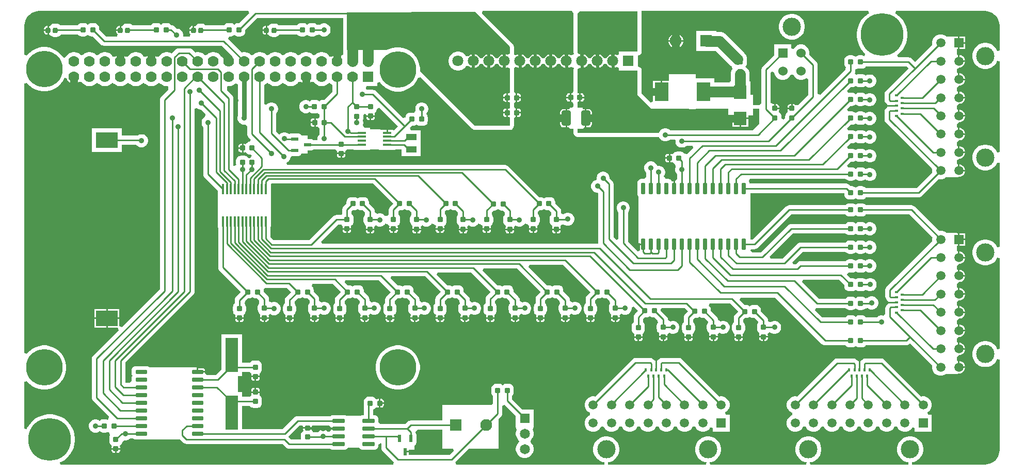
<source format=gtl>
G04*
G04 #@! TF.GenerationSoftware,Altium Limited,Altium Designer,22.11.1 (43)*
G04*
G04 Layer_Physical_Order=1*
G04 Layer_Color=255*
%FSLAX44Y44*%
%MOMM*%
G71*
G04*
G04 #@! TF.SameCoordinates,7B4F1FB2-3D38-43E9-9EC1-43097A92C870*
G04*
G04*
G04 #@! TF.FilePolarity,Positive*
G04*
G01*
G75*
%ADD12C,0.2540*%
%ADD17R,2.2900X3.1200*%
G04:AMPARAMS|DCode=18|XSize=0.889mm|YSize=0.7874mm|CornerRadius=0.1535mm|HoleSize=0mm|Usage=FLASHONLY|Rotation=0.000|XOffset=0mm|YOffset=0mm|HoleType=Round|Shape=RoundedRectangle|*
%AMROUNDEDRECTD18*
21,1,0.8890,0.4803,0,0,0.0*
21,1,0.5819,0.7874,0,0,0.0*
1,1,0.3071,0.2910,-0.2402*
1,1,0.3071,-0.2910,-0.2402*
1,1,0.3071,-0.2910,0.2402*
1,1,0.3071,0.2910,0.2402*
%
%ADD18ROUNDEDRECTD18*%
G04:AMPARAMS|DCode=19|XSize=0.889mm|YSize=0.7874mm|CornerRadius=0.1535mm|HoleSize=0mm|Usage=FLASHONLY|Rotation=270.000|XOffset=0mm|YOffset=0mm|HoleType=Round|Shape=RoundedRectangle|*
%AMROUNDEDRECTD19*
21,1,0.8890,0.4803,0,0,270.0*
21,1,0.5819,0.7874,0,0,270.0*
1,1,0.3071,-0.2402,-0.2910*
1,1,0.3071,-0.2402,0.2910*
1,1,0.3071,0.2402,0.2910*
1,1,0.3071,0.2402,-0.2910*
%
%ADD19ROUNDEDRECTD19*%
G04:AMPARAMS|DCode=20|XSize=0.9mm|YSize=0.8mm|CornerRadius=0.2mm|HoleSize=0mm|Usage=FLASHONLY|Rotation=270.000|XOffset=0mm|YOffset=0mm|HoleType=Round|Shape=RoundedRectangle|*
%AMROUNDEDRECTD20*
21,1,0.9000,0.4000,0,0,270.0*
21,1,0.5000,0.8000,0,0,270.0*
1,1,0.4000,-0.2000,-0.2500*
1,1,0.4000,-0.2000,0.2500*
1,1,0.4000,0.2000,0.2500*
1,1,0.4000,0.2000,-0.2500*
%
%ADD20ROUNDEDRECTD20*%
%ADD21R,0.6000X0.3000*%
G04:AMPARAMS|DCode=22|XSize=0.889mm|YSize=0.8636mm|CornerRadius=0.1511mm|HoleSize=0mm|Usage=FLASHONLY|Rotation=270.000|XOffset=0mm|YOffset=0mm|HoleType=Round|Shape=RoundedRectangle|*
%AMROUNDEDRECTD22*
21,1,0.8890,0.5613,0,0,270.0*
21,1,0.5867,0.8636,0,0,270.0*
1,1,0.3023,-0.2807,-0.2934*
1,1,0.3023,-0.2807,0.2934*
1,1,0.3023,0.2807,0.2934*
1,1,0.3023,0.2807,-0.2934*
%
%ADD22ROUNDEDRECTD22*%
%ADD23R,0.3000X0.6000*%
G04:AMPARAMS|DCode=24|XSize=1.23mm|YSize=0.59mm|CornerRadius=0.1475mm|HoleSize=0mm|Usage=FLASHONLY|Rotation=0.000|XOffset=0mm|YOffset=0mm|HoleType=Round|Shape=RoundedRectangle|*
%AMROUNDEDRECTD24*
21,1,1.2300,0.2950,0,0,0.0*
21,1,0.9350,0.5900,0,0,0.0*
1,1,0.2950,0.4675,-0.1475*
1,1,0.2950,-0.4675,-0.1475*
1,1,0.2950,-0.4675,0.1475*
1,1,0.2950,0.4675,0.1475*
%
%ADD24ROUNDEDRECTD24*%
%ADD25R,3.6000X2.6000*%
%ADD26R,2.1000X5.6000*%
G04:AMPARAMS|DCode=27|XSize=1.64mm|YSize=0.41mm|CornerRadius=0.0513mm|HoleSize=0mm|Usage=FLASHONLY|Rotation=90.000|XOffset=0mm|YOffset=0mm|HoleType=Round|Shape=RoundedRectangle|*
%AMROUNDEDRECTD27*
21,1,1.6400,0.3075,0,0,90.0*
21,1,1.5375,0.4100,0,0,90.0*
1,1,0.1025,0.1538,0.7688*
1,1,0.1025,0.1538,-0.7688*
1,1,0.1025,-0.1538,-0.7688*
1,1,0.1025,-0.1538,0.7688*
%
%ADD27ROUNDEDRECTD27*%
G04:AMPARAMS|DCode=28|XSize=0.889mm|YSize=0.8636mm|CornerRadius=0.1511mm|HoleSize=0mm|Usage=FLASHONLY|Rotation=0.000|XOffset=0mm|YOffset=0mm|HoleType=Round|Shape=RoundedRectangle|*
%AMROUNDEDRECTD28*
21,1,0.8890,0.5613,0,0,0.0*
21,1,0.5867,0.8636,0,0,0.0*
1,1,0.3023,0.2934,-0.2807*
1,1,0.3023,-0.2934,-0.2807*
1,1,0.3023,-0.2934,0.2807*
1,1,0.3023,0.2934,0.2807*
%
%ADD28ROUNDEDRECTD28*%
G04:AMPARAMS|DCode=29|XSize=1.91mm|YSize=0.6mm|CornerRadius=0.15mm|HoleSize=0mm|Usage=FLASHONLY|Rotation=270.000|XOffset=0mm|YOffset=0mm|HoleType=Round|Shape=RoundedRectangle|*
%AMROUNDEDRECTD29*
21,1,1.9100,0.3000,0,0,270.0*
21,1,1.6100,0.6000,0,0,270.0*
1,1,0.3000,-0.1500,-0.8050*
1,1,0.3000,-0.1500,0.8050*
1,1,0.3000,0.1500,0.8050*
1,1,0.3000,0.1500,-0.8050*
%
%ADD29ROUNDEDRECTD29*%
%ADD30R,1.4732X0.4572*%
%ADD31R,1.8000X1.0000*%
G04:AMPARAMS|DCode=32|XSize=1.97mm|YSize=0.6mm|CornerRadius=0.075mm|HoleSize=0mm|Usage=FLASHONLY|Rotation=0.000|XOffset=0mm|YOffset=0mm|HoleType=Round|Shape=RoundedRectangle|*
%AMROUNDEDRECTD32*
21,1,1.9700,0.4500,0,0,0.0*
21,1,1.8200,0.6000,0,0,0.0*
1,1,0.1500,0.9100,-0.2250*
1,1,0.1500,-0.9100,-0.2250*
1,1,0.1500,-0.9100,0.2250*
1,1,0.1500,0.9100,0.2250*
%
%ADD32ROUNDEDRECTD32*%
G04:AMPARAMS|DCode=33|XSize=2.5mm|YSize=1.5mm|CornerRadius=0.3mm|HoleSize=0mm|Usage=FLASHONLY|Rotation=90.000|XOffset=0mm|YOffset=0mm|HoleType=Round|Shape=RoundedRectangle|*
%AMROUNDEDRECTD33*
21,1,2.5000,0.9000,0,0,90.0*
21,1,1.9000,1.5000,0,0,90.0*
1,1,0.6000,0.4500,0.9500*
1,1,0.6000,0.4500,-0.9500*
1,1,0.6000,-0.4500,-0.9500*
1,1,0.6000,-0.4500,0.9500*
%
%ADD33ROUNDEDRECTD33*%
%ADD34R,2.1300X2.2500*%
G04:AMPARAMS|DCode=35|XSize=1.91mm|YSize=0.6mm|CornerRadius=0.075mm|HoleSize=0mm|Usage=FLASHONLY|Rotation=180.000|XOffset=0mm|YOffset=0mm|HoleType=Round|Shape=RoundedRectangle|*
%AMROUNDEDRECTD35*
21,1,1.9100,0.4500,0,0,180.0*
21,1,1.7600,0.6000,0,0,180.0*
1,1,0.1500,-0.8800,0.2250*
1,1,0.1500,0.8800,0.2250*
1,1,0.1500,0.8800,-0.2250*
1,1,0.1500,-0.8800,-0.2250*
%
%ADD35ROUNDEDRECTD35*%
G04:AMPARAMS|DCode=36|XSize=1.23mm|YSize=0.59mm|CornerRadius=0.1475mm|HoleSize=0mm|Usage=FLASHONLY|Rotation=270.000|XOffset=0mm|YOffset=0mm|HoleType=Round|Shape=RoundedRectangle|*
%AMROUNDEDRECTD36*
21,1,1.2300,0.2950,0,0,270.0*
21,1,0.9350,0.5900,0,0,270.0*
1,1,0.2950,-0.1475,-0.4675*
1,1,0.2950,-0.1475,0.4675*
1,1,0.2950,0.1475,0.4675*
1,1,0.2950,0.1475,-0.4675*
%
%ADD36ROUNDEDRECTD36*%
%ADD75C,1.2700*%
%ADD76C,1.7780*%
%ADD77C,0.5080*%
%ADD78C,0.7620*%
%ADD79R,1.6500X1.6500*%
%ADD80C,1.6500*%
%ADD81C,3.0000*%
%ADD82R,1.5300X1.5300*%
%ADD83C,1.5300*%
%ADD84R,1.5200X1.5200*%
%ADD85C,1.5200*%
%ADD86R,1.5200X1.5200*%
%ADD87C,7.0000*%
%ADD88R,1.9500X1.9500*%
%ADD89C,1.9500*%
%ADD90C,6.0000*%
%ADD91C,1.8000*%
%ADD92R,1.8000X1.8000*%
%ADD93C,1.7780*%
%ADD94R,1.7780X1.7780*%
%ADD95C,0.8890*%
G36*
X336105Y582105D02*
X319719Y565719D01*
X317324D01*
X315265Y565448D01*
X313347Y564654D01*
X311724Y563408D01*
X310102Y564654D01*
X308184Y565448D01*
X306125Y565719D01*
X301322D01*
X299263Y565448D01*
X297345Y564654D01*
X295698Y563390D01*
X295047Y562542D01*
X264654D01*
X263056Y563768D01*
X261025Y564609D01*
X258845Y564896D01*
X254845D01*
X252666Y564609D01*
X250634Y563768D01*
X248890Y562429D01*
X247736Y560926D01*
X246845Y561103D01*
X246115D01*
Y553974D01*
X244845D01*
Y552704D01*
X238216D01*
Y551474D01*
X238569Y549703D01*
X239572Y548201D01*
X240239Y547756D01*
X239379Y543946D01*
X228262D01*
X227808Y544537D01*
Y547379D01*
X227073Y550125D01*
X225651Y552586D01*
X223641Y554596D01*
X221180Y556017D01*
X218434Y556753D01*
X217087D01*
X213550Y560291D01*
X211958Y561512D01*
X210105Y562280D01*
X208491Y562492D01*
X207803Y563390D01*
X206155Y564654D01*
X204237Y565448D01*
X202179Y565719D01*
X197376D01*
X195317Y565448D01*
X193399Y564654D01*
X191776Y563408D01*
X190153Y564654D01*
X188235Y565448D01*
X186177Y565719D01*
X181374D01*
X179315Y565448D01*
X177397Y564654D01*
X175749Y563390D01*
X175099Y562542D01*
X144705D01*
X143108Y563768D01*
X141077Y564609D01*
X138897Y564896D01*
X134897D01*
X132717Y564609D01*
X130686Y563768D01*
X128942Y562429D01*
X127788Y560926D01*
X126897Y561103D01*
X126167D01*
Y553974D01*
X124897D01*
Y552704D01*
X118268D01*
Y551474D01*
X118620Y549703D01*
X119624Y548201D01*
X120290Y547756D01*
X119431Y543946D01*
X101608D01*
X90184Y555370D01*
Y557766D01*
X89913Y559824D01*
X89118Y561742D01*
X87854Y563390D01*
X86207Y564654D01*
X84289Y565448D01*
X82230Y565719D01*
X77427D01*
X75368Y565448D01*
X73450Y564654D01*
X71828Y563408D01*
X70205Y564654D01*
X68287Y565448D01*
X66228Y565719D01*
X61425D01*
X59366Y565448D01*
X57448Y564654D01*
X55801Y563390D01*
X55151Y562542D01*
X26159D01*
X24561Y563768D01*
X22530Y564609D01*
X20350Y564896D01*
X16350D01*
X14170Y564609D01*
X12139Y563768D01*
X10395Y562429D01*
X9241Y560926D01*
X8350Y561103D01*
X7620D01*
Y553974D01*
X6350D01*
D01*
X7620D01*
Y546845D01*
X8350D01*
X9241Y547022D01*
X10395Y545519D01*
X12139Y544180D01*
X14170Y543339D01*
X16350Y543052D01*
X20350D01*
X22530Y543339D01*
X24561Y544180D01*
X26305Y545519D01*
X27573Y547170D01*
X55151D01*
X55801Y546323D01*
X57448Y545059D01*
X59366Y544264D01*
X61425Y543993D01*
X66228D01*
X68287Y544264D01*
X70205Y545059D01*
X71828Y546304D01*
X73450Y545059D01*
X75368Y544264D01*
X77427Y543993D01*
X79822D01*
X92990Y530825D01*
X92990Y530825D01*
X94582Y529604D01*
X96436Y528836D01*
X98425Y528574D01*
X98425Y528574D01*
X291355D01*
X301988Y517941D01*
X301557Y515869D01*
X300576Y513965D01*
X298287Y513352D01*
X295681Y511847D01*
X294584Y510750D01*
X293540Y510520D01*
X290975Y510752D01*
X289980Y511151D01*
X289136Y512415D01*
X287013Y514538D01*
X284517Y516205D01*
X281744Y517354D01*
X278799Y517940D01*
X275797D01*
X272853Y517354D01*
X270079Y516205D01*
X267583Y514538D01*
X267174Y514128D01*
X264597Y512845D01*
X262023Y514128D01*
X261612Y514538D01*
X259116Y516206D01*
X256343Y517355D01*
X253399Y517941D01*
X250397D01*
X248003Y517465D01*
X243143Y522325D01*
X241551Y523546D01*
X239698Y524314D01*
X237708Y524576D01*
X220980D01*
X220980Y524576D01*
X219985Y524445D01*
X218991Y524314D01*
X217137Y523546D01*
X215545Y522325D01*
X208983Y515762D01*
X208318Y516206D01*
X205544Y517355D01*
X202600Y517941D01*
X199598D01*
X196654Y517355D01*
X193880Y516206D01*
X191384Y514538D01*
X189261Y512416D01*
X188417Y511151D01*
X187423Y510753D01*
X184858Y510520D01*
X183813Y510749D01*
X182717Y511846D01*
X180110Y513351D01*
X177203Y514130D01*
X176969D01*
Y502700D01*
X174429D01*
Y514130D01*
X174194D01*
X171287Y513351D01*
X168680Y511846D01*
X167584Y510751D01*
X166541Y510521D01*
X163973Y510754D01*
X162981Y511153D01*
X162137Y512416D01*
X160014Y514538D01*
X157518Y516206D01*
X154745Y517355D01*
X151800Y517941D01*
X148798D01*
X145854Y517355D01*
X143080Y516206D01*
X140584Y514538D01*
X138462Y512416D01*
X137617Y511151D01*
X136623Y510753D01*
X134059Y510520D01*
X133013Y510749D01*
X131917Y511846D01*
X129310Y513351D01*
X126403Y514130D01*
X126168D01*
Y502700D01*
X123628D01*
Y514130D01*
X123394D01*
X120487Y513351D01*
X117880Y511846D01*
X116783Y510749D01*
X115738Y510520D01*
X113174Y510753D01*
X112180Y511151D01*
X111335Y512416D01*
X109213Y514538D01*
X106716Y516206D01*
X103943Y517355D01*
X100999Y517941D01*
X97997D01*
X95052Y517355D01*
X92279Y516206D01*
X89783Y514538D01*
X89373Y514129D01*
X86798Y512845D01*
X84222Y514129D01*
X83813Y514538D01*
X81317Y516205D01*
X78544Y517354D01*
X75599Y517940D01*
X72597D01*
X69653Y517354D01*
X66880Y516205D01*
X64383Y514538D01*
X63974Y514129D01*
X61398Y512845D01*
X58824Y514129D01*
X58414Y514538D01*
X55918Y516206D01*
X53144Y517355D01*
X50200Y517941D01*
X47198D01*
X44254Y517355D01*
X41480Y516206D01*
X38984Y514538D01*
X36862Y512416D01*
X35194Y509920D01*
X35072Y509627D01*
X32167Y509207D01*
X30848Y509384D01*
X27726Y513680D01*
X23680Y517726D01*
X19052Y521089D01*
X13953Y523687D01*
X8512Y525455D01*
X2861Y526350D01*
X-2861D01*
X-8512Y525455D01*
X-13953Y523687D01*
X-19052Y521089D01*
X-23680Y517726D01*
X-27726Y513680D01*
X-28631Y512436D01*
X-32441Y513674D01*
Y560804D01*
Y562431D01*
X-32016Y565657D01*
X-31174Y568800D01*
X-29929Y571805D01*
X-28302Y574623D01*
X-26321Y577205D01*
X-24021Y579505D01*
X-21439Y581486D01*
X-18621Y583113D01*
X-15616Y584358D01*
X-12473Y585200D01*
X-9247Y585625D01*
X334647D01*
X336105Y582105D01*
D02*
G37*
G36*
X490402Y521208D02*
X490586Y520282D01*
Y514166D01*
X489245Y513153D01*
X486776Y512275D01*
X484911Y513352D01*
X482004Y514131D01*
X481769D01*
Y502701D01*
X479229D01*
Y514131D01*
X478994D01*
X476087Y513352D01*
X473481Y511847D01*
X472385Y510751D01*
X471342Y510522D01*
X468774Y510755D01*
X467782Y511153D01*
X466938Y512417D01*
X464815Y514539D01*
X462319Y516207D01*
X459545Y517356D01*
X456601Y517942D01*
X453599D01*
X450655Y517356D01*
X447881Y516207D01*
X445385Y514539D01*
X444975Y514129D01*
X442400Y512846D01*
X439824Y514129D01*
X439414Y514538D01*
X436918Y516206D01*
X434145Y517355D01*
X431200Y517941D01*
X428198D01*
X425254Y517355D01*
X422480Y516206D01*
X419984Y514538D01*
X419574Y514129D01*
X416998Y512846D01*
X414424Y514129D01*
X414013Y514539D01*
X411517Y516207D01*
X408744Y517356D01*
X405799Y517942D01*
X402797D01*
X399853Y517356D01*
X397080Y516207D01*
X394583Y514539D01*
X394174Y514130D01*
X391599Y512846D01*
X389023Y514130D01*
X388614Y514538D01*
X386118Y516206D01*
X383344Y517355D01*
X380400Y517941D01*
X377398D01*
X374454Y517355D01*
X371680Y516206D01*
X369184Y514538D01*
X368774Y514129D01*
X366199Y512845D01*
X363624Y514129D01*
X363214Y514538D01*
X360718Y516206D01*
X357944Y517355D01*
X355000Y517941D01*
X351998D01*
X349054Y517355D01*
X346280Y516206D01*
X343784Y514538D01*
X343374Y514128D01*
X340799Y512845D01*
X338223Y514128D01*
X337813Y514538D01*
X335317Y516205D01*
X332544Y517354D01*
X329599Y517940D01*
X326597D01*
X324204Y517464D01*
X301485Y540183D01*
X303063Y543993D01*
X306125D01*
X308184Y544264D01*
X310102Y545059D01*
X311724Y546304D01*
X313347Y545059D01*
X315265Y544264D01*
X317324Y543993D01*
X322127D01*
X324186Y544264D01*
X326104Y545059D01*
X327751Y546323D01*
X329015Y547970D01*
X329810Y549888D01*
X330081Y551946D01*
Y554342D01*
X350158Y574419D01*
X490402D01*
Y521208D01*
D02*
G37*
G36*
X1547367Y585200D02*
X1550510Y584358D01*
X1553516Y583113D01*
X1556334Y581486D01*
X1558915Y579505D01*
X1561216Y577205D01*
X1563196Y574623D01*
X1564823Y571805D01*
X1566068Y568800D01*
X1566911Y565657D01*
X1567335Y562431D01*
Y560804D01*
Y520816D01*
X1563525Y520058D01*
X1562753Y521922D01*
X1560417Y525419D01*
X1557443Y528392D01*
X1553946Y530729D01*
X1550061Y532338D01*
X1545936Y533159D01*
X1541730D01*
X1537606Y532338D01*
X1533720Y530729D01*
X1530223Y528392D01*
X1527250Y525419D01*
X1524913Y521922D01*
X1523304Y518036D01*
X1522483Y513912D01*
Y509706D01*
X1523304Y505581D01*
X1524913Y501696D01*
X1527250Y498199D01*
X1530223Y495225D01*
X1533720Y492889D01*
X1537606Y491279D01*
X1541730Y490459D01*
X1545936D01*
X1550061Y491279D01*
X1553946Y492889D01*
X1557443Y495225D01*
X1560417Y498199D01*
X1562753Y501696D01*
X1563525Y503559D01*
X1567335Y502801D01*
Y353816D01*
X1563525Y353058D01*
X1562753Y354922D01*
X1560417Y358419D01*
X1557443Y361393D01*
X1553946Y363729D01*
X1550061Y365338D01*
X1545936Y366159D01*
X1541730D01*
X1537606Y365338D01*
X1533720Y363729D01*
X1530223Y361393D01*
X1527250Y358419D01*
X1524913Y354922D01*
X1523304Y351036D01*
X1522483Y346912D01*
Y342706D01*
X1523304Y338581D01*
X1524913Y334696D01*
X1527250Y331199D01*
X1530223Y328225D01*
X1533720Y325889D01*
X1537606Y324279D01*
X1541730Y323459D01*
X1545936D01*
X1550061Y324279D01*
X1553946Y325889D01*
X1557443Y328225D01*
X1560417Y331199D01*
X1562753Y334696D01*
X1563525Y336559D01*
X1567335Y335801D01*
Y197873D01*
X1563525Y197115D01*
X1562752Y198981D01*
X1560416Y202478D01*
X1557442Y205452D01*
X1553945Y207788D01*
X1550060Y209398D01*
X1545935Y210218D01*
X1541729D01*
X1537604Y209398D01*
X1533719Y207788D01*
X1530222Y205452D01*
X1527248Y202478D01*
X1524912Y198981D01*
X1523302Y195096D01*
X1522482Y190971D01*
Y186765D01*
X1523302Y182640D01*
X1524912Y178755D01*
X1527248Y175258D01*
X1530222Y172284D01*
X1533719Y169948D01*
X1537604Y168339D01*
X1541729Y167518D01*
X1545935D01*
X1550060Y168339D01*
X1553945Y169948D01*
X1557442Y172284D01*
X1560416Y175258D01*
X1562752Y178755D01*
X1563525Y180621D01*
X1567335Y179863D01*
Y30872D01*
X1563525Y30115D01*
X1562752Y31981D01*
X1560416Y35478D01*
X1557442Y38452D01*
X1553945Y40788D01*
X1550060Y42397D01*
X1545935Y43218D01*
X1541729D01*
X1537604Y42397D01*
X1533719Y40788D01*
X1530222Y38452D01*
X1527248Y35478D01*
X1524912Y31981D01*
X1523302Y28096D01*
X1522482Y23971D01*
Y19765D01*
X1523302Y15640D01*
X1524912Y11755D01*
X1527248Y8258D01*
X1530222Y5284D01*
X1533719Y2948D01*
X1537604Y1338D01*
X1541729Y518D01*
X1545935D01*
X1550060Y1338D01*
X1553945Y2948D01*
X1557442Y5284D01*
X1560416Y8258D01*
X1562752Y11755D01*
X1563525Y13621D01*
X1567335Y12864D01*
Y-135100D01*
Y-136727D01*
X1566911Y-139953D01*
X1566068Y-143096D01*
X1564823Y-146101D01*
X1563197Y-148919D01*
X1561216Y-151501D01*
X1558915Y-153801D01*
X1556334Y-155782D01*
X1553516Y-157409D01*
X1550510Y-158654D01*
X1547367Y-159496D01*
X1544141Y-159921D01*
X1423719D01*
X1423343Y-156111D01*
X1426798Y-155423D01*
X1430683Y-153814D01*
X1434180Y-151478D01*
X1437154Y-148504D01*
X1439490Y-145007D01*
X1441100Y-141122D01*
X1441920Y-136997D01*
Y-132791D01*
X1441100Y-128666D01*
X1439490Y-124781D01*
X1437154Y-121284D01*
X1434180Y-118310D01*
X1430683Y-115974D01*
X1426798Y-114365D01*
X1422673Y-113544D01*
X1418467D01*
X1414342Y-114365D01*
X1410457Y-115974D01*
X1406960Y-118310D01*
X1403986Y-121284D01*
X1401650Y-124781D01*
X1400040Y-128666D01*
X1399220Y-132791D01*
Y-136997D01*
X1400040Y-141122D01*
X1401650Y-145007D01*
X1403986Y-148504D01*
X1406960Y-151478D01*
X1410457Y-153814D01*
X1414342Y-155423D01*
X1417797Y-156111D01*
X1417421Y-159921D01*
X1256719D01*
X1256343Y-156111D01*
X1259798Y-155423D01*
X1263683Y-153814D01*
X1267180Y-151478D01*
X1270154Y-148504D01*
X1272490Y-145007D01*
X1274100Y-141122D01*
X1274920Y-136997D01*
Y-132791D01*
X1274100Y-128666D01*
X1272490Y-124781D01*
X1270154Y-121284D01*
X1267180Y-118310D01*
X1263683Y-115974D01*
X1259798Y-114365D01*
X1255673Y-113544D01*
X1251467D01*
X1247342Y-114365D01*
X1243457Y-115974D01*
X1239960Y-118310D01*
X1236986Y-121284D01*
X1234650Y-124781D01*
X1233040Y-128666D01*
X1232220Y-132791D01*
Y-136997D01*
X1233040Y-141122D01*
X1234650Y-145007D01*
X1236986Y-148504D01*
X1239960Y-151478D01*
X1243457Y-153814D01*
X1247342Y-155423D01*
X1250797Y-156111D01*
X1250421Y-159921D01*
X1092249D01*
X1091873Y-156111D01*
X1095328Y-155423D01*
X1099213Y-153814D01*
X1102710Y-151478D01*
X1105684Y-148504D01*
X1108020Y-145007D01*
X1109630Y-141122D01*
X1110450Y-136997D01*
Y-132791D01*
X1109630Y-128666D01*
X1108020Y-124781D01*
X1105684Y-121284D01*
X1102710Y-118310D01*
X1099213Y-115974D01*
X1095328Y-114365D01*
X1091203Y-113544D01*
X1086997D01*
X1082872Y-114365D01*
X1078987Y-115974D01*
X1075490Y-118310D01*
X1072516Y-121284D01*
X1070180Y-124781D01*
X1068570Y-128666D01*
X1067750Y-132791D01*
Y-136997D01*
X1068570Y-141122D01*
X1070180Y-145007D01*
X1072516Y-148504D01*
X1075490Y-151478D01*
X1078987Y-153814D01*
X1082872Y-155423D01*
X1086327Y-156111D01*
X1085951Y-159921D01*
X925249D01*
X924873Y-156111D01*
X928328Y-155423D01*
X932213Y-153814D01*
X935710Y-151478D01*
X938684Y-148504D01*
X941020Y-145007D01*
X942629Y-141122D01*
X943450Y-136997D01*
Y-132791D01*
X942629Y-128666D01*
X941020Y-124781D01*
X938684Y-121284D01*
X935710Y-118310D01*
X932213Y-115974D01*
X928328Y-114365D01*
X924203Y-113544D01*
X919997D01*
X915872Y-114365D01*
X911987Y-115974D01*
X908490Y-118310D01*
X905516Y-121284D01*
X903180Y-124781D01*
X901571Y-128666D01*
X900750Y-132791D01*
Y-136997D01*
X901571Y-141122D01*
X903180Y-145007D01*
X905516Y-148504D01*
X908490Y-151478D01*
X911987Y-153814D01*
X915872Y-155423D01*
X919327Y-156111D01*
X918951Y-159921D01*
X675983D01*
X675815Y-159722D01*
X674525Y-156111D01*
X697337Y-133298D01*
X745797D01*
X745797Y-84839D01*
X749434Y-81202D01*
X750655Y-79610D01*
X751423Y-77756D01*
X751685Y-75767D01*
Y-63116D01*
X752011Y-62844D01*
X755495Y-61643D01*
X773687Y-79835D01*
Y-98166D01*
X773687D01*
X775464Y-101976D01*
X774682Y-103331D01*
X773687Y-107044D01*
Y-110888D01*
X774682Y-114601D01*
X776604Y-117931D01*
X777823Y-119149D01*
X778891Y-121666D01*
X777823Y-124183D01*
X776604Y-125401D01*
X774682Y-128731D01*
X773687Y-132444D01*
Y-136288D01*
X774682Y-140001D01*
X776604Y-143331D01*
X779322Y-146049D01*
X782652Y-147971D01*
X786365Y-148966D01*
X790209D01*
X793922Y-147971D01*
X797252Y-146049D01*
X799970Y-143331D01*
X801892Y-140001D01*
X802887Y-136288D01*
Y-132444D01*
X801892Y-128731D01*
X799970Y-125401D01*
X798751Y-124183D01*
X797683Y-121666D01*
X798751Y-119149D01*
X799970Y-117931D01*
X801892Y-114601D01*
X802887Y-110888D01*
Y-107044D01*
X801892Y-103331D01*
X801110Y-101976D01*
X802887Y-98166D01*
X802887D01*
Y-68966D01*
X784556D01*
X767687Y-52097D01*
Y-46544D01*
X768027Y-46283D01*
X769290Y-44636D01*
X770085Y-42718D01*
X770356Y-40660D01*
Y-34840D01*
X770085Y-32782D01*
X769290Y-30864D01*
X768027Y-29216D01*
X766379Y-27952D01*
X764461Y-27158D01*
X762403Y-26887D01*
X757599D01*
X755541Y-27158D01*
X753623Y-27952D01*
X752000Y-29198D01*
X750377Y-27952D01*
X748459Y-27158D01*
X746401Y-26887D01*
X741597D01*
X739539Y-27158D01*
X737621Y-27952D01*
X735974Y-29216D01*
X734709Y-30864D01*
X733915Y-32782D01*
X733644Y-34840D01*
Y-40660D01*
X733915Y-42718D01*
X734709Y-44636D01*
X735974Y-46283D01*
X736313Y-46544D01*
Y-59101D01*
X733614Y-61789D01*
X653288Y-61459D01*
Y-87310D01*
X601218D01*
X599229Y-87572D01*
X597375Y-88340D01*
X595783Y-89561D01*
X592446Y-92898D01*
X551748D01*
X548453Y-90134D01*
Y-85634D01*
X548209Y-83781D01*
X547494Y-82053D01*
X546356Y-80570D01*
X544873Y-79432D01*
X543145Y-78717D01*
X541292Y-78473D01*
X539878D01*
Y-69220D01*
X541073Y-68726D01*
X542720Y-67462D01*
X542828Y-67320D01*
X544343Y-65796D01*
X546705Y-65676D01*
X548295Y-65993D01*
X549426D01*
Y-58928D01*
Y-51863D01*
X548295D01*
X546705Y-52179D01*
X544343Y-52060D01*
X542828Y-50536D01*
X542720Y-50395D01*
X541073Y-49131D01*
X539154Y-48336D01*
X537096Y-48065D01*
X532293D01*
X530234Y-48336D01*
X528316Y-49131D01*
X526669Y-50395D01*
X525405Y-52042D01*
X524610Y-53960D01*
X524339Y-56018D01*
Y-61838D01*
X524506Y-63106D01*
Y-78473D01*
X523092D01*
X521239Y-78717D01*
X519511Y-79432D01*
X519437Y-79489D01*
X495370Y-79390D01*
X493745Y-78717D01*
X491892Y-78473D01*
X473692D01*
X471839Y-78717D01*
X470111Y-79432D01*
X469113Y-80198D01*
X415786D01*
X413797Y-80460D01*
X411943Y-81228D01*
X410351Y-82449D01*
X391520Y-101280D01*
X324444D01*
Y-63439D01*
X337387D01*
X338043Y-64293D01*
X339685Y-65553D01*
X341597Y-66346D01*
X343649Y-66616D01*
X349263D01*
X351315Y-66346D01*
X353227Y-65553D01*
X354869Y-64293D01*
X356129Y-62651D01*
X356922Y-60739D01*
X357192Y-58687D01*
Y-52819D01*
X356922Y-50767D01*
X356129Y-48855D01*
X354869Y-47213D01*
X353227Y-45953D01*
X353041Y-45338D01*
X353079Y-45281D01*
X353393Y-43701D01*
Y-42037D01*
X346456D01*
X339519D01*
Y-43701D01*
X339833Y-45281D01*
X338092Y-47175D01*
X338043Y-47213D01*
X337970Y-47307D01*
X337271Y-48067D01*
X324444D01*
Y-40328D01*
X317998D01*
X317998Y-14028D01*
X324444D01*
Y-7559D01*
X337271D01*
X337970Y-8319D01*
X338042Y-8413D01*
X338092Y-8451D01*
X339833Y-10345D01*
X339519Y-11925D01*
Y-13589D01*
X346456D01*
X353393D01*
Y-11925D01*
X353079Y-10345D01*
X353041Y-10288D01*
X353227Y-9674D01*
X354869Y-8413D01*
X356129Y-6771D01*
X356922Y-4859D01*
X357192Y-2807D01*
Y3061D01*
X356922Y5113D01*
X356129Y7025D01*
X354869Y8667D01*
X353227Y9927D01*
X351315Y10720D01*
X349263Y10990D01*
X343649D01*
X341597Y10720D01*
X339685Y9927D01*
X338042Y8667D01*
X337387Y7813D01*
X324444D01*
Y54672D01*
X290744D01*
Y-3229D01*
X281593Y-12380D01*
X266780D01*
X266682Y-12336D01*
X263741Y-9616D01*
Y-8636D01*
X251586D01*
Y-7366D01*
X250316D01*
Y-467D01*
D01*
Y-16D01*
X172786Y303D01*
X171767Y1086D01*
X170039Y1801D01*
X168186Y2045D01*
X150586D01*
X148733Y1801D01*
X147005Y1086D01*
X145522Y-52D01*
X144384Y-1535D01*
X143669Y-3263D01*
X143425Y-5116D01*
Y-9616D01*
X143669Y-11469D01*
X144384Y-13197D01*
X144783Y-13716D01*
X144384Y-14235D01*
X143669Y-15963D01*
X143425Y-17816D01*
Y-22316D01*
X140130Y-25080D01*
X133485D01*
X133416Y-25010D01*
Y8246D01*
X244449Y119279D01*
X244449Y119279D01*
X245670Y120871D01*
X246438Y122725D01*
X246700Y124714D01*
Y424841D01*
X250510Y426374D01*
X251436Y425448D01*
X253897Y424027D01*
X256643Y423291D01*
X257990D01*
X264915Y416366D01*
X264876Y414743D01*
X263981Y411911D01*
X262358Y410974D01*
X260348Y408964D01*
X258927Y406503D01*
X258191Y403757D01*
Y400915D01*
X258927Y398169D01*
X260348Y395708D01*
X261300Y394755D01*
Y317180D01*
X261562Y315191D01*
X262330Y313337D01*
X263551Y311745D01*
X284954Y290343D01*
Y235180D01*
X285038D01*
Y232281D01*
X285274Y230490D01*
X285811Y229192D01*
Y164234D01*
X286073Y162245D01*
X286841Y160391D01*
X288062Y158799D01*
X322898Y123963D01*
X314860Y115925D01*
X313638Y114333D01*
X312871Y112479D01*
X312609Y110490D01*
Y105348D01*
X311881Y104790D01*
X310621Y103148D01*
X309829Y101235D01*
X309559Y99183D01*
Y93316D01*
X309829Y91264D01*
X310621Y89351D01*
X311881Y87709D01*
X313523Y86449D01*
X313710Y85835D01*
X313671Y85778D01*
X313357Y84197D01*
Y82533D01*
X320294D01*
X327232D01*
Y84197D01*
X326917Y85778D01*
X326880Y85835D01*
X327066Y86449D01*
X328708Y87709D01*
X329968Y89351D01*
X330760Y91264D01*
X331030Y93316D01*
Y99183D01*
X330760Y101235D01*
X329968Y103148D01*
X328708Y104790D01*
X329310Y108636D01*
X333890Y113216D01*
X336285D01*
X338344Y113487D01*
X340262Y114282D01*
X341884Y115527D01*
X343507Y114282D01*
X345425Y113487D01*
X347484Y113216D01*
X349244D01*
X352995Y109465D01*
X352817Y105429D01*
X352659Y105308D01*
X351395Y103660D01*
X350600Y101742D01*
X350329Y99684D01*
Y94880D01*
X350600Y92822D01*
X351395Y90904D01*
X352659Y89256D01*
X352800Y89148D01*
X354324Y87634D01*
X354444Y85272D01*
X354127Y83682D01*
Y82550D01*
X368257D01*
Y83682D01*
X367941Y85272D01*
X367964Y85739D01*
X370935Y87920D01*
X373023Y86715D01*
X375769Y85979D01*
X378611D01*
X381357Y86715D01*
X383818Y88136D01*
X385828Y90146D01*
X387249Y92607D01*
X387985Y95353D01*
Y98195D01*
X387249Y100941D01*
X385828Y103402D01*
X383818Y105412D01*
X381357Y106833D01*
X378611Y107569D01*
X375769D01*
X373023Y106833D01*
X372688Y106640D01*
X368878Y108839D01*
Y112137D01*
X368616Y114127D01*
X367848Y115980D01*
X366627Y117572D01*
X366627Y117572D01*
X360241Y123958D01*
Y126989D01*
X360130Y127828D01*
X361238Y129370D01*
X362234Y130285D01*
X363332Y130885D01*
X364403Y130744D01*
X398251D01*
X404916Y124079D01*
X397130Y116293D01*
X395909Y114701D01*
X395141Y112847D01*
X394879Y110858D01*
Y105348D01*
X394151Y104790D01*
X392891Y103148D01*
X392099Y101235D01*
X391829Y99183D01*
Y93316D01*
X392099Y91264D01*
X392891Y89351D01*
X394151Y87709D01*
X395793Y86449D01*
X395980Y85835D01*
X395942Y85778D01*
X395627Y84197D01*
Y82533D01*
X402565D01*
X409502D01*
Y84197D01*
X409188Y85778D01*
X409150Y85835D01*
X409336Y86449D01*
X410978Y87709D01*
X412238Y89351D01*
X413030Y91264D01*
X413301Y93316D01*
Y99183D01*
X413030Y101235D01*
X412238Y103148D01*
X410978Y104790D01*
X411290Y108714D01*
X415792Y113216D01*
X418187D01*
X420246Y113487D01*
X422164Y114282D01*
X423787Y115527D01*
X425410Y114282D01*
X427328Y113487D01*
X429386Y113216D01*
X431782D01*
X435476Y109522D01*
X435313Y105603D01*
X434929Y105308D01*
X433665Y103660D01*
X432870Y101742D01*
X432599Y99684D01*
Y94880D01*
X432870Y92822D01*
X433665Y90904D01*
X434929Y89256D01*
X435070Y89148D01*
X436594Y87634D01*
X436714Y85272D01*
X436397Y83682D01*
Y82550D01*
X450527D01*
Y83682D01*
X450211Y85272D01*
X450231Y85667D01*
X453268Y87991D01*
X455039Y86969D01*
X457785Y86233D01*
X460627D01*
X463373Y86969D01*
X465835Y88390D01*
X467844Y90400D01*
X469266Y92861D01*
X470001Y95607D01*
Y98449D01*
X469266Y101195D01*
X467844Y103656D01*
X465835Y105666D01*
X463373Y107087D01*
X460627Y107823D01*
X457785D01*
X455039Y107087D01*
X454958Y107040D01*
X451148Y109240D01*
Y112404D01*
X450886Y114394D01*
X450118Y116247D01*
X448897Y117839D01*
X442143Y124593D01*
Y126989D01*
X441872Y129047D01*
X441077Y130965D01*
X439813Y132612D01*
X438938Y133284D01*
X439648Y136586D01*
X439926Y137094D01*
X473803D01*
X486819Y124079D01*
X479400Y116660D01*
X478179Y115069D01*
X477411Y113215D01*
X477149Y111226D01*
Y105348D01*
X476421Y104790D01*
X475161Y103148D01*
X474369Y101235D01*
X474099Y99183D01*
Y93316D01*
X474369Y91264D01*
X475161Y89351D01*
X476421Y87709D01*
X478064Y86449D01*
X478250Y85835D01*
X478212Y85778D01*
X477897Y84197D01*
Y82533D01*
X484835D01*
X491772D01*
Y84197D01*
X491458Y85778D01*
X491420Y85835D01*
X491606Y86449D01*
X493248Y87709D01*
X494508Y89351D01*
X495300Y91264D01*
X495571Y93316D01*
Y99183D01*
X495300Y101235D01*
X494508Y103148D01*
X493248Y104790D01*
X493270Y108792D01*
X497694Y113216D01*
X500090D01*
X502148Y113487D01*
X504066Y114282D01*
X505689Y115527D01*
X507312Y114282D01*
X509230Y113487D01*
X511288Y113216D01*
X513684D01*
X517456Y109444D01*
X517272Y105364D01*
X517199Y105308D01*
X515935Y103660D01*
X515140Y101742D01*
X514869Y99684D01*
Y94880D01*
X515140Y92822D01*
X515935Y90904D01*
X517199Y89256D01*
X517340Y89148D01*
X518864Y87634D01*
X518984Y85272D01*
X518668Y83682D01*
Y82550D01*
X532797D01*
Y83682D01*
X532481Y85272D01*
X532501Y85667D01*
X535538Y87991D01*
X537310Y86969D01*
X540055Y86233D01*
X542898D01*
X545643Y86969D01*
X548105Y88390D01*
X550115Y90400D01*
X551536Y92861D01*
X552271Y95607D01*
Y98449D01*
X551536Y101195D01*
X550115Y103656D01*
X548105Y105666D01*
X545643Y107087D01*
X542898Y107823D01*
X540055D01*
X537310Y107087D01*
X537228Y107040D01*
X533418Y109240D01*
Y112037D01*
X533156Y114026D01*
X532388Y115879D01*
X531167Y117471D01*
X531167Y117471D01*
X524045Y124593D01*
Y126989D01*
X523774Y129047D01*
X522980Y130965D01*
X521716Y132612D01*
X520068Y133876D01*
X518150Y134671D01*
X516092Y134942D01*
X511288D01*
X509230Y134671D01*
X507312Y133876D01*
X505689Y132631D01*
X504066Y133876D01*
X502148Y134671D01*
X500090Y134942D01*
X497694D01*
X492712Y139924D01*
X494170Y143444D01*
X549356D01*
X568721Y124079D01*
X561670Y117028D01*
X560449Y115437D01*
X559681Y113583D01*
X559419Y111594D01*
Y105348D01*
X558692Y104790D01*
X557431Y103148D01*
X556639Y101235D01*
X556369Y99183D01*
Y93316D01*
X556639Y91264D01*
X557431Y89351D01*
X558692Y87709D01*
X560334Y86449D01*
X560520Y85835D01*
X560482Y85778D01*
X560168Y84197D01*
Y82533D01*
X567105D01*
X574042D01*
Y84197D01*
X573728Y85778D01*
X573690Y85835D01*
X573876Y86449D01*
X575518Y87709D01*
X576779Y89351D01*
X577571Y91264D01*
X577841Y93316D01*
Y99183D01*
X577571Y101235D01*
X576779Y103148D01*
X575518Y104790D01*
X575424Y104862D01*
X575250Y108869D01*
X579597Y113216D01*
X581992D01*
X584050Y113487D01*
X585969Y114282D01*
X587591Y115527D01*
X589214Y114282D01*
X591132Y113487D01*
X593191Y113216D01*
X595586D01*
X599436Y109366D01*
X599469Y105308D01*
X598205Y103660D01*
X597411Y101742D01*
X597140Y99684D01*
Y94880D01*
X597411Y92822D01*
X598205Y90904D01*
X599469Y89256D01*
X599611Y89148D01*
X601134Y87634D01*
X601254Y85272D01*
X600938Y83682D01*
Y82550D01*
X615067D01*
Y83682D01*
X614751Y85272D01*
X614771Y85667D01*
X617809Y87991D01*
X619580Y86969D01*
X622325Y86233D01*
X625168D01*
X627913Y86969D01*
X630375Y88390D01*
X632385Y90400D01*
X633806Y92861D01*
X634542Y95607D01*
Y98449D01*
X633806Y101195D01*
X632385Y103656D01*
X630375Y105666D01*
X627913Y107087D01*
X625168Y107823D01*
X622325D01*
X619580Y107087D01*
X619498Y107040D01*
X615688Y109240D01*
Y111669D01*
X615426Y113658D01*
X614659Y115512D01*
X613437Y117103D01*
X605947Y124593D01*
Y126989D01*
X605676Y129047D01*
X604882Y130965D01*
X603618Y132612D01*
X601971Y133876D01*
X600052Y134671D01*
X597994Y134942D01*
X593191D01*
X591132Y134671D01*
X589214Y133876D01*
X587591Y132631D01*
X585969Y133876D01*
X584050Y134671D01*
X581992Y134942D01*
X579597D01*
X568264Y146274D01*
X569723Y149794D01*
X624908D01*
X650623Y124079D01*
X643941Y117396D01*
X642719Y115805D01*
X641951Y113951D01*
X641690Y111962D01*
Y105348D01*
X640962Y104790D01*
X639702Y103148D01*
X638910Y101235D01*
X638639Y99183D01*
Y93316D01*
X638910Y91264D01*
X639702Y89351D01*
X640962Y87709D01*
X642604Y86449D01*
X642790Y85835D01*
X642752Y85778D01*
X642438Y84197D01*
Y82533D01*
X649375D01*
X656313D01*
Y84197D01*
X655998Y85778D01*
X655960Y85835D01*
X656147Y86449D01*
X657789Y87709D01*
X659049Y89351D01*
X659841Y91264D01*
X660111Y93316D01*
Y99183D01*
X659841Y101235D01*
X659049Y103148D01*
X657789Y104790D01*
X657383Y105101D01*
X657230Y108947D01*
X661499Y113216D01*
X663894D01*
X665953Y113487D01*
X667871Y114282D01*
X669494Y115527D01*
X671116Y114282D01*
X673035Y113487D01*
X675093Y113216D01*
X677488D01*
X681416Y109288D01*
X681739Y105308D01*
X680475Y103660D01*
X679681Y101742D01*
X679410Y99684D01*
Y94880D01*
X679681Y92822D01*
X680475Y90904D01*
X681739Y89256D01*
X681881Y89148D01*
X683405Y87634D01*
X683524Y85272D01*
X683208Y83682D01*
Y82550D01*
X697338D01*
Y83682D01*
X697021Y85272D01*
X697041Y85667D01*
X700079Y87991D01*
X701850Y86969D01*
X704596Y86233D01*
X707438D01*
X710183Y86969D01*
X712645Y88390D01*
X714655Y90400D01*
X716076Y92861D01*
X716812Y95607D01*
Y98449D01*
X716076Y101195D01*
X714655Y103656D01*
X712645Y105666D01*
X710183Y107087D01*
X707438Y107823D01*
X704596D01*
X701850Y107087D01*
X701769Y107040D01*
X697959Y109240D01*
Y111301D01*
X697697Y113290D01*
X696929Y115144D01*
X695707Y116735D01*
X687850Y124593D01*
Y126989D01*
X687579Y129047D01*
X686784Y130965D01*
X685520Y132612D01*
X683873Y133876D01*
X681955Y134671D01*
X679896Y134942D01*
X675093D01*
X673035Y134671D01*
X671116Y133876D01*
X669494Y132631D01*
X667871Y133876D01*
X665953Y134671D01*
X663894Y134942D01*
X661499D01*
X643817Y152624D01*
X645275Y156144D01*
X700460D01*
X732526Y124079D01*
X726211Y117764D01*
X724989Y116172D01*
X724222Y114319D01*
X723960Y112330D01*
Y105348D01*
X723232Y104790D01*
X721972Y103148D01*
X721180Y101235D01*
X720910Y99183D01*
Y93316D01*
X721180Y91264D01*
X721972Y89351D01*
X723232Y87709D01*
X724874Y86449D01*
X725061Y85835D01*
X725023Y85778D01*
X724708Y84197D01*
Y82533D01*
X731645D01*
X738583D01*
Y84197D01*
X738268Y85778D01*
X738230Y85835D01*
X738417Y86449D01*
X740059Y87709D01*
X741319Y89351D01*
X742111Y91264D01*
X742381Y93316D01*
Y99183D01*
X742111Y101235D01*
X741319Y103148D01*
X740059Y104790D01*
X739331Y105348D01*
Y109146D01*
X743401Y113216D01*
X745797D01*
X747855Y113487D01*
X749773Y114282D01*
X751396Y115527D01*
X753019Y114282D01*
X754937Y113487D01*
X756995Y113216D01*
X759391D01*
X763396Y109211D01*
X764009Y105308D01*
X762746Y103660D01*
X761951Y101742D01*
X761680Y99684D01*
Y94880D01*
X761951Y92822D01*
X762746Y90904D01*
X764009Y89256D01*
X764151Y89148D01*
X765675Y87634D01*
X765795Y85272D01*
X765478Y83682D01*
Y82550D01*
X779608D01*
Y83682D01*
X779292Y85272D01*
X779312Y85667D01*
X782349Y87991D01*
X784120Y86969D01*
X786866Y86233D01*
X789708D01*
X792454Y86969D01*
X794915Y88390D01*
X796925Y90400D01*
X798346Y92861D01*
X799082Y95607D01*
Y98449D01*
X798346Y101195D01*
X796925Y103656D01*
X794915Y105666D01*
X792454Y107087D01*
X789708Y107823D01*
X786866D01*
X784120Y107087D01*
X784039Y107040D01*
X780229Y109240D01*
Y110933D01*
X780229Y110933D01*
X779967Y112922D01*
X779199Y114776D01*
X777978Y116368D01*
X769752Y124593D01*
Y126989D01*
X769481Y129047D01*
X768687Y130965D01*
X767422Y132612D01*
X765775Y133876D01*
X763857Y134671D01*
X761799Y134942D01*
X756995D01*
X754937Y134671D01*
X753019Y133876D01*
X751396Y132631D01*
X749773Y133876D01*
X747855Y134671D01*
X745797Y134942D01*
X743401D01*
X719369Y158974D01*
X720827Y162494D01*
X776013D01*
X814428Y124079D01*
X808481Y118132D01*
X807260Y116540D01*
X806492Y114687D01*
X806230Y112697D01*
Y105348D01*
X805502Y104790D01*
X804242Y103148D01*
X803450Y101235D01*
X803180Y99183D01*
Y93316D01*
X803450Y91264D01*
X804242Y89351D01*
X805502Y87709D01*
X807144Y86449D01*
X807331Y85835D01*
X807293Y85778D01*
X806978Y84197D01*
Y82533D01*
X813915D01*
Y81263D01*
D01*
Y82533D01*
X820853D01*
Y84197D01*
X820539Y85778D01*
X820501Y85835D01*
X820687Y86449D01*
X822329Y87709D01*
X823589Y89351D01*
X824381Y91264D01*
X824651Y93316D01*
Y99183D01*
X824381Y101235D01*
X823589Y103148D01*
X822329Y104790D01*
X821601Y105348D01*
Y109514D01*
X825303Y113216D01*
X827699D01*
X829757Y113487D01*
X831676Y114282D01*
X833298Y115527D01*
X834921Y114282D01*
X836839Y113487D01*
X838898Y113216D01*
X841293D01*
X845376Y109133D01*
X846280Y105308D01*
X845016Y103660D01*
X844221Y101742D01*
X843950Y99684D01*
Y94880D01*
X844221Y92822D01*
X845016Y90904D01*
X846280Y89256D01*
X846421Y89148D01*
X847945Y87634D01*
X848065Y85272D01*
X847748Y83682D01*
Y82550D01*
X861878D01*
Y83682D01*
X861562Y85272D01*
X861582Y85667D01*
X864619Y87991D01*
X866390Y86969D01*
X869136Y86233D01*
X871978D01*
X874724Y86969D01*
X877185Y88390D01*
X879195Y90400D01*
X880617Y92861D01*
X881352Y95607D01*
Y98449D01*
X880617Y101195D01*
X879195Y103656D01*
X877185Y105666D01*
X874724Y107087D01*
X871978Y107823D01*
X869136D01*
X866390Y107087D01*
X866309Y107040D01*
X862499Y109240D01*
Y110565D01*
X862237Y112554D01*
X861469Y114408D01*
X860248Y116000D01*
X851654Y124593D01*
Y126989D01*
X851383Y129047D01*
X850589Y130965D01*
X849325Y132612D01*
X847678Y133876D01*
X845759Y134671D01*
X843701Y134942D01*
X838898D01*
X836839Y134671D01*
X834921Y133876D01*
X833298Y132631D01*
X831676Y133876D01*
X829757Y134671D01*
X827699Y134942D01*
X825303D01*
X794921Y165324D01*
X796379Y168844D01*
X851565D01*
X896330Y124079D01*
X890751Y118500D01*
X889530Y116908D01*
X888762Y115055D01*
X888500Y113065D01*
Y105348D01*
X887772Y104790D01*
X886512Y103148D01*
X885720Y101235D01*
X885450Y99183D01*
Y93316D01*
X885720Y91264D01*
X886512Y89351D01*
X887772Y87709D01*
X889415Y86449D01*
X889601Y85835D01*
X889563Y85778D01*
X889249Y84197D01*
Y82533D01*
X896186D01*
X903123D01*
Y84197D01*
X902809Y85778D01*
X902771Y85835D01*
X902957Y86449D01*
X904599Y87709D01*
X905859Y89351D01*
X906652Y91264D01*
X906922Y93316D01*
Y99183D01*
X906652Y101235D01*
X905859Y103148D01*
X904599Y104790D01*
X903872Y105348D01*
Y109882D01*
X907206Y113216D01*
X909601D01*
X911660Y113487D01*
X913578Y114282D01*
X915201Y115527D01*
X916823Y114282D01*
X918742Y113487D01*
X920800Y113216D01*
X923195D01*
X927356Y109055D01*
X928550Y105308D01*
X927286Y103660D01*
X926491Y101742D01*
X926220Y99684D01*
Y94880D01*
X926491Y92822D01*
X927286Y90904D01*
X928550Y89256D01*
X928691Y89148D01*
X930215Y87634D01*
X930335Y85272D01*
X930019Y83682D01*
Y82550D01*
X944148D01*
Y83682D01*
X943832Y85272D01*
X943852Y85667D01*
X946889Y87991D01*
X948661Y86969D01*
X951406Y86233D01*
X954249D01*
X956994Y86969D01*
X959456Y88390D01*
X961466Y90400D01*
X962887Y92861D01*
X963622Y95607D01*
Y98158D01*
X964332Y98766D01*
X967145Y100023D01*
X974377Y92791D01*
X969211Y87626D01*
X967990Y86034D01*
X967222Y84180D01*
X966960Y82191D01*
Y74106D01*
X966233Y73548D01*
X964973Y71906D01*
X964180Y69993D01*
X963910Y67941D01*
Y62074D01*
X964180Y60022D01*
X964973Y58109D01*
X966233Y56467D01*
X967875Y55207D01*
X968061Y54593D01*
X968023Y54536D01*
X967709Y52955D01*
Y51291D01*
X974646D01*
X981583D01*
Y52955D01*
X981269Y54536D01*
X981231Y54593D01*
X981417Y55207D01*
X983059Y56467D01*
X984320Y58109D01*
X985112Y60022D01*
X985382Y62074D01*
Y67941D01*
X985112Y69993D01*
X984320Y71906D01*
X983059Y73548D01*
X982332Y74106D01*
Y79008D01*
X985298Y81974D01*
X987693D01*
X989752Y82245D01*
X991670Y83040D01*
X993293Y84285D01*
X994916Y83040D01*
X996834Y82245D01*
X998892Y81974D01*
X1001288D01*
X1005530Y77732D01*
X1007010Y74065D01*
X1005746Y72418D01*
X1004952Y70500D01*
X1004681Y68442D01*
Y63638D01*
X1004952Y61580D01*
X1005746Y59662D01*
X1007010Y58014D01*
X1007152Y57906D01*
X1008676Y56392D01*
X1008795Y54030D01*
X1008479Y52440D01*
Y51308D01*
X1022608D01*
Y52440D01*
X1022292Y54030D01*
X1022312Y54425D01*
X1025350Y56749D01*
X1027121Y55727D01*
X1029866Y54991D01*
X1032709D01*
X1035454Y55727D01*
X1037916Y57148D01*
X1039926Y59158D01*
X1041347Y61619D01*
X1042083Y64365D01*
Y67207D01*
X1041347Y69953D01*
X1039926Y72414D01*
X1037916Y74424D01*
X1035454Y75845D01*
X1032709Y76581D01*
X1029866D01*
X1027121Y75845D01*
X1027039Y75798D01*
X1023229Y77998D01*
Y78587D01*
X1022968Y80576D01*
X1022200Y82430D01*
X1020978Y84022D01*
X1011649Y93351D01*
Y95746D01*
X1013309Y97639D01*
X1050760D01*
X1056325Y92075D01*
X1051482Y87232D01*
X1050260Y85640D01*
X1049492Y83786D01*
X1049230Y81797D01*
Y74106D01*
X1048503Y73548D01*
X1047243Y71906D01*
X1046451Y69993D01*
X1046180Y67941D01*
Y62074D01*
X1046451Y60022D01*
X1047243Y58109D01*
X1048503Y56467D01*
X1050145Y55207D01*
X1050331Y54593D01*
X1050293Y54536D01*
X1049979Y52955D01*
Y51291D01*
X1056916D01*
Y50021D01*
D01*
Y51291D01*
X1063854D01*
Y52955D01*
X1063539Y54536D01*
X1063501Y54593D01*
X1063688Y55207D01*
X1065330Y56467D01*
X1066590Y58109D01*
X1067382Y60022D01*
X1067652Y62074D01*
Y67941D01*
X1067382Y69993D01*
X1066590Y71906D01*
X1065330Y73548D01*
X1064602Y74106D01*
Y78614D01*
X1067200Y81212D01*
X1069596D01*
X1071654Y81483D01*
X1073572Y82277D01*
X1075195Y83523D01*
X1076818Y82277D01*
X1078736Y81483D01*
X1080795Y81212D01*
X1083190D01*
X1089345Y75057D01*
X1089280Y74065D01*
X1088016Y72418D01*
X1087222Y70500D01*
X1086951Y68442D01*
Y63638D01*
X1087222Y61580D01*
X1088016Y59662D01*
X1089280Y58014D01*
X1089422Y57906D01*
X1090946Y56392D01*
X1091065Y54030D01*
X1090749Y52440D01*
Y51308D01*
X1104879D01*
Y52440D01*
X1104562Y54030D01*
X1104582Y54425D01*
X1107620Y56749D01*
X1109391Y55727D01*
X1112137Y54991D01*
X1114979D01*
X1117725Y55727D01*
X1120186Y57148D01*
X1122196Y59158D01*
X1123617Y61619D01*
X1124353Y64365D01*
Y67207D01*
X1123617Y69953D01*
X1122196Y72414D01*
X1120186Y74424D01*
X1117725Y75845D01*
X1114979Y76581D01*
X1112137D01*
X1109391Y75845D01*
X1109310Y75798D01*
X1106674Y76946D01*
X1105434Y77960D01*
X1105238Y79447D01*
X1104470Y81300D01*
X1103249Y82892D01*
X1103248Y82892D01*
X1093551Y92589D01*
Y94985D01*
X1093280Y97043D01*
X1092486Y98961D01*
X1091222Y100609D01*
X1090449Y101202D01*
X1091459Y105012D01*
X1125291D01*
X1138481Y91821D01*
X1133752Y87092D01*
X1132530Y85500D01*
X1131762Y83646D01*
X1131501Y81657D01*
Y74106D01*
X1130773Y73548D01*
X1129513Y71906D01*
X1128721Y69993D01*
X1128451Y67941D01*
Y62074D01*
X1128721Y60022D01*
X1129513Y58109D01*
X1130773Y56467D01*
X1132415Y55207D01*
X1132601Y54593D01*
X1132563Y54536D01*
X1132249Y52955D01*
Y51291D01*
X1139186D01*
X1146124D01*
Y52955D01*
X1145809Y54536D01*
X1145771Y54593D01*
X1145958Y55207D01*
X1147600Y56467D01*
X1148860Y58109D01*
X1149652Y60022D01*
X1149922Y62074D01*
Y67941D01*
X1149652Y69993D01*
X1148860Y71906D01*
X1147600Y73548D01*
X1146872Y74106D01*
Y78473D01*
X1149357Y80958D01*
X1151752D01*
X1153811Y81229D01*
X1155729Y82023D01*
X1157352Y83269D01*
X1158974Y82023D01*
X1160892Y81229D01*
X1162951Y80958D01*
X1165346D01*
X1171593Y74711D01*
X1171551Y74065D01*
X1170286Y72418D01*
X1169492Y70500D01*
X1169221Y68442D01*
Y63638D01*
X1169492Y61580D01*
X1170286Y59662D01*
X1171551Y58014D01*
X1171692Y57906D01*
X1173216Y56392D01*
X1173335Y54030D01*
X1173019Y52440D01*
Y51308D01*
X1187149D01*
Y52440D01*
X1186833Y54030D01*
X1186876Y54891D01*
X1190291Y57509D01*
X1191486Y57148D01*
X1193947Y55727D01*
X1196693Y54991D01*
X1199535D01*
X1202281Y55727D01*
X1204742Y57148D01*
X1206752Y59158D01*
X1208173Y61619D01*
X1208909Y64365D01*
Y67207D01*
X1208173Y69953D01*
X1206752Y72414D01*
X1204742Y74424D01*
X1202281Y75845D01*
X1199535Y76581D01*
X1196693D01*
X1193947Y75845D01*
X1191486Y74424D01*
X1191354Y74408D01*
X1187770Y75639D01*
Y77090D01*
X1187508Y79079D01*
X1186740Y80932D01*
X1185519Y82524D01*
X1175707Y92335D01*
Y94731D01*
X1175436Y96789D01*
X1174642Y98707D01*
X1173378Y100354D01*
X1171731Y101618D01*
X1169813Y102413D01*
X1167754Y102684D01*
X1162951D01*
X1160892Y102413D01*
X1158974Y101618D01*
X1157352Y100373D01*
X1155729Y101618D01*
X1153811Y102413D01*
X1151752Y102684D01*
X1149357D01*
X1140818Y111222D01*
X1142277Y114742D01*
X1199379D01*
X1275631Y38490D01*
X1277222Y37269D01*
X1279076Y36501D01*
X1281065Y36239D01*
X1314313D01*
X1314963Y35391D01*
X1316611Y34127D01*
X1318529Y33333D01*
X1320587Y33062D01*
X1325390D01*
X1327449Y33333D01*
X1329367Y34127D01*
X1330990Y35373D01*
X1332613Y34127D01*
X1334531Y33333D01*
X1336589Y33062D01*
X1341393D01*
X1343451Y33333D01*
X1345369Y34127D01*
X1347016Y35391D01*
X1347667Y36239D01*
X1414065D01*
X1416054Y36501D01*
X1417908Y37269D01*
X1419500Y38490D01*
X1420570Y39561D01*
X1456945Y3186D01*
X1456682Y2204D01*
Y-1469D01*
X1457633Y-5016D01*
X1459469Y-8198D01*
X1462066Y-10795D01*
X1465247Y-12631D01*
X1468795Y-13582D01*
X1472469D01*
X1476017Y-12631D01*
X1479198Y-10795D01*
X1479254Y-10739D01*
X1497226D01*
X1497226Y-10739D01*
X1501036Y-9772D01*
X1501967D01*
X1504546Y-9081D01*
X1506858Y-7746D01*
X1508746Y-5858D01*
X1510081Y-3546D01*
X1510772Y-967D01*
Y-902D01*
X1500632D01*
Y368D01*
X1499362D01*
Y10508D01*
X1499297D01*
X1497226Y12097D01*
Y17276D01*
X1501036Y20228D01*
X1501967D01*
X1504546Y20919D01*
X1506858Y22254D01*
X1508746Y24142D01*
X1510081Y26454D01*
X1510772Y29033D01*
Y29098D01*
X1500632D01*
Y30368D01*
X1499362D01*
Y40508D01*
X1499297D01*
X1497226Y42097D01*
X1497226Y47276D01*
X1501036Y50228D01*
X1501967D01*
X1504546Y50919D01*
X1506858Y52254D01*
X1508746Y54142D01*
X1510081Y56454D01*
X1510772Y59033D01*
Y59098D01*
X1500632D01*
Y60368D01*
X1499362D01*
Y70508D01*
X1499297D01*
X1497226Y72097D01*
Y77276D01*
X1501036Y80228D01*
X1501967D01*
X1504546Y80919D01*
X1506858Y82254D01*
X1508746Y84142D01*
X1510081Y86454D01*
X1510772Y89033D01*
Y89098D01*
X1500632D01*
Y90368D01*
X1499362D01*
Y100508D01*
X1499297D01*
X1497226Y102097D01*
Y107276D01*
X1501036Y110228D01*
X1501967D01*
X1504546Y110919D01*
X1506858Y112254D01*
X1508746Y114142D01*
X1510081Y116454D01*
X1510772Y119033D01*
Y119098D01*
X1500632D01*
Y120368D01*
X1499362D01*
Y130508D01*
X1499297D01*
X1497226Y132097D01*
Y137276D01*
X1501036Y140228D01*
X1501967D01*
X1504546Y140919D01*
X1506858Y142254D01*
X1508746Y144142D01*
X1510081Y146454D01*
X1510772Y149033D01*
Y149098D01*
X1500632D01*
Y150368D01*
X1499362D01*
Y160508D01*
X1499297D01*
X1497226Y162097D01*
X1497226Y167276D01*
X1501036Y170228D01*
X1501967D01*
X1504546Y170919D01*
X1506858Y172254D01*
X1508746Y174142D01*
X1510081Y176454D01*
X1510772Y179033D01*
Y179098D01*
X1500632D01*
Y180368D01*
X1499362D01*
Y190508D01*
X1499297D01*
X1497226Y192097D01*
Y200228D01*
X1499362D01*
Y210368D01*
X1500632D01*
D01*
X1499362D01*
Y220508D01*
X1497226D01*
Y220672D01*
X1479985Y220743D01*
X1479198Y221531D01*
X1476017Y223367D01*
X1472469Y224318D01*
X1468795D01*
X1468259Y224174D01*
X1428173Y264260D01*
X1426581Y265482D01*
X1424727Y266250D01*
X1422738Y266511D01*
X1347667D01*
X1347016Y267359D01*
X1345369Y268623D01*
X1343451Y269418D01*
X1341393Y269689D01*
X1336589D01*
X1334531Y269418D01*
X1332613Y268623D01*
X1330990Y267378D01*
X1329367Y268623D01*
X1327449Y269418D01*
X1325390Y269689D01*
X1320587D01*
X1318529Y269418D01*
X1316611Y268623D01*
X1314963Y267359D01*
X1314313Y266511D01*
X1222120D01*
X1220131Y266250D01*
X1218277Y265482D01*
X1216686Y264260D01*
X1162304Y209879D01*
X1158494Y210070D01*
Y286557D01*
X1162291Y286572D01*
X1312551D01*
X1312634Y286489D01*
Y284094D01*
X1312905Y282035D01*
X1313699Y280117D01*
X1314963Y278470D01*
X1316611Y277206D01*
X1318529Y276411D01*
X1320587Y276140D01*
X1325390D01*
X1327449Y276411D01*
X1329367Y277206D01*
X1330990Y278451D01*
X1332613Y277206D01*
X1334531Y276411D01*
X1336589Y276140D01*
X1341393D01*
X1343451Y276411D01*
X1345369Y277206D01*
X1347016Y278470D01*
X1347667Y279317D01*
X1434457D01*
X1436446Y279579D01*
X1438300Y280347D01*
X1439892Y281569D01*
X1467918Y309594D01*
X1468797Y309359D01*
X1472470D01*
X1476018Y310310D01*
X1479199Y312146D01*
X1479425Y312372D01*
X1497574D01*
X1497574Y312372D01*
X1501384Y313169D01*
X1501968D01*
X1504547Y313860D01*
X1506859Y315195D01*
X1508747Y317083D01*
X1510082Y319395D01*
X1510773Y321974D01*
Y322039D01*
X1500633D01*
Y323309D01*
X1499363D01*
Y333449D01*
X1499298D01*
X1497574Y334772D01*
Y340073D01*
X1501384Y343169D01*
X1501968D01*
X1504547Y343860D01*
X1506859Y345195D01*
X1508747Y347083D01*
X1510082Y349395D01*
X1510773Y351974D01*
Y352039D01*
X1500633D01*
Y353309D01*
X1499363D01*
Y363449D01*
X1499298D01*
X1497574Y364772D01*
Y370073D01*
X1501384Y373169D01*
X1501968D01*
X1504547Y373860D01*
X1506859Y375195D01*
X1508747Y377083D01*
X1510082Y379395D01*
X1510773Y381974D01*
Y382039D01*
X1500633D01*
Y383309D01*
X1499363D01*
Y393449D01*
X1499298D01*
X1497574Y394772D01*
Y400073D01*
X1501384Y403169D01*
X1501968D01*
X1504547Y403860D01*
X1506859Y405195D01*
X1508747Y407083D01*
X1510082Y409395D01*
X1510773Y411974D01*
Y412039D01*
X1500633D01*
Y413309D01*
X1499363D01*
Y423449D01*
X1499298D01*
X1497574Y424772D01*
Y430073D01*
X1501384Y433169D01*
X1501968D01*
X1504547Y433860D01*
X1506859Y435195D01*
X1508747Y437083D01*
X1510082Y439395D01*
X1510773Y441974D01*
Y442039D01*
X1500633D01*
Y443309D01*
X1499363D01*
Y453449D01*
X1499298D01*
X1497574Y454772D01*
Y460073D01*
X1501384Y463169D01*
X1501968D01*
X1504547Y463860D01*
X1506859Y465195D01*
X1508747Y467083D01*
X1510082Y469395D01*
X1510773Y471974D01*
Y472039D01*
X1500633D01*
Y473309D01*
X1499363D01*
Y483449D01*
X1499298D01*
X1497574Y484772D01*
X1497574Y490073D01*
X1501384Y493169D01*
X1501968D01*
X1504547Y493860D01*
X1506859Y495195D01*
X1508747Y497083D01*
X1510082Y499395D01*
X1510773Y501974D01*
Y502039D01*
X1500633D01*
Y503309D01*
X1499363D01*
Y513449D01*
X1499298D01*
X1497574Y514772D01*
Y523169D01*
X1499363D01*
Y533309D01*
X1500633D01*
D01*
X1499363D01*
Y543449D01*
X1497574D01*
Y543783D01*
X1479814Y543856D01*
X1479199Y544472D01*
X1476018Y546308D01*
X1472470Y547259D01*
X1468797D01*
X1465249Y546308D01*
X1462068Y544472D01*
X1459471Y541874D01*
X1457634Y538693D01*
X1456683Y535145D01*
Y531472D01*
X1456946Y530491D01*
X1428610Y502155D01*
X1423427Y507339D01*
X1421835Y508560D01*
X1419981Y509328D01*
X1417992Y509590D01*
X1400588D01*
X1399295Y513400D01*
X1401970Y515453D01*
X1405803Y519286D01*
X1409103Y523586D01*
X1411813Y528280D01*
X1413888Y533288D01*
X1415291Y538524D01*
X1415998Y543898D01*
Y549318D01*
X1415291Y554692D01*
X1413888Y559928D01*
X1411813Y564936D01*
X1409103Y569630D01*
X1405803Y573930D01*
X1401970Y577763D01*
X1397670Y581063D01*
X1396368Y581815D01*
X1397389Y585625D01*
X1544142D01*
X1547367Y585200D01*
D02*
G37*
G36*
X764134Y526948D02*
Y515960D01*
X760324Y513761D01*
X759596Y514182D01*
X756661Y514968D01*
X756412D01*
Y503428D01*
Y491888D01*
X756661D01*
X759596Y492674D01*
X760324Y493095D01*
X764134Y490896D01*
Y451293D01*
X762762Y450167D01*
X761099D01*
Y443230D01*
Y436293D01*
X762762D01*
X764134Y435167D01*
Y426655D01*
X762762Y425529D01*
X761099D01*
Y418592D01*
Y411655D01*
X762762D01*
X764134Y410529D01*
Y396748D01*
X706882D01*
X616350Y487280D01*
Y492607D01*
X615455Y498258D01*
X613687Y503700D01*
X611089Y508798D01*
X607726Y513426D01*
X603680Y517472D01*
X599052Y520835D01*
X593954Y523433D01*
X588512Y525201D01*
X582861Y526096D01*
X577139D01*
X571488Y525201D01*
X566046Y523433D01*
X561680Y521208D01*
X496876Y521208D01*
Y583719D01*
X707138Y583944D01*
X764134Y526948D01*
D02*
G37*
G36*
X973578Y518778D02*
X942992D01*
Y515086D01*
X941850Y514153D01*
X939182Y513150D01*
X937396Y514182D01*
X934461Y514968D01*
X934212D01*
Y503428D01*
Y491888D01*
X934461D01*
X937396Y492674D01*
X939182Y493705D01*
X941850Y492703D01*
X942992Y491770D01*
Y488078D01*
X973578D01*
Y447433D01*
X996296Y424715D01*
X1046857Y424715D01*
X1068962Y424624D01*
Y424715D01*
X1089007Y424715D01*
X1122260D01*
Y413744D01*
X1128560D01*
Y410292D01*
X1141750D01*
X1154940D01*
Y413744D01*
X1163213D01*
Y424715D01*
X1172871D01*
X1172871Y400677D01*
X1162130Y389936D01*
X1026403D01*
X1025450Y390888D01*
X1022989Y392309D01*
X1020243Y393045D01*
X1017401D01*
X1014655Y392309D01*
X1012194Y390888D01*
X1010184Y388878D01*
X1008763Y386417D01*
X1008445Y385229D01*
X874904D01*
Y392356D01*
X883265D01*
Y392356D01*
X887075Y394300D01*
X887220D01*
Y409448D01*
Y424596D01*
X883990D01*
X883265Y425192D01*
Y426454D01*
X874904Y426488D01*
Y435828D01*
X875779Y436547D01*
X877443D01*
Y443484D01*
Y450421D01*
X875779D01*
X874904Y451140D01*
Y489882D01*
X875947Y490928D01*
X878714Y492399D01*
X880623Y491888D01*
X880872D01*
Y503428D01*
Y514968D01*
X880623D01*
X878714Y514456D01*
X875947Y515928D01*
X874904Y516974D01*
Y582105D01*
X878269Y585470D01*
X973578D01*
Y518778D01*
D02*
G37*
G36*
X868429Y582105D02*
Y516974D01*
X868673Y515747D01*
X868744Y515388D01*
X867806Y513656D01*
X864351Y512793D01*
X863655Y512762D01*
X861196Y514182D01*
X858261Y514968D01*
X858012D01*
Y503428D01*
Y491888D01*
X858261D01*
X861196Y492674D01*
X863656Y494094D01*
X864351Y494063D01*
X867806Y493200D01*
X868744Y491468D01*
X868675Y491117D01*
X868429Y489882D01*
Y453954D01*
X866870Y450840D01*
X864997Y450479D01*
Y443484D01*
Y436489D01*
X866870Y436128D01*
X868429Y433014D01*
Y429215D01*
X865730Y426526D01*
X862457Y426539D01*
Y425801D01*
X860990Y424596D01*
X857760D01*
Y409448D01*
Y394300D01*
X860990D01*
X862457Y393096D01*
Y392356D01*
X868429D01*
Y385229D01*
X868922Y382752D01*
X870326Y380651D01*
X872426Y379248D01*
X874904Y378755D01*
X1008445D01*
X1008576Y378781D01*
X1008763Y378083D01*
X1010184Y375622D01*
X1012194Y373612D01*
X1014655Y372191D01*
X1017401Y371455D01*
X1020243D01*
X1022989Y372191D01*
X1025450Y373612D01*
X1026403Y374564D01*
X1034554D01*
X1035431Y373421D01*
Y370579D01*
X1036167Y367833D01*
X1037588Y365372D01*
X1039598Y363362D01*
X1042059Y361941D01*
X1044805Y361205D01*
X1047647D01*
X1050393Y361941D01*
X1052854Y363362D01*
X1053807Y364314D01*
X1063477D01*
X1064935Y360794D01*
X1054910Y350769D01*
X1052824Y350727D01*
X1050697Y351133D01*
X1050267Y351407D01*
X1049559Y352329D01*
X1047917Y353590D01*
X1046005Y354382D01*
X1043953Y354652D01*
X1038085D01*
X1036033Y354382D01*
X1034121Y353590D01*
X1032479Y352329D01*
X1031218Y350687D01*
X1030604Y350501D01*
X1030547Y350539D01*
X1028967Y350853D01*
X1027303D01*
Y343916D01*
Y336979D01*
X1028967D01*
X1030547Y337293D01*
X1030604Y337331D01*
X1031218Y337145D01*
X1032479Y335503D01*
X1034121Y334243D01*
X1034646Y334025D01*
X1034785Y333907D01*
X1036217Y330556D01*
X1036279Y329575D01*
X1036040Y329160D01*
X1035304Y326414D01*
Y323572D01*
X1036040Y320826D01*
X1037461Y318365D01*
X1038540Y317285D01*
Y309317D01*
X1038248Y308834D01*
X1035026Y306427D01*
X1035026Y306427D01*
X1034796D01*
Y294258D01*
X1032256D01*
Y306427D01*
X1032026D01*
X1030450Y306114D01*
X1030212Y305955D01*
X1029183Y306267D01*
X1027925Y307907D01*
X1026285Y309165D01*
X1024375Y309956D01*
X1022326Y310226D01*
X1019326D01*
X1018752Y310673D01*
X1016764Y313920D01*
X1018185Y316381D01*
X1018921Y319127D01*
Y321969D01*
X1018185Y324715D01*
X1016764Y327176D01*
X1014754Y329186D01*
X1012293Y330607D01*
X1009547Y331343D01*
X1006705D01*
X1005515Y331024D01*
X1005231Y332081D01*
X1003810Y334542D01*
X1001800Y336552D01*
X999339Y337973D01*
X996593Y338709D01*
X993751D01*
X991005Y337973D01*
X988544Y336552D01*
X986534Y334542D01*
X985113Y332081D01*
X984377Y329335D01*
Y326493D01*
X985113Y323747D01*
X986534Y321286D01*
X987613Y320206D01*
Y313248D01*
X984226Y310226D01*
X981226D01*
X979177Y309956D01*
X977267Y309165D01*
X975627Y307907D01*
X974369Y306267D01*
X973578Y304357D01*
X973308Y302308D01*
Y286208D01*
X973578Y284159D01*
X974369Y282249D01*
X975049Y281363D01*
Y204372D01*
X977107D01*
Y203328D01*
X982726D01*
Y200788D01*
X977107D01*
Y194008D01*
X977420Y192432D01*
X974313Y190224D01*
X957646Y206892D01*
Y254547D01*
X958598Y255500D01*
X960019Y257961D01*
X960755Y260707D01*
Y263549D01*
X960019Y266295D01*
X958598Y268756D01*
X956588Y270766D01*
X954127Y272187D01*
X951381Y272923D01*
X948539D01*
X945793Y272187D01*
X943332Y270766D01*
X941322Y268756D01*
X939901Y266295D01*
X939165Y263549D01*
Y260707D01*
X939901Y257961D01*
X941322Y255500D01*
X942274Y254547D01*
Y210985D01*
X938754Y209527D01*
X934024Y214258D01*
Y301244D01*
X933762Y303233D01*
X932994Y305087D01*
X931773Y306679D01*
X927735Y310716D01*
Y312063D01*
X926999Y314809D01*
X925578Y317270D01*
X923568Y319280D01*
X921107Y320701D01*
X918361Y321437D01*
X915519D01*
X912773Y320701D01*
X910312Y319280D01*
X908302Y317270D01*
X906881Y314809D01*
X906145Y312063D01*
Y309221D01*
X906362Y308412D01*
X903883Y307747D01*
X901422Y306326D01*
X899412Y304316D01*
X897991Y301855D01*
X897255Y299109D01*
Y296267D01*
X897991Y293521D01*
X899412Y291060D01*
X901422Y289050D01*
X903883Y287629D01*
X906629Y286893D01*
X907976D01*
X909254Y285614D01*
Y203708D01*
X908866Y203266D01*
X455587D01*
X454129Y206786D01*
X482346Y235003D01*
X487573D01*
X488272Y234243D01*
X488344Y234149D01*
X488394Y234111D01*
X490135Y232217D01*
X489821Y230637D01*
Y228973D01*
X496758D01*
X503695D01*
Y230637D01*
X503381Y232217D01*
X503343Y232274D01*
X503529Y232888D01*
X505171Y234149D01*
X506432Y235791D01*
X507224Y237703D01*
X507494Y239755D01*
Y245623D01*
X507224Y247675D01*
X506432Y249587D01*
X505171Y251229D01*
X504444Y251788D01*
Y256249D01*
X506293Y258098D01*
X508689D01*
X510747Y258369D01*
X512665Y259164D01*
X514288Y260409D01*
X515911Y259164D01*
X517829Y258369D01*
X519887Y258098D01*
X522283D01*
X525733Y254648D01*
X526170Y250698D01*
X524906Y249051D01*
X524112Y247133D01*
X523841Y245074D01*
Y240271D01*
X524112Y238212D01*
X524906Y236294D01*
X526170Y234647D01*
X526312Y234538D01*
X527836Y233024D01*
X527955Y230662D01*
X527639Y229072D01*
Y227941D01*
X541768D01*
Y229072D01*
X541452Y230662D01*
X541472Y231057D01*
X544510Y233382D01*
X546281Y232359D01*
X549026Y231623D01*
X551869D01*
X554614Y232359D01*
X557076Y233780D01*
X559086Y235790D01*
X559226Y236034D01*
X563451Y235791D01*
X564711Y234149D01*
X566353Y232888D01*
X566539Y232274D01*
X566502Y232217D01*
X566187Y230637D01*
Y228973D01*
X573125D01*
X580062D01*
Y230637D01*
X579747Y232217D01*
X579709Y232274D01*
X579896Y232888D01*
X581538Y234149D01*
X582798Y235791D01*
X583590Y237703D01*
X583860Y239755D01*
Y245623D01*
X583590Y247675D01*
X582798Y249587D01*
X581538Y251229D01*
X580810Y251788D01*
Y255653D01*
X583255Y258098D01*
X585651D01*
X587709Y258369D01*
X589627Y259164D01*
X591250Y260409D01*
X592873Y259164D01*
X594791Y258369D01*
X596849Y258098D01*
X599245D01*
X602569Y254774D01*
X602537Y250698D01*
X601273Y249051D01*
X600478Y247133D01*
X600207Y245074D01*
Y240271D01*
X600478Y238212D01*
X601273Y236294D01*
X602537Y234647D01*
X602678Y234538D01*
X604202Y233024D01*
X604322Y230662D01*
X604005Y229072D01*
Y227941D01*
X618135D01*
Y229072D01*
X617819Y230662D01*
X617839Y231057D01*
X620876Y233382D01*
X622647Y232359D01*
X625393Y231623D01*
X628235D01*
X630981Y232359D01*
X633442Y233780D01*
X635452Y235790D01*
X635593Y236034D01*
X639817Y235791D01*
X641077Y234149D01*
X642720Y232888D01*
X642906Y232274D01*
X642868Y232217D01*
X642554Y230637D01*
Y228973D01*
X649491D01*
X656428D01*
Y230637D01*
X656114Y232217D01*
X656076Y232274D01*
X656262Y232888D01*
X657904Y234149D01*
X659165Y235791D01*
X659957Y237703D01*
X660227Y239755D01*
Y245623D01*
X659957Y247675D01*
X659165Y249587D01*
X657904Y251229D01*
X657177Y251788D01*
Y256836D01*
X658693Y258352D01*
X661089D01*
X663147Y258623D01*
X665065Y259418D01*
X666688Y260663D01*
X668311Y259418D01*
X670229Y258623D01*
X672287Y258352D01*
X674683D01*
X678403Y254632D01*
X678903Y250698D01*
X677639Y249051D01*
X676845Y247133D01*
X676574Y245074D01*
Y240271D01*
X676845Y238212D01*
X677639Y236294D01*
X678903Y234647D01*
X679045Y234538D01*
X680569Y233024D01*
X680688Y230662D01*
X680372Y229072D01*
Y227941D01*
X694502D01*
Y229072D01*
X694185Y230662D01*
X694205Y231057D01*
X697243Y233382D01*
X699014Y232359D01*
X701759Y231623D01*
X704602D01*
X707347Y232359D01*
X709809Y233780D01*
X711819Y235790D01*
X711959Y236034D01*
X716184Y235791D01*
X717444Y234149D01*
X719086Y232888D01*
X719273Y232274D01*
X719235Y232217D01*
X718920Y230637D01*
Y228973D01*
X725858D01*
X732795D01*
Y230637D01*
X732480Y232217D01*
X732442Y232274D01*
X732629Y232888D01*
X734271Y234149D01*
X735531Y235791D01*
X736323Y237703D01*
X736593Y239755D01*
Y245623D01*
X736323Y247675D01*
X735531Y249587D01*
X734271Y251229D01*
X734115Y255093D01*
X736800Y257844D01*
X739067D01*
X741125Y258115D01*
X743043Y258910D01*
X744666Y260155D01*
X746289Y258910D01*
X748207Y258115D01*
X750265Y257844D01*
X752661D01*
X755640Y254865D01*
X755465Y250848D01*
X755270Y250698D01*
X754006Y249051D01*
X753211Y247133D01*
X752940Y245074D01*
Y240271D01*
X753211Y238212D01*
X754006Y236294D01*
X755270Y234647D01*
X755411Y234538D01*
X756935Y233024D01*
X757055Y230662D01*
X756738Y229072D01*
Y227941D01*
X770868D01*
Y229072D01*
X770552Y230662D01*
X770572Y231057D01*
X773609Y233382D01*
X775380Y232359D01*
X778126Y231623D01*
X780968D01*
X783714Y232359D01*
X786176Y233780D01*
X788185Y235790D01*
X788326Y236034D01*
X792551Y235791D01*
X793811Y234149D01*
X795453Y232888D01*
X795639Y232274D01*
X795601Y232217D01*
X795287Y230637D01*
Y228973D01*
X802224D01*
X809161D01*
Y230637D01*
X808847Y232217D01*
X808809Y232274D01*
X808995Y232888D01*
X810638Y234149D01*
X811898Y235791D01*
X812690Y237703D01*
X812960Y239755D01*
Y245623D01*
X812690Y247675D01*
X811898Y249587D01*
X810638Y251229D01*
X809910Y251788D01*
Y256026D01*
X811982Y258098D01*
X814378D01*
X816436Y258369D01*
X818354Y259164D01*
X819977Y260409D01*
X821600Y259164D01*
X823518Y258369D01*
X825576Y258098D01*
X827972D01*
X831375Y254695D01*
X831636Y250698D01*
X830372Y249051D01*
X829578Y247133D01*
X829307Y245074D01*
Y240271D01*
X829578Y238212D01*
X830372Y236294D01*
X831636Y234647D01*
X831778Y234538D01*
X833302Y233024D01*
X833421Y230662D01*
X833105Y229072D01*
Y227941D01*
X847235D01*
Y229072D01*
X846918Y230662D01*
X847038Y233024D01*
X848562Y234538D01*
X848703Y234647D01*
X852146Y234948D01*
X854607Y233527D01*
X857353Y232791D01*
X860195D01*
X862941Y233527D01*
X865402Y234948D01*
X867412Y236958D01*
X868833Y239419D01*
X869569Y242165D01*
Y245007D01*
X868833Y247753D01*
X867412Y250214D01*
X865402Y252224D01*
X862941Y253645D01*
X860195Y254381D01*
X857353D01*
X854607Y253645D01*
X852146Y252224D01*
X851665Y251744D01*
X847856Y253058D01*
Y256770D01*
X847594Y258759D01*
X846826Y260613D01*
X845604Y262204D01*
X838333Y269476D01*
Y271871D01*
X838062Y273930D01*
X837268Y275848D01*
X836003Y277495D01*
X834356Y278759D01*
X832438Y279554D01*
X830379Y279825D01*
X825576D01*
X823518Y279554D01*
X821600Y278759D01*
X819977Y277514D01*
X818354Y278759D01*
X816436Y279554D01*
X814378Y279825D01*
X811982D01*
X761506Y330301D01*
X759914Y331522D01*
X758061Y332290D01*
X756071Y332552D01*
X397984D01*
X397482Y336362D01*
X397613Y336397D01*
X400074Y337818D01*
X402084Y339828D01*
X403505Y342289D01*
X404241Y345035D01*
Y345507D01*
X406111Y347146D01*
X415461D01*
X417504Y347415D01*
X419407Y348204D01*
X421042Y349458D01*
X422296Y351093D01*
X422454Y351475D01*
X431986D01*
Y356646D01*
X436661D01*
X438704Y356915D01*
X440607Y357704D01*
X441421Y358328D01*
X477592D01*
X478610Y357539D01*
X480481Y355336D01*
X480297Y354409D01*
Y352745D01*
X487234D01*
Y351475D01*
D01*
Y352745D01*
X494171D01*
Y354409D01*
X493987Y355336D01*
X495858Y357539D01*
X496876Y358328D01*
X507300D01*
Y357378D01*
X534732D01*
Y358554D01*
X548956D01*
Y357378D01*
X576388D01*
Y358328D01*
X586630D01*
Y347204D01*
X617330D01*
Y367204D01*
Y389904D01*
X601296D01*
X599717Y393714D01*
X602937Y396934D01*
X605333D01*
X607391Y397205D01*
X609309Y397999D01*
X610932Y399245D01*
X612555Y397999D01*
X614473Y397205D01*
X616531Y396934D01*
X621335D01*
X623393Y397205D01*
X625311Y397999D01*
X626959Y399263D01*
X628223Y400911D01*
X629017Y402829D01*
X629288Y404887D01*
Y410707D01*
X629017Y412765D01*
X628223Y414683D01*
X626959Y416330D01*
X626925Y416841D01*
X628144Y418060D01*
X629565Y420521D01*
X630301Y423267D01*
Y426109D01*
X629565Y428855D01*
X628144Y431316D01*
X626134Y433326D01*
X623673Y434747D01*
X620927Y435483D01*
X618085D01*
X615339Y434747D01*
X612878Y433326D01*
X610868Y431316D01*
X609447Y428855D01*
X608711Y426109D01*
Y423267D01*
X609103Y421804D01*
X608526Y420652D01*
X607125Y419116D01*
X606187Y418548D01*
X605333Y418660D01*
X600529D01*
X598471Y418389D01*
X596553Y417594D01*
X594906Y416330D01*
X593642Y414683D01*
X592847Y412765D01*
X592630Y411117D01*
X591579Y410415D01*
X588766Y409593D01*
X544361Y453999D01*
X542769Y455220D01*
X540915Y455988D01*
X538926Y456250D01*
X529725D01*
X527480Y458251D01*
X528279Y462061D01*
X546539D01*
Y467477D01*
X550349Y468715D01*
X552274Y466066D01*
X556320Y462020D01*
X560948Y458657D01*
X566046Y456059D01*
X571488Y454291D01*
X577139Y453396D01*
X582861D01*
X588512Y454291D01*
X593954Y456059D01*
X599052Y458657D01*
X603680Y462020D01*
X607726Y466066D01*
X611089Y470695D01*
X613554Y475532D01*
X614060Y476065D01*
X617827Y476647D01*
X702304Y392170D01*
X704404Y390766D01*
X706882Y390274D01*
X764134D01*
X766612Y390766D01*
X768712Y392170D01*
X770116Y394270D01*
X770608Y396748D01*
Y408023D01*
X771593Y410834D01*
X773545Y411440D01*
Y418592D01*
Y425744D01*
X771593Y426350D01*
X770608Y429161D01*
Y432661D01*
X771593Y435472D01*
X773545Y436078D01*
Y443230D01*
Y450382D01*
X771593Y450988D01*
X770608Y453799D01*
Y490896D01*
X770443Y491727D01*
X770437Y491825D01*
X772489Y493435D01*
X773440Y493826D01*
X773886Y493945D01*
X776088Y492674D01*
X779023Y491888D01*
X779272D01*
Y503428D01*
Y514968D01*
X779023D01*
X776088Y514182D01*
X773886Y512911D01*
X773441Y513030D01*
X772489Y513421D01*
X770437Y515031D01*
X770443Y515129D01*
X770608Y515960D01*
Y526948D01*
X770116Y529426D01*
X768712Y531526D01*
X718133Y582105D01*
X719592Y585625D01*
X865385D01*
X868429Y582105D01*
D02*
G37*
G36*
X1352928Y581815D02*
X1351626Y581063D01*
X1347326Y577763D01*
X1343493Y573930D01*
X1340193Y569630D01*
X1337483Y564936D01*
X1335408Y559928D01*
X1334005Y554692D01*
X1333298Y549318D01*
Y543898D01*
X1334005Y538524D01*
X1335408Y533288D01*
X1337483Y528280D01*
X1340193Y523586D01*
X1343493Y519286D01*
X1346841Y515937D01*
X1346700Y513906D01*
X1345843Y511788D01*
X1345394Y511682D01*
X1345369Y511702D01*
X1343451Y512496D01*
X1341393Y512767D01*
X1336589D01*
X1334531Y512496D01*
X1332613Y511702D01*
X1330990Y510456D01*
X1329367Y511702D01*
X1327449Y512496D01*
X1325390Y512767D01*
X1320587D01*
X1318529Y512496D01*
X1316611Y511702D01*
X1314963Y510438D01*
X1313699Y508790D01*
X1312905Y506872D01*
X1312634Y504814D01*
Y498994D01*
X1312905Y496936D01*
X1313699Y495018D01*
X1314963Y493371D01*
X1314746Y489615D01*
X1272860Y447729D01*
X1269050Y449307D01*
Y496824D01*
X1269050Y496824D01*
X1268788Y498813D01*
X1268020Y500667D01*
X1266799Y502259D01*
X1266799Y502259D01*
X1255280Y513777D01*
X1255552Y514793D01*
Y518479D01*
X1254598Y522040D01*
X1252755Y525232D01*
X1250148Y527839D01*
X1246956Y529682D01*
X1243395Y530636D01*
X1239709D01*
X1236148Y529682D01*
X1232956Y527839D01*
X1230349Y525232D01*
X1229362Y523522D01*
X1225552Y524543D01*
Y530636D01*
X1197552D01*
Y513505D01*
X1178815Y494769D01*
X1177594Y493177D01*
X1176826Y491323D01*
X1176564Y489334D01*
Y434118D01*
X1172871Y431189D01*
X1163213D01*
X1163213Y431189D01*
Y447799D01*
X1158750Y447817D01*
Y470121D01*
X1157064D01*
Y481500D01*
X1156769Y484488D01*
X1155898Y487360D01*
X1154483Y490008D01*
X1152578Y492328D01*
X1150395Y494120D01*
X1151547Y495623D01*
X1152342Y497541D01*
X1152613Y499599D01*
Y503032D01*
X1152645Y503138D01*
X1152939Y506125D01*
X1152645Y509113D01*
X1151774Y511986D01*
X1150358Y514633D01*
X1148454Y516954D01*
X1118415Y546993D01*
X1116094Y548898D01*
X1113446Y550313D01*
X1110574Y551184D01*
X1107586Y551479D01*
X1102312D01*
Y552548D01*
X1070112D01*
Y520348D01*
X1101746D01*
X1126797Y495297D01*
X1127772Y494497D01*
X1129017Y490008D01*
X1127602Y487360D01*
X1126730Y484488D01*
X1126436Y481500D01*
Y470121D01*
X1124750D01*
Y468314D01*
X1099100D01*
Y474950D01*
X1068962D01*
Y481500D01*
X1024750D01*
Y471140D01*
X1013970D01*
Y453000D01*
X1012700D01*
Y451730D01*
X998710D01*
Y436845D01*
X994900Y435267D01*
X980052Y450115D01*
Y488078D01*
X979560Y490556D01*
X978156Y492656D01*
X976056Y494060D01*
X973692Y494530D01*
Y512326D01*
X976056Y512796D01*
X978156Y514200D01*
X979560Y516300D01*
X980052Y518778D01*
Y585470D01*
X980179Y585625D01*
X1351907D01*
X1352928Y581815D01*
D02*
G37*
G36*
X1417741Y491286D02*
X1381153Y454697D01*
X1379931Y453106D01*
X1379163Y451252D01*
X1378902Y449263D01*
Y439525D01*
X1379163Y437536D01*
X1379931Y435682D01*
X1381153Y434090D01*
X1382641Y432602D01*
X1383017Y432313D01*
X1383309Y431444D01*
Y428629D01*
X1383017Y427760D01*
X1382641Y427472D01*
X1381153Y425984D01*
X1379931Y424392D01*
X1379163Y422538D01*
X1378902Y420549D01*
Y407355D01*
X1379163Y405366D01*
X1379931Y403512D01*
X1381153Y401920D01*
X1456946Y326127D01*
X1456683Y325145D01*
Y321472D01*
X1456974Y320389D01*
X1431274Y294689D01*
X1347667D01*
X1347016Y295537D01*
X1345369Y296801D01*
X1343451Y297595D01*
X1341393Y297866D01*
X1336589D01*
X1334531Y297595D01*
X1332613Y296801D01*
X1330990Y295555D01*
X1329367Y296801D01*
X1327449Y297595D01*
X1325390Y297866D01*
X1322995D01*
X1321169Y299693D01*
X1319577Y300914D01*
X1317723Y301682D01*
X1315734Y301944D01*
X1157244D01*
Y302308D01*
X1156974Y304357D01*
X1156183Y306267D01*
X1158107Y310018D01*
X1314313D01*
X1314963Y309170D01*
X1316611Y307906D01*
X1318529Y307111D01*
X1320587Y306840D01*
X1325390D01*
X1327449Y307111D01*
X1329367Y307906D01*
X1330990Y309151D01*
X1332613Y307906D01*
X1334531Y307111D01*
X1336589Y306840D01*
X1341393D01*
X1343451Y307111D01*
X1345369Y307906D01*
X1347016Y309170D01*
X1347104Y309175D01*
X1347828Y308452D01*
X1350289Y307031D01*
X1353035Y306296D01*
X1355877D01*
X1358623Y307031D01*
X1361084Y308452D01*
X1363094Y310462D01*
X1364515Y312924D01*
X1365251Y315669D01*
Y318512D01*
X1364515Y321257D01*
X1363094Y323719D01*
X1361084Y325729D01*
X1358623Y327150D01*
X1355877Y327886D01*
X1353035D01*
X1350289Y327150D01*
X1347828Y325729D01*
X1347384Y325758D01*
X1347016Y326237D01*
X1345369Y327501D01*
X1343451Y328295D01*
X1341393Y328566D01*
X1336589D01*
X1334531Y328295D01*
X1332613Y327501D01*
X1330990Y326256D01*
X1329367Y327501D01*
X1327449Y328295D01*
X1325390Y328566D01*
X1320587D01*
X1319231Y328388D01*
X1317899Y330056D01*
X1317270Y331815D01*
X1322995Y337540D01*
X1325390D01*
X1327449Y337811D01*
X1329367Y338606D01*
X1330990Y339851D01*
X1332613Y338606D01*
X1334531Y337811D01*
X1336589Y337540D01*
X1341393D01*
X1343451Y337811D01*
X1345369Y338606D01*
X1347016Y339870D01*
X1347040Y339871D01*
X1347888Y339023D01*
X1350349Y337602D01*
X1353095Y336866D01*
X1355937D01*
X1358683Y337602D01*
X1361144Y339023D01*
X1363154Y341033D01*
X1364575Y343495D01*
X1365311Y346240D01*
Y349083D01*
X1364575Y351828D01*
X1363154Y354290D01*
X1361144Y356300D01*
X1358683Y357721D01*
X1355937Y358456D01*
X1353095D01*
X1350349Y357721D01*
X1347888Y356300D01*
X1347016Y356937D01*
X1345369Y358201D01*
X1343451Y358995D01*
X1341393Y359267D01*
X1336589D01*
X1334531Y358995D01*
X1332613Y358201D01*
X1330990Y356956D01*
X1329367Y358201D01*
X1327449Y358995D01*
X1325390Y359267D01*
X1320587D01*
X1319231Y359088D01*
X1317899Y360756D01*
X1317270Y362515D01*
X1322995Y368241D01*
X1325390D01*
X1327449Y368512D01*
X1329367Y369306D01*
X1330990Y370551D01*
X1332613Y369306D01*
X1334531Y368512D01*
X1336589Y368241D01*
X1341393D01*
X1343451Y368512D01*
X1345369Y369306D01*
X1347016Y370570D01*
X1347072Y370574D01*
X1347888Y369757D01*
X1350349Y368336D01*
X1353095Y367601D01*
X1355937D01*
X1358683Y368336D01*
X1361144Y369757D01*
X1363154Y371767D01*
X1364575Y374229D01*
X1365311Y376974D01*
Y379817D01*
X1364575Y382562D01*
X1363154Y385024D01*
X1361144Y387034D01*
X1358683Y388455D01*
X1355937Y389190D01*
X1353095D01*
X1350349Y388455D01*
X1347888Y387034D01*
X1347458Y387062D01*
X1347016Y387637D01*
X1345369Y388901D01*
X1343451Y389696D01*
X1341393Y389967D01*
X1336589D01*
X1334531Y389696D01*
X1332613Y388901D01*
X1330990Y387656D01*
X1329367Y388901D01*
X1327449Y389696D01*
X1325390Y389967D01*
X1320587D01*
X1319231Y389788D01*
X1317899Y391456D01*
X1317270Y393216D01*
X1322995Y398941D01*
X1325390D01*
X1327449Y399212D01*
X1329367Y400006D01*
X1330990Y401251D01*
X1332613Y400006D01*
X1334531Y399212D01*
X1336589Y398941D01*
X1341393D01*
X1343451Y399212D01*
X1345369Y400006D01*
X1346925Y401200D01*
X1347634Y400491D01*
X1350095Y399070D01*
X1352841Y398335D01*
X1355683D01*
X1358429Y399070D01*
X1360890Y400491D01*
X1362900Y402501D01*
X1364321Y404963D01*
X1365057Y407708D01*
Y410551D01*
X1364321Y413296D01*
X1362900Y415758D01*
X1360890Y417768D01*
X1358429Y419189D01*
X1355683Y419925D01*
X1352841D01*
X1350095Y419189D01*
X1347634Y417768D01*
X1347444Y417780D01*
X1347016Y418337D01*
X1345369Y419601D01*
X1343451Y420396D01*
X1341393Y420667D01*
X1336589D01*
X1334531Y420396D01*
X1332613Y419601D01*
X1330990Y418356D01*
X1329367Y419601D01*
X1327449Y420396D01*
X1325390Y420667D01*
X1320587D01*
X1319231Y420488D01*
X1317899Y422156D01*
X1317270Y423916D01*
X1322995Y429641D01*
X1325390D01*
X1327449Y429912D01*
X1329367Y430706D01*
X1330990Y431951D01*
X1332613Y430706D01*
X1334531Y429912D01*
X1336589Y429641D01*
X1341393D01*
X1343451Y429912D01*
X1345369Y430706D01*
X1346801Y431805D01*
X1347380Y431225D01*
X1349841Y429804D01*
X1352587Y429068D01*
X1355429D01*
X1358175Y429804D01*
X1360636Y431225D01*
X1362646Y433235D01*
X1364067Y435697D01*
X1364803Y438442D01*
Y441285D01*
X1364067Y444030D01*
X1362646Y446492D01*
X1360636Y448502D01*
X1358175Y449923D01*
X1355429Y450658D01*
X1352587D01*
X1349841Y449923D01*
X1347413Y448521D01*
X1347016Y449037D01*
X1345369Y450301D01*
X1343451Y451096D01*
X1341393Y451367D01*
X1336589D01*
X1334531Y451096D01*
X1332613Y450301D01*
X1330990Y449056D01*
X1329367Y450301D01*
X1327449Y451096D01*
X1325390Y451367D01*
X1320587D01*
X1319231Y451188D01*
X1317899Y452856D01*
X1317270Y454616D01*
X1322995Y460341D01*
X1325390D01*
X1327449Y460612D01*
X1329367Y461406D01*
X1330990Y462651D01*
X1332613Y461406D01*
X1334531Y460612D01*
X1336589Y460341D01*
X1341393D01*
X1343451Y460612D01*
X1345369Y461406D01*
X1346820Y462519D01*
X1347380Y461959D01*
X1349841Y460538D01*
X1352587Y459803D01*
X1355429D01*
X1358175Y460538D01*
X1360636Y461959D01*
X1362646Y463969D01*
X1364067Y466431D01*
X1364803Y469176D01*
Y472019D01*
X1364067Y474764D01*
X1362646Y477226D01*
X1360636Y479236D01*
X1358175Y480657D01*
X1355429Y481393D01*
X1352587D01*
X1349841Y480657D01*
X1347395Y479244D01*
X1347016Y479737D01*
X1345369Y481001D01*
X1343451Y481796D01*
X1341393Y482067D01*
X1336589D01*
X1334531Y481796D01*
X1332727Y481049D01*
X1332280Y481241D01*
X1330863Y482266D01*
X1330000Y483524D01*
X1330304Y484737D01*
X1330413Y485000D01*
X1330675Y486989D01*
X1330675Y486989D01*
Y488982D01*
X1330758Y489116D01*
X1334485Y491331D01*
X1334531Y491312D01*
X1336589Y491041D01*
X1341393D01*
X1343451Y491312D01*
X1345369Y492107D01*
X1347016Y493371D01*
X1347667Y494218D01*
X1414809D01*
X1417741Y491286D01*
D02*
G37*
G36*
X430969Y465871D02*
X431204D01*
X434111Y466650D01*
X436717Y468154D01*
X437815Y469252D01*
X438858Y469481D01*
X441423Y469249D01*
X442418Y468850D01*
X443262Y467587D01*
X445385Y465464D01*
X447881Y463796D01*
X450655Y462647D01*
X453599Y462062D01*
X456601D01*
X459545Y462647D01*
X462319Y463796D01*
X464815Y465464D01*
X465224Y465873D01*
X467800Y467157D01*
X470375Y465873D01*
X470784Y465463D01*
X472813Y464107D01*
Y452949D01*
X459226Y439361D01*
X456830D01*
X454772Y439090D01*
X452854Y438296D01*
X451231Y437050D01*
X449608Y438296D01*
X447690Y439090D01*
X445632Y439361D01*
X440828D01*
X438770Y439090D01*
X436852Y438296D01*
X435576Y437317D01*
X433427Y438557D01*
X430681Y439293D01*
X427839D01*
X425093Y438557D01*
X422632Y437136D01*
X420622Y435126D01*
X419201Y432665D01*
X418465Y429919D01*
Y427077D01*
X419201Y424331D01*
X420622Y421870D01*
X422632Y419860D01*
X425093Y418439D01*
X427839Y417703D01*
X430681D01*
X433427Y418439D01*
X435576Y419679D01*
X436852Y418700D01*
X438770Y417906D01*
X440828Y417635D01*
X445632D01*
X447690Y417906D01*
X447736Y417925D01*
X451463Y415710D01*
X451546Y415576D01*
Y411503D01*
X450565Y410749D01*
X449305Y409107D01*
X448690Y408921D01*
X448633Y408959D01*
X447053Y409273D01*
X445389D01*
Y402336D01*
Y395399D01*
X447053D01*
X448633Y395713D01*
X448690Y395751D01*
X449305Y395565D01*
X450565Y393923D01*
X451483Y393218D01*
Y383183D01*
X450594Y382294D01*
X449173Y379833D01*
X448437Y377087D01*
Y374245D01*
X448019Y373700D01*
X441421D01*
X440607Y374324D01*
X438704Y375113D01*
X436661Y375382D01*
X431986D01*
Y380895D01*
X422296Y380935D01*
X421042Y382570D01*
X419407Y383824D01*
X417504Y384613D01*
X415461Y384882D01*
X406111D01*
X404068Y384613D01*
X402165Y383824D01*
X401685Y383456D01*
X400836Y384304D01*
X398375Y385725D01*
X395629Y386461D01*
X392787D01*
X390041Y385725D01*
X387580Y384304D01*
X385706Y382431D01*
X380812Y387326D01*
Y417107D01*
X381764Y418060D01*
X383185Y420521D01*
X383921Y423267D01*
Y426109D01*
X383185Y428855D01*
X381764Y431316D01*
X379754Y433326D01*
X377293Y434747D01*
X374547Y435483D01*
X371705D01*
X368959Y434747D01*
X366498Y433326D01*
X364995Y431823D01*
X362930Y432212D01*
X361185Y433215D01*
Y464107D01*
X363214Y465463D01*
X363624Y465873D01*
X366199Y467156D01*
X368774Y465873D01*
X369184Y465463D01*
X371680Y463795D01*
X374454Y462646D01*
X377398Y462061D01*
X380400D01*
X383344Y462646D01*
X386118Y463795D01*
X388614Y465463D01*
X389024Y465873D01*
X391598Y467157D01*
X394174Y465873D01*
X394583Y465464D01*
X397080Y463796D01*
X399853Y462647D01*
X402797Y462062D01*
X405799D01*
X408744Y462647D01*
X411517Y463796D01*
X414013Y465464D01*
X416136Y467587D01*
X416980Y468850D01*
X417975Y469249D01*
X420540Y469481D01*
X421584Y469252D01*
X422681Y468154D01*
X425287Y466650D01*
X428194Y465871D01*
X428429D01*
Y477301D01*
X430969D01*
Y465871D01*
D02*
G37*
G36*
X49969D02*
X50204D01*
X53111Y466650D01*
X55717Y468154D01*
X56813Y469250D01*
X57856Y469480D01*
X60425Y469247D01*
X61417Y468848D01*
X62261Y467585D01*
X64383Y465462D01*
X66880Y463795D01*
X69653Y462646D01*
X72597Y462060D01*
X75599D01*
X78544Y462646D01*
X81317Y463795D01*
X83813Y465462D01*
X84223Y465872D01*
X86798Y467156D01*
X89374Y465872D01*
X89783Y465463D01*
X92279Y463795D01*
X95052Y462646D01*
X97997Y462061D01*
X100999D01*
X103943Y462646D01*
X106716Y463795D01*
X109213Y465463D01*
X109622Y465873D01*
X112198Y467156D01*
X114773Y465873D01*
X115183Y465462D01*
X117680Y463795D01*
X120453Y462646D01*
X123397Y462060D01*
X126399D01*
X129344Y462646D01*
X132117Y463795D01*
X134613Y465462D01*
X135024Y465873D01*
X137598Y467156D01*
X140174Y465873D01*
X140584Y465463D01*
X143080Y463795D01*
X145854Y462646D01*
X148798Y462061D01*
X151800D01*
X154745Y462646D01*
X157518Y463795D01*
X160014Y465463D01*
X160423Y465872D01*
X162999Y467156D01*
X165574Y465872D01*
X165983Y465462D01*
X168479Y463795D01*
X171253Y462646D01*
X174197Y462060D01*
X177199D01*
X180144Y462646D01*
X182917Y463795D01*
X185413Y465462D01*
X185824Y465873D01*
X188398Y467156D01*
X190974Y465873D01*
X191384Y465463D01*
X193880Y463795D01*
X196654Y462646D01*
X199598Y462061D01*
X202600D01*
X203340Y461406D01*
X203499Y456176D01*
X191923Y444601D01*
X190702Y443009D01*
X189934Y441155D01*
X189672Y439166D01*
Y128913D01*
X127220Y66461D01*
X123410Y68039D01*
Y79306D01*
X104140D01*
Y65036D01*
X120407D01*
X121985Y61226D01*
X80417Y19659D01*
X79196Y18067D01*
X78428Y16213D01*
X78166Y14224D01*
Y-49530D01*
X78428Y-51519D01*
X79196Y-53373D01*
X80417Y-54965D01*
X106271Y-80818D01*
X106428Y-81443D01*
X105452Y-85270D01*
X103695Y-85904D01*
X103139Y-85674D01*
X101081Y-85403D01*
X96277D01*
X94219Y-85674D01*
X92301Y-86468D01*
X90740Y-87666D01*
X90702Y-87628D01*
X88241Y-86207D01*
X85495Y-85471D01*
X82653D01*
X79907Y-86207D01*
X77446Y-87628D01*
X75436Y-89638D01*
X74015Y-92099D01*
X73279Y-94845D01*
Y-97687D01*
X74015Y-100433D01*
X75436Y-102894D01*
X77446Y-104904D01*
X79907Y-106325D01*
X82653Y-107061D01*
X85495D01*
X88241Y-106325D01*
X90702Y-104904D01*
X90740Y-104866D01*
X92301Y-106063D01*
X94219Y-106858D01*
X96277Y-107129D01*
X101081D01*
X103139Y-106858D01*
X104711Y-106207D01*
X105999Y-106571D01*
X107349Y-107299D01*
X108175Y-111526D01*
X107928Y-111847D01*
X107136Y-113759D01*
X106866Y-115811D01*
Y-121679D01*
X107136Y-123731D01*
X107928Y-125643D01*
X109189Y-127285D01*
X110831Y-128546D01*
X111017Y-129160D01*
X110979Y-129217D01*
X110665Y-130797D01*
Y-132461D01*
X117602D01*
X124539D01*
Y-130797D01*
X124225Y-129217D01*
X124187Y-129160D01*
X124373Y-128546D01*
X126015Y-127285D01*
X127275Y-125643D01*
X128068Y-123731D01*
X128194Y-122773D01*
X130942Y-120182D01*
X131675Y-119761D01*
X134517D01*
X137263Y-119025D01*
X139724Y-117604D01*
X140677Y-116652D01*
X146007D01*
X147005Y-117418D01*
X148733Y-118133D01*
X150586Y-118377D01*
X168186D01*
X170039Y-118133D01*
X170096Y-118110D01*
X222362D01*
X227796Y-123545D01*
X227796Y-123545D01*
X229388Y-124766D01*
X231242Y-125534D01*
X233231Y-125796D01*
X233231Y-125796D01*
X390770D01*
X396393Y-131419D01*
X397985Y-132640D01*
X399839Y-133408D01*
X401828Y-133670D01*
X469113D01*
X470111Y-134436D01*
X471839Y-135151D01*
X473692Y-135395D01*
X491892D01*
X493745Y-135151D01*
X495473Y-134436D01*
X496956Y-133298D01*
X498094Y-131815D01*
X516890D01*
X518028Y-133298D01*
X519511Y-134436D01*
X521239Y-135151D01*
X523092Y-135395D01*
X541292D01*
X543145Y-135151D01*
X544873Y-134436D01*
X546356Y-133298D01*
X547494Y-131815D01*
X548209Y-130087D01*
X548453Y-128234D01*
Y-127117D01*
X552263Y-124690D01*
X552892Y-124983D01*
Y-132080D01*
X553154Y-134069D01*
X553922Y-135923D01*
X555143Y-137515D01*
X573739Y-156111D01*
X572450Y-159722D01*
X572281Y-159921D01*
X26826D01*
X26068Y-156111D01*
X27472Y-155529D01*
X32166Y-152819D01*
X36466Y-149519D01*
X40299Y-145686D01*
X43599Y-141386D01*
X46309Y-136692D01*
X48384Y-131684D01*
X49787Y-126448D01*
X50494Y-121074D01*
Y-115654D01*
X49787Y-110280D01*
X48384Y-105044D01*
X46309Y-100036D01*
X43599Y-95342D01*
X40299Y-91042D01*
X36466Y-87209D01*
X32166Y-83909D01*
X27472Y-81199D01*
X22464Y-79124D01*
X17228Y-77722D01*
X11854Y-77014D01*
X6434D01*
X1060Y-77722D01*
X-4176Y-79124D01*
X-9184Y-81199D01*
X-13878Y-83909D01*
X-18178Y-87209D01*
X-22011Y-91042D01*
X-25311Y-95342D01*
X-28021Y-100036D01*
X-28631Y-101507D01*
X-32441Y-100749D01*
Y-23928D01*
X-28631Y-22690D01*
X-27726Y-23934D01*
X-23680Y-27980D01*
X-19052Y-31343D01*
X-13953Y-33941D01*
X-8512Y-35709D01*
X-2861Y-36604D01*
X2861D01*
X8512Y-35709D01*
X13953Y-33941D01*
X19052Y-31343D01*
X23680Y-27980D01*
X27726Y-23934D01*
X31089Y-19305D01*
X33687Y-14208D01*
X35455Y-8766D01*
X36350Y-3115D01*
Y2607D01*
X35455Y8258D01*
X33687Y13700D01*
X31089Y18798D01*
X27726Y23426D01*
X23680Y27472D01*
X19052Y30835D01*
X13953Y33433D01*
X8512Y35201D01*
X2861Y36096D01*
X-2861D01*
X-8512Y35201D01*
X-13953Y33433D01*
X-19052Y30835D01*
X-23680Y27472D01*
X-27726Y23426D01*
X-28631Y22182D01*
X-32441Y23420D01*
Y466326D01*
X-28631Y467564D01*
X-27726Y466320D01*
X-23680Y462274D01*
X-19052Y458911D01*
X-13953Y456313D01*
X-8512Y454545D01*
X-2861Y453650D01*
X2861D01*
X8512Y454545D01*
X13953Y456313D01*
X19052Y458911D01*
X23680Y462274D01*
X27726Y466320D01*
X31089Y470948D01*
X33504Y475688D01*
X33951Y475808D01*
X37758Y473970D01*
X38048Y472889D01*
X39553Y470283D01*
X41681Y468154D01*
X44287Y466650D01*
X47194Y465871D01*
X47429D01*
Y477301D01*
X49969D01*
Y465871D01*
D02*
G37*
G36*
X1196382Y485215D02*
X1197649Y484432D01*
X1198506Y481232D01*
X1200349Y478040D01*
X1202956Y475433D01*
X1206148Y473590D01*
X1209709Y472636D01*
X1213395D01*
X1216956Y473590D01*
X1220148Y475433D01*
X1222755Y478040D01*
X1224573Y481189D01*
X1224742Y481232D01*
X1228362D01*
X1228531Y481189D01*
X1230349Y478040D01*
X1232956Y475433D01*
X1236148Y473590D01*
X1239709Y472636D01*
X1243395D01*
X1246956Y473590D01*
X1249868Y475272D01*
X1251063Y474952D01*
X1253678Y473575D01*
Y447884D01*
X1236790Y430996D01*
X1236514Y430908D01*
X1232400Y431230D01*
X1231052Y432131D01*
X1229462Y432447D01*
X1227822D01*
Y425891D01*
X1226552D01*
Y424621D01*
X1219487D01*
Y423489D01*
X1219803Y421899D01*
X1219684Y419537D01*
X1218160Y418023D01*
X1218018Y417914D01*
X1216755Y416267D01*
X1215960Y414349D01*
X1215689Y412290D01*
Y410093D01*
X1212780Y407720D01*
X1209489Y409083D01*
Y412290D01*
X1209218Y414349D01*
X1208423Y416267D01*
X1207160Y417914D01*
X1207018Y418023D01*
X1205494Y419537D01*
X1205375Y421899D01*
X1205691Y423489D01*
Y424621D01*
X1198626D01*
Y425891D01*
X1197356D01*
Y432447D01*
X1195716D01*
X1192386Y434609D01*
X1191936Y435250D01*
Y484785D01*
X1193742Y486168D01*
X1196382Y485215D01*
D02*
G37*
G36*
X580443Y396178D02*
X573872Y389608D01*
X572578Y390144D01*
Y390144D01*
X552766D01*
X551166Y391132D01*
Y391132D01*
X551166Y391132D01*
X534732Y391199D01*
Y393954D01*
X525144D01*
X522885Y397661D01*
X523621Y400407D01*
Y403249D01*
X522885Y405995D01*
X522642Y406416D01*
X523418Y408290D01*
X523689Y410348D01*
Y415151D01*
X526072Y417497D01*
X526138Y417458D01*
X528495Y414595D01*
Y414401D01*
X535432D01*
X542369D01*
Y416065D01*
X542055Y417645D01*
X542017Y417702D01*
X542203Y418316D01*
X543845Y419577D01*
X545106Y421219D01*
X545898Y423131D01*
X546154Y425079D01*
X547287Y425938D01*
X549688Y426933D01*
X580443Y396178D01*
D02*
G37*
G36*
X317851Y464600D02*
Y413330D01*
X317303Y411287D01*
Y408445D01*
X318039Y405700D01*
X319460Y403238D01*
X321470Y401228D01*
X323932Y399807D01*
X326677Y399071D01*
X329520D01*
X332928Y396040D01*
Y383987D01*
X333190Y381998D01*
X333958Y380144D01*
X335179Y378552D01*
X339130Y374601D01*
X338240Y372452D01*
X337294Y371050D01*
X335628Y370831D01*
X333716Y370038D01*
X332074Y368778D01*
X330813Y367136D01*
X330199Y366950D01*
X330142Y366988D01*
X328562Y367302D01*
X326898D01*
Y360365D01*
Y353428D01*
X328562D01*
X330142Y353742D01*
X330199Y353780D01*
X330813Y353594D01*
X332074Y351951D01*
X333716Y350691D01*
X335628Y349899D01*
X337680Y349629D01*
X339018D01*
X340358Y347871D01*
X338471Y344061D01*
X337680D01*
X336100Y343747D01*
X336043Y343709D01*
X335429Y343895D01*
X334168Y345537D01*
X332526Y346797D01*
X330614Y347590D01*
X328562Y347860D01*
X322694D01*
X320642Y347590D01*
X318730Y346797D01*
X317088Y345537D01*
X315828Y343895D01*
X315035Y341983D01*
X314765Y339931D01*
Y334317D01*
X314953Y332892D01*
X313553Y331584D01*
X311081Y331061D01*
X310385Y331595D01*
Y442029D01*
X310123Y444018D01*
X309355Y445872D01*
X308134Y447463D01*
X299729Y455868D01*
X299841Y460830D01*
X301198Y462061D01*
X304200D01*
X307145Y462646D01*
X309918Y463795D01*
X312414Y465463D01*
X312823Y465872D01*
X314454Y466685D01*
X317851Y464600D01*
D02*
G37*
G36*
X572380Y268962D02*
X567690Y264272D01*
X566468Y262680D01*
X565701Y260826D01*
X565439Y258837D01*
Y251788D01*
X564711Y251229D01*
X563451Y249587D01*
X563335Y249307D01*
X559139Y248955D01*
X559086Y249047D01*
X557076Y251057D01*
X554614Y252478D01*
X551869Y253214D01*
X549026D01*
X546281Y252478D01*
X546199Y252431D01*
X542389Y254631D01*
Y256547D01*
X542128Y258536D01*
X541360Y260390D01*
X540138Y261981D01*
X532644Y269476D01*
Y271871D01*
X532373Y273930D01*
X531578Y275848D01*
X530314Y277495D01*
X528667Y278759D01*
X526749Y279554D01*
X524691Y279825D01*
X519887D01*
X517829Y279554D01*
X515911Y278759D01*
X514288Y277514D01*
X512665Y278759D01*
X510747Y279554D01*
X508689Y279825D01*
X503885D01*
X501827Y279554D01*
X499909Y278759D01*
X498261Y277495D01*
X496997Y275848D01*
X496203Y273930D01*
X495932Y271871D01*
Y269476D01*
X491323Y264867D01*
X490102Y263275D01*
X489334Y261422D01*
X489072Y259432D01*
Y251788D01*
X488344Y251229D01*
X487689Y250375D01*
X479163D01*
X477174Y250113D01*
X475320Y249345D01*
X473728Y248124D01*
X473728Y248123D01*
X435220Y209616D01*
X375929D01*
X371033Y214512D01*
Y229192D01*
X371570Y230490D01*
X371806Y232281D01*
Y247656D01*
X371680Y248612D01*
Y284025D01*
X371806Y284981D01*
Y300357D01*
X373195Y301940D01*
X539401D01*
X572380Y268962D01*
D02*
G37*
G36*
X1457064Y213631D02*
X1456682Y212205D01*
Y208531D01*
X1456945Y207550D01*
X1382131Y132737D01*
X1380910Y131145D01*
X1380142Y129291D01*
X1379880Y127302D01*
Y116358D01*
X1380142Y114369D01*
X1380910Y112515D01*
X1382131Y110923D01*
X1383619Y109435D01*
X1383996Y109146D01*
X1384287Y108278D01*
Y105462D01*
X1383996Y104593D01*
X1383619Y104305D01*
X1382131Y102817D01*
X1380910Y101225D01*
X1380142Y99371D01*
X1379880Y97382D01*
Y87523D01*
X1376070Y85147D01*
X1375051Y85420D01*
X1372209D01*
X1369463Y84684D01*
X1367002Y83263D01*
X1366049Y82311D01*
X1347667D01*
X1347016Y83159D01*
X1345369Y84423D01*
X1343451Y85217D01*
X1341393Y85488D01*
X1336589D01*
X1334531Y85217D01*
X1332613Y84423D01*
X1330990Y83177D01*
X1329367Y84423D01*
X1327449Y85217D01*
X1325390Y85488D01*
X1320587D01*
X1318529Y85217D01*
X1316611Y84423D01*
X1314963Y83159D01*
X1314313Y82311D01*
X1276536D01*
X1264466Y94381D01*
X1264888Y95661D01*
X1266442Y97794D01*
X1267615Y97639D01*
X1314313D01*
X1314963Y96792D01*
X1316611Y95528D01*
X1318529Y94733D01*
X1320587Y94462D01*
X1325390D01*
X1327449Y94733D01*
X1329367Y95528D01*
X1330990Y96773D01*
X1332613Y95528D01*
X1334531Y94733D01*
X1336589Y94462D01*
X1341393D01*
X1343451Y94733D01*
X1345369Y95528D01*
X1347016Y96792D01*
X1350748Y97280D01*
X1353209Y95859D01*
X1355955Y95123D01*
X1358797D01*
X1361543Y95859D01*
X1364004Y97280D01*
X1366014Y99290D01*
X1367435Y101751D01*
X1368171Y104497D01*
Y107339D01*
X1367435Y110085D01*
X1366014Y112546D01*
X1364004Y114556D01*
X1361543Y115977D01*
X1358797Y116713D01*
X1355955D01*
X1353209Y115977D01*
X1350748Y114556D01*
X1347016Y113859D01*
X1345369Y115123D01*
X1343451Y115917D01*
X1341393Y116188D01*
X1336589D01*
X1334531Y115917D01*
X1332613Y115123D01*
X1330990Y113877D01*
X1329367Y115123D01*
X1327449Y115917D01*
X1325390Y116188D01*
X1320587D01*
X1318529Y115917D01*
X1316611Y115123D01*
X1314963Y113859D01*
X1314313Y113011D01*
X1270798D01*
X1243123Y140686D01*
X1244581Y144206D01*
X1303939D01*
X1312634Y135511D01*
Y133116D01*
X1312905Y131057D01*
X1313699Y129139D01*
X1314963Y127492D01*
X1316611Y126228D01*
X1318529Y125433D01*
X1320587Y125162D01*
X1325390D01*
X1327449Y125433D01*
X1329367Y126228D01*
X1330990Y127473D01*
X1332613Y126228D01*
X1334531Y125433D01*
X1336589Y125162D01*
X1341393D01*
X1343451Y125433D01*
X1345369Y126228D01*
X1347016Y127492D01*
X1347974Y127555D01*
X1348142Y127387D01*
X1350603Y125966D01*
X1353349Y125230D01*
X1356191D01*
X1358937Y125966D01*
X1361398Y127387D01*
X1363408Y129397D01*
X1364829Y131859D01*
X1365565Y134604D01*
Y137446D01*
X1364829Y140192D01*
X1363408Y142654D01*
X1361398Y144663D01*
X1358937Y146085D01*
X1356191Y146820D01*
X1353349D01*
X1350603Y146085D01*
X1348142Y144663D01*
X1347974Y144496D01*
X1347016Y144559D01*
X1345369Y145823D01*
X1343451Y146617D01*
X1341393Y146888D01*
X1336589D01*
X1334531Y146617D01*
X1332613Y145823D01*
X1330990Y144578D01*
X1329367Y145823D01*
X1327449Y146617D01*
X1325390Y146888D01*
X1322995D01*
X1317270Y152613D01*
X1317899Y154373D01*
X1319231Y156041D01*
X1320587Y155862D01*
X1325390D01*
X1327449Y156133D01*
X1329367Y156928D01*
X1330990Y158173D01*
X1332613Y156928D01*
X1334531Y156133D01*
X1336589Y155862D01*
X1341393D01*
X1343451Y156133D01*
X1345369Y156928D01*
X1347016Y158192D01*
X1347529Y158225D01*
X1347634Y158121D01*
X1350095Y156700D01*
X1352841Y155964D01*
X1355683D01*
X1358429Y156700D01*
X1360890Y158121D01*
X1362900Y160131D01*
X1364321Y162593D01*
X1365057Y165338D01*
Y168181D01*
X1364321Y170926D01*
X1362900Y173388D01*
X1360890Y175397D01*
X1358429Y176819D01*
X1355683Y177554D01*
X1352841D01*
X1350095Y176819D01*
X1347634Y175397D01*
X1347466Y175229D01*
X1347016Y175259D01*
X1345369Y176523D01*
X1343451Y177317D01*
X1341393Y177588D01*
X1336589D01*
X1334531Y177317D01*
X1332613Y176523D01*
X1330990Y175278D01*
X1329367Y176523D01*
X1327449Y177317D01*
X1325390Y177588D01*
X1320587D01*
X1318529Y177317D01*
X1316611Y176523D01*
X1314963Y175259D01*
X1314313Y174411D01*
X1240891D01*
X1238902Y174149D01*
X1237048Y173382D01*
X1235457Y172160D01*
X1232780Y169484D01*
X1229017D01*
X1227559Y173004D01*
X1244295Y189740D01*
X1314313D01*
X1314963Y188892D01*
X1316611Y187628D01*
X1318529Y186833D01*
X1320587Y186562D01*
X1325390D01*
X1327449Y186833D01*
X1329367Y187628D01*
X1330990Y188873D01*
X1332613Y187628D01*
X1334531Y186833D01*
X1336589Y186562D01*
X1341393D01*
X1343451Y186833D01*
X1345369Y187628D01*
X1347016Y188892D01*
X1347561Y188928D01*
X1347888Y188601D01*
X1350349Y187180D01*
X1353095Y186444D01*
X1355937D01*
X1358683Y187180D01*
X1361144Y188601D01*
X1363154Y190611D01*
X1364575Y193073D01*
X1365311Y195818D01*
Y198661D01*
X1364575Y201406D01*
X1363154Y203868D01*
X1361144Y205877D01*
X1358683Y207299D01*
X1355937Y208034D01*
X1353095D01*
X1350349Y207299D01*
X1347888Y205877D01*
X1347036Y205933D01*
X1347016Y205959D01*
X1345369Y207223D01*
X1343451Y208018D01*
X1341393Y208289D01*
X1336589D01*
X1334531Y208018D01*
X1332613Y207223D01*
X1330990Y205978D01*
X1329367Y207223D01*
X1327449Y208018D01*
X1325390Y208289D01*
X1320587D01*
X1318529Y208018D01*
X1316611Y207223D01*
X1314963Y205959D01*
X1314313Y205111D01*
X1241112D01*
X1239122Y204849D01*
X1237269Y204082D01*
X1235677Y202860D01*
X1211190Y178374D01*
X1191679D01*
X1190221Y181894D01*
X1228767Y220440D01*
X1314313D01*
X1314963Y219592D01*
X1316611Y218328D01*
X1318529Y217534D01*
X1320587Y217263D01*
X1325390D01*
X1327449Y217534D01*
X1329367Y218328D01*
X1330990Y219573D01*
X1332613Y218328D01*
X1334531Y217534D01*
X1336589Y217263D01*
X1341393D01*
X1343451Y217534D01*
X1345369Y218328D01*
X1347016Y219592D01*
X1347593Y219630D01*
X1347888Y219335D01*
X1350349Y217914D01*
X1353095Y217178D01*
X1355937D01*
X1358683Y217914D01*
X1361144Y219335D01*
X1363154Y221345D01*
X1364575Y223807D01*
X1365311Y226552D01*
Y229394D01*
X1364575Y232140D01*
X1363154Y234602D01*
X1361144Y236611D01*
X1358683Y238033D01*
X1355937Y238768D01*
X1353095D01*
X1350349Y238033D01*
X1347888Y236611D01*
X1347879Y236603D01*
X1347016Y236659D01*
X1345369Y237923D01*
X1343451Y238718D01*
X1341393Y238989D01*
X1336589D01*
X1334531Y238718D01*
X1332613Y237923D01*
X1330990Y236678D01*
X1329367Y237923D01*
X1327449Y238718D01*
X1325390Y238989D01*
X1320587D01*
X1318529Y238718D01*
X1316611Y237923D01*
X1314963Y236659D01*
X1314313Y235811D01*
X1225584D01*
X1225584Y235811D01*
X1223594Y235550D01*
X1221741Y234782D01*
X1220149Y233560D01*
X1220149Y233560D01*
X1175122Y188534D01*
X1161012D01*
X1158624Y191921D01*
X1159463Y193951D01*
X1159902Y194372D01*
X1165352D01*
X1167342Y194634D01*
X1169195Y195402D01*
X1170787Y196623D01*
X1225304Y251140D01*
X1314313D01*
X1314963Y250292D01*
X1316611Y249028D01*
X1318529Y248234D01*
X1320587Y247963D01*
X1325390D01*
X1327449Y248234D01*
X1329367Y249028D01*
X1330990Y250273D01*
X1332613Y249028D01*
X1334531Y248234D01*
X1336589Y247963D01*
X1341393D01*
X1343451Y248234D01*
X1345369Y249028D01*
X1347016Y250292D01*
X1347667Y251140D01*
X1419555D01*
X1457064Y213631D01*
D02*
G37*
G36*
X467396Y-95614D02*
X470337Y-98334D01*
Y-99314D01*
X482792D01*
Y-101854D01*
X470337D01*
Y-102834D01*
X467396Y-105554D01*
X467298Y-105598D01*
X465408D01*
X464456Y-104646D01*
X461994Y-103225D01*
X459249Y-102489D01*
X456406D01*
X453661Y-103225D01*
X451199Y-104646D01*
X449641Y-106204D01*
X441536D01*
X440680Y-105606D01*
X438586Y-103142D01*
X438725Y-102443D01*
Y-100779D01*
X431788D01*
X424850D01*
Y-102443D01*
X425165Y-104023D01*
X425203Y-104080D01*
X425017Y-104694D01*
X423374Y-105955D01*
X422114Y-107597D01*
X421322Y-109509D01*
X421052Y-111561D01*
Y-117429D01*
X420289Y-118298D01*
X405012D01*
X400626Y-113913D01*
X418969Y-95570D01*
X424025D01*
X424850Y-96575D01*
Y-98239D01*
X431788D01*
X438725D01*
Y-96575D01*
X439550Y-95570D01*
X467298D01*
X467396Y-95614D01*
D02*
G37*
G36*
X653288Y-133298D02*
X670621D01*
X672079Y-136818D01*
X664944Y-143952D01*
X598648D01*
X597897Y-143037D01*
Y-139632D01*
X592328D01*
Y-137092D01*
X597897D01*
Y-135100D01*
X607249D01*
Y-128672D01*
X608884Y-127418D01*
X610138Y-125783D01*
X610927Y-123880D01*
X611195Y-121837D01*
Y-112487D01*
X610927Y-110444D01*
X610138Y-108541D01*
X609514Y-107727D01*
Y-106782D01*
X609514Y-106782D01*
X609476Y-106492D01*
X611613Y-103259D01*
X612501Y-102682D01*
X653288D01*
Y-133298D01*
D02*
G37*
%LPC*%
G36*
X243575Y561103D02*
X242845D01*
X241074Y560751D01*
X239572Y559747D01*
X238569Y558245D01*
X238216Y556474D01*
Y555244D01*
X243575D01*
Y561103D01*
D02*
G37*
G36*
X123627D02*
X122897D01*
X121125Y560751D01*
X119624Y559747D01*
X118620Y558245D01*
X118268Y556474D01*
Y555244D01*
X123627D01*
Y561103D01*
D02*
G37*
G36*
X5080D02*
X4350D01*
X2579Y560751D01*
X1077Y559747D01*
X73Y558245D01*
X-279Y556474D01*
Y555244D01*
X5080D01*
Y561103D01*
D02*
G37*
G36*
Y552704D02*
X-279D01*
Y551474D01*
X73Y549703D01*
X1077Y548201D01*
X2579Y547197D01*
X4350Y546845D01*
X5080D01*
Y552704D01*
D02*
G37*
G36*
X442076Y565719D02*
X437272D01*
X435214Y565448D01*
X433296Y564654D01*
X431673Y563408D01*
X430050Y564654D01*
X428132Y565448D01*
X426073Y565719D01*
X421270D01*
X419212Y565448D01*
X417294Y564654D01*
X415646Y563390D01*
X414996Y562542D01*
X384602D01*
X383005Y563768D01*
X380974Y564609D01*
X378794Y564896D01*
X374794D01*
X372614Y564609D01*
X370583Y563768D01*
X368839Y562429D01*
X367685Y560926D01*
X366794Y561103D01*
X366064D01*
Y553974D01*
Y546845D01*
X366794D01*
X367685Y547022D01*
X368839Y545519D01*
X370583Y544180D01*
X372614Y543339D01*
X374794Y543052D01*
X378794D01*
X380974Y543339D01*
X383005Y544180D01*
X384749Y545519D01*
X386016Y547170D01*
X414996D01*
X415646Y546323D01*
X417294Y545059D01*
X419212Y544264D01*
X421270Y543993D01*
X426073D01*
X428132Y544264D01*
X430050Y545059D01*
X431673Y546304D01*
X433296Y545059D01*
X435214Y544264D01*
X437272Y543993D01*
X442076D01*
X444134Y544264D01*
X446052Y545059D01*
X447700Y546323D01*
X447777Y546423D01*
X451843Y546605D01*
X452350Y546098D01*
X454811Y544677D01*
X457557Y543941D01*
X460399D01*
X463145Y544677D01*
X465606Y546098D01*
X467616Y548108D01*
X469037Y550569D01*
X469773Y553315D01*
Y556157D01*
X469037Y558903D01*
X467616Y561364D01*
X465606Y563374D01*
X463145Y564795D01*
X460399Y565531D01*
X457557D01*
X454811Y564795D01*
X452350Y563374D01*
X451893Y562918D01*
X447933Y563086D01*
X447700Y563390D01*
X446052Y564654D01*
X444134Y565448D01*
X442076Y565719D01*
D02*
G37*
G36*
X363524Y561103D02*
X362794D01*
X361022Y560751D01*
X359521Y559747D01*
X358517Y558245D01*
X358165Y556474D01*
Y555244D01*
X363524D01*
Y561103D01*
D02*
G37*
G36*
Y552704D02*
X358165D01*
Y551474D01*
X358517Y549703D01*
X359521Y548201D01*
X361022Y547197D01*
X362794Y546845D01*
X363524D01*
Y552704D01*
D02*
G37*
G36*
X1510773Y543449D02*
X1501903D01*
Y534579D01*
X1510773D01*
Y543449D01*
D02*
G37*
G36*
Y532039D02*
X1501903D01*
Y523169D01*
X1510773D01*
Y532039D01*
D02*
G37*
G36*
X1501968Y513449D02*
X1501903D01*
Y504579D01*
X1510773D01*
Y504644D01*
X1510082Y507223D01*
X1508747Y509535D01*
X1506859Y511423D01*
X1504547Y512758D01*
X1501968Y513449D01*
D02*
G37*
G36*
Y483449D02*
X1501903D01*
Y474579D01*
X1510773D01*
Y474644D01*
X1510082Y477223D01*
X1508747Y479535D01*
X1506859Y481423D01*
X1504547Y482758D01*
X1501968Y483449D01*
D02*
G37*
G36*
Y453449D02*
X1501903D01*
Y444579D01*
X1510773D01*
Y444644D01*
X1510082Y447223D01*
X1508747Y449535D01*
X1506859Y451423D01*
X1504547Y452758D01*
X1501968Y453449D01*
D02*
G37*
G36*
Y423449D02*
X1501903D01*
Y414579D01*
X1510773D01*
Y414644D01*
X1510082Y417223D01*
X1508747Y419535D01*
X1506859Y421423D01*
X1504547Y422758D01*
X1501968Y423449D01*
D02*
G37*
G36*
Y393449D02*
X1501903D01*
Y384579D01*
X1510773D01*
Y384644D01*
X1510082Y387223D01*
X1508747Y389535D01*
X1506859Y391423D01*
X1504547Y392758D01*
X1501968Y393449D01*
D02*
G37*
G36*
Y363449D02*
X1501903D01*
Y354579D01*
X1510773D01*
Y354644D01*
X1510082Y357223D01*
X1508747Y359535D01*
X1506859Y361423D01*
X1504547Y362758D01*
X1501968Y363449D01*
D02*
G37*
G36*
Y333449D02*
X1501903D01*
Y324579D01*
X1510773D01*
Y324644D01*
X1510082Y327223D01*
X1508747Y329535D01*
X1506859Y331423D01*
X1504547Y332758D01*
X1501968Y333449D01*
D02*
G37*
G36*
X1510772Y220508D02*
X1501902D01*
Y211638D01*
X1510772D01*
Y220508D01*
D02*
G37*
G36*
Y209098D02*
X1501902D01*
Y200228D01*
X1510772D01*
Y209098D01*
D02*
G37*
G36*
X1501967Y190508D02*
X1501902D01*
Y181638D01*
X1510772D01*
Y181703D01*
X1510081Y184282D01*
X1508746Y186594D01*
X1506858Y188482D01*
X1504546Y189817D01*
X1501967Y190508D01*
D02*
G37*
G36*
Y160508D02*
X1501902D01*
Y151638D01*
X1510772D01*
Y151703D01*
X1510081Y154282D01*
X1508746Y156594D01*
X1506858Y158482D01*
X1504546Y159817D01*
X1501967Y160508D01*
D02*
G37*
G36*
Y130508D02*
X1501902D01*
Y121638D01*
X1510772D01*
Y121703D01*
X1510081Y124282D01*
X1508746Y126594D01*
X1506858Y128482D01*
X1504546Y129817D01*
X1501967Y130508D01*
D02*
G37*
G36*
Y100508D02*
X1501902D01*
Y91638D01*
X1510772D01*
Y91703D01*
X1510081Y94282D01*
X1508746Y96594D01*
X1506858Y98482D01*
X1504546Y99817D01*
X1501967Y100508D01*
D02*
G37*
G36*
X944148Y80010D02*
X938353D01*
Y74723D01*
X939993D01*
X941583Y75040D01*
X942931Y75940D01*
X943832Y77288D01*
X944148Y78878D01*
Y80010D01*
D02*
G37*
G36*
X935813D02*
X930019D01*
Y78878D01*
X930335Y77288D01*
X931236Y75940D01*
X932584Y75040D01*
X934174Y74723D01*
X935813D01*
Y80010D01*
D02*
G37*
G36*
X861878D02*
X856083D01*
Y74723D01*
X857723D01*
X859313Y75040D01*
X860661Y75940D01*
X861562Y77288D01*
X861878Y78878D01*
Y80010D01*
D02*
G37*
G36*
X853543D02*
X847748D01*
Y78878D01*
X848065Y77288D01*
X848965Y75940D01*
X850313Y75040D01*
X851904Y74723D01*
X853543D01*
Y80010D01*
D02*
G37*
G36*
X779608D02*
X773813D01*
Y74723D01*
X775453D01*
X777043Y75040D01*
X778391Y75940D01*
X779292Y77288D01*
X779608Y78878D01*
Y80010D01*
D02*
G37*
G36*
X771273D02*
X765478D01*
Y78878D01*
X765795Y77288D01*
X766695Y75940D01*
X768043Y75040D01*
X769633Y74723D01*
X771273D01*
Y80010D01*
D02*
G37*
G36*
X697338D02*
X691543D01*
Y74723D01*
X693182D01*
X694772Y75040D01*
X696121Y75940D01*
X697021Y77288D01*
X697338Y78878D01*
Y80010D01*
D02*
G37*
G36*
X689003D02*
X683208D01*
Y78878D01*
X683524Y77288D01*
X684425Y75940D01*
X685773Y75040D01*
X687363Y74723D01*
X689003D01*
Y80010D01*
D02*
G37*
G36*
X615067D02*
X609273D01*
Y74723D01*
X610912D01*
X612502Y75040D01*
X613850Y75940D01*
X614751Y77288D01*
X615067Y78878D01*
Y80010D01*
D02*
G37*
G36*
X606733D02*
X600938D01*
Y78878D01*
X601254Y77288D01*
X602155Y75940D01*
X603503Y75040D01*
X605093Y74723D01*
X606733D01*
Y80010D01*
D02*
G37*
G36*
X532797D02*
X527002D01*
Y74723D01*
X528642D01*
X530232Y75040D01*
X531580Y75940D01*
X532481Y77288D01*
X532797Y78878D01*
Y80010D01*
D02*
G37*
G36*
X524463D02*
X518668D01*
Y78878D01*
X518984Y77288D01*
X519885Y75940D01*
X521233Y75040D01*
X522823Y74723D01*
X524463D01*
Y80010D01*
D02*
G37*
G36*
X450527D02*
X444732D01*
Y74723D01*
X446372D01*
X447962Y75040D01*
X449310Y75940D01*
X450211Y77288D01*
X450527Y78878D01*
Y80010D01*
D02*
G37*
G36*
X442192D02*
X436397D01*
Y78878D01*
X436714Y77288D01*
X437615Y75940D01*
X438963Y75040D01*
X440553Y74723D01*
X442192D01*
Y80010D01*
D02*
G37*
G36*
X368257D02*
X362462D01*
Y74723D01*
X364102D01*
X365692Y75040D01*
X367040Y75940D01*
X367941Y77288D01*
X368257Y78878D01*
Y80010D01*
D02*
G37*
G36*
X359922D02*
X354127D01*
Y78878D01*
X354444Y77288D01*
X355344Y75940D01*
X356692Y75040D01*
X358283Y74723D01*
X359922D01*
Y80010D01*
D02*
G37*
G36*
X903123Y79993D02*
X897456D01*
Y74199D01*
X898992D01*
X900573Y74514D01*
X901913Y75409D01*
X902809Y76749D01*
X903123Y78330D01*
Y79993D01*
D02*
G37*
G36*
X894916D02*
X889249D01*
Y78330D01*
X889563Y76749D01*
X890458Y75409D01*
X891798Y74514D01*
X893379Y74199D01*
X894916D01*
Y79993D01*
D02*
G37*
G36*
X820853Y79993D02*
X815185D01*
Y74199D01*
X816722D01*
X818303Y74514D01*
X819643Y75409D01*
X820539Y76749D01*
X820853Y78330D01*
Y79993D01*
D02*
G37*
G36*
X812645D02*
X806978D01*
Y78330D01*
X807293Y76749D01*
X808188Y75409D01*
X809528Y74514D01*
X811109Y74199D01*
X812645D01*
Y79993D01*
D02*
G37*
G36*
X738583Y79993D02*
X732915D01*
Y74199D01*
X734452D01*
X736033Y74514D01*
X737373Y75409D01*
X738268Y76749D01*
X738583Y78330D01*
Y79993D01*
D02*
G37*
G36*
X730375D02*
X724708D01*
Y78330D01*
X725023Y76749D01*
X725918Y75409D01*
X727258Y74514D01*
X728839Y74199D01*
X730375D01*
Y79993D01*
D02*
G37*
G36*
X656313Y79993D02*
X650645D01*
Y74199D01*
X652182D01*
X653763Y74514D01*
X655103Y75409D01*
X655998Y76749D01*
X656313Y78330D01*
Y79993D01*
D02*
G37*
G36*
X648105D02*
X642438D01*
Y78330D01*
X642752Y76749D01*
X643648Y75409D01*
X644988Y74514D01*
X646569Y74199D01*
X648105D01*
Y79993D01*
D02*
G37*
G36*
X574042Y79993D02*
X568375D01*
Y74199D01*
X569912D01*
X571493Y74514D01*
X572833Y75409D01*
X573728Y76749D01*
X574042Y78330D01*
Y79993D01*
D02*
G37*
G36*
X565835D02*
X560168D01*
Y78330D01*
X560482Y76749D01*
X561377Y75409D01*
X562718Y74514D01*
X564298Y74199D01*
X565835D01*
Y79993D01*
D02*
G37*
G36*
X491772Y79993D02*
X486105D01*
Y74199D01*
X487642D01*
X489222Y74514D01*
X490562Y75409D01*
X491458Y76749D01*
X491772Y78330D01*
Y79993D01*
D02*
G37*
G36*
X483565D02*
X477897D01*
Y78330D01*
X478212Y76749D01*
X479107Y75409D01*
X480447Y74514D01*
X482028Y74199D01*
X483565D01*
Y79993D01*
D02*
G37*
G36*
X409502Y79993D02*
X403835D01*
Y74199D01*
X405371D01*
X406952Y74514D01*
X408292Y75409D01*
X409188Y76749D01*
X409502Y78330D01*
Y79993D01*
D02*
G37*
G36*
X401295D02*
X395627D01*
Y78330D01*
X395942Y76749D01*
X396837Y75409D01*
X398177Y74514D01*
X399758Y74199D01*
X401295D01*
Y79993D01*
D02*
G37*
G36*
X327232Y79993D02*
X321564D01*
Y74199D01*
X323101D01*
X324682Y74514D01*
X326022Y75409D01*
X326917Y76749D01*
X327232Y78330D01*
Y79993D01*
D02*
G37*
G36*
X319024D02*
X313357D01*
Y78330D01*
X313671Y76749D01*
X314567Y75409D01*
X315907Y74514D01*
X317488Y74199D01*
X319024D01*
Y79993D01*
D02*
G37*
G36*
X1501967Y70508D02*
X1501902D01*
Y61638D01*
X1510772D01*
Y61703D01*
X1510081Y64282D01*
X1508746Y66594D01*
X1506858Y68482D01*
X1504546Y69817D01*
X1501967Y70508D01*
D02*
G37*
G36*
X1187149Y48768D02*
X1181354D01*
Y43481D01*
X1182994D01*
X1184584Y43797D01*
X1185932Y44698D01*
X1186833Y46046D01*
X1187149Y47636D01*
Y48768D01*
D02*
G37*
G36*
X1178814D02*
X1173019D01*
Y47636D01*
X1173335Y46046D01*
X1174236Y44698D01*
X1175584Y43797D01*
X1177174Y43481D01*
X1178814D01*
Y48768D01*
D02*
G37*
G36*
X1104879D02*
X1099084D01*
Y43481D01*
X1100723D01*
X1102314Y43797D01*
X1103662Y44698D01*
X1104562Y46046D01*
X1104879Y47636D01*
Y48768D01*
D02*
G37*
G36*
X1096544D02*
X1090749D01*
Y47636D01*
X1091065Y46046D01*
X1091966Y44698D01*
X1093314Y43797D01*
X1094904Y43481D01*
X1096544D01*
Y48768D01*
D02*
G37*
G36*
X1022608D02*
X1016814D01*
Y43481D01*
X1018453D01*
X1020043Y43797D01*
X1021391Y44698D01*
X1022292Y46046D01*
X1022608Y47636D01*
Y48768D01*
D02*
G37*
G36*
X1014274D02*
X1008479D01*
Y47636D01*
X1008795Y46046D01*
X1009696Y44698D01*
X1011044Y43797D01*
X1012634Y43481D01*
X1014274D01*
Y48768D01*
D02*
G37*
G36*
X1146124Y48751D02*
X1140456D01*
Y42957D01*
X1141993D01*
X1143574Y43271D01*
X1144914Y44167D01*
X1145809Y45507D01*
X1146124Y47088D01*
Y48751D01*
D02*
G37*
G36*
X1137916D02*
X1132249D01*
Y47088D01*
X1132563Y45507D01*
X1133459Y44167D01*
X1134799Y43271D01*
X1136380Y42957D01*
X1137916D01*
Y48751D01*
D02*
G37*
G36*
X1063854Y48751D02*
X1058186D01*
Y42957D01*
X1059723D01*
X1061304Y43271D01*
X1062644Y44167D01*
X1063539Y45507D01*
X1063854Y47088D01*
Y48751D01*
D02*
G37*
G36*
X1055646D02*
X1049979D01*
Y47088D01*
X1050293Y45507D01*
X1051189Y44167D01*
X1052529Y43271D01*
X1054109Y42957D01*
X1055646D01*
Y48751D01*
D02*
G37*
G36*
X981583Y48751D02*
X975916D01*
Y42957D01*
X977453D01*
X979034Y43271D01*
X980374Y44167D01*
X981269Y45507D01*
X981583Y47088D01*
Y48751D01*
D02*
G37*
G36*
X973376D02*
X967709D01*
Y47088D01*
X968023Y45507D01*
X968919Y44167D01*
X970259Y43271D01*
X971839Y42957D01*
X973376D01*
Y48751D01*
D02*
G37*
G36*
X1501967Y40508D02*
X1501902D01*
Y31638D01*
X1510772D01*
Y31703D01*
X1510081Y34282D01*
X1508746Y36594D01*
X1506858Y38482D01*
X1504546Y39817D01*
X1501967Y40508D01*
D02*
G37*
G36*
X1373630Y14432D02*
X1346798D01*
X1344809Y14170D01*
X1342955Y13402D01*
X1341363Y12181D01*
X1339875Y10693D01*
X1339587Y10316D01*
X1338718Y10025D01*
X1335902D01*
X1335033Y10316D01*
X1334745Y10693D01*
X1333257Y12181D01*
X1331665Y13402D01*
X1329811Y14170D01*
X1327822Y14432D01*
X1300510D01*
X1298521Y14170D01*
X1296667Y13402D01*
X1295075Y12181D01*
X1295075Y12181D01*
X1234888Y-48007D01*
X1233906Y-47744D01*
X1230233D01*
X1226685Y-48695D01*
X1223504Y-50531D01*
X1220907Y-53128D01*
X1219071Y-56309D01*
X1218120Y-59858D01*
Y-63531D01*
X1219071Y-67078D01*
X1220907Y-70259D01*
X1223504Y-72857D01*
X1226685Y-74693D01*
X1226792Y-74722D01*
Y-78666D01*
X1226685Y-78695D01*
X1223504Y-80531D01*
X1220907Y-83128D01*
X1219071Y-86309D01*
X1218120Y-89858D01*
Y-93531D01*
X1219071Y-97079D01*
X1220907Y-100260D01*
X1223504Y-102857D01*
X1226685Y-104693D01*
X1230233Y-105644D01*
X1233906D01*
X1237455Y-104693D01*
X1240636Y-102857D01*
X1243233Y-100260D01*
X1245069Y-97079D01*
X1245098Y-96972D01*
X1249042D01*
X1249071Y-97079D01*
X1250907Y-100260D01*
X1253504Y-102857D01*
X1256685Y-104693D01*
X1260233Y-105644D01*
X1263906D01*
X1267455Y-104693D01*
X1270636Y-102857D01*
X1273233Y-100260D01*
X1275069Y-97079D01*
X1275098Y-96972D01*
X1279042D01*
X1279071Y-97079D01*
X1280907Y-100260D01*
X1283504Y-102857D01*
X1286685Y-104693D01*
X1290233Y-105644D01*
X1293907D01*
X1297455Y-104693D01*
X1300636Y-102857D01*
X1303233Y-100260D01*
X1305069Y-97079D01*
X1305098Y-96972D01*
X1309042D01*
X1309071Y-97079D01*
X1310907Y-100260D01*
X1313504Y-102857D01*
X1316685Y-104693D01*
X1320233Y-105644D01*
X1323907D01*
X1327455Y-104693D01*
X1330636Y-102857D01*
X1333233Y-100260D01*
X1335069Y-97079D01*
X1335098Y-96972D01*
X1339042D01*
X1339071Y-97079D01*
X1340907Y-100260D01*
X1343504Y-102857D01*
X1346685Y-104693D01*
X1350233Y-105644D01*
X1353907D01*
X1357455Y-104693D01*
X1360636Y-102857D01*
X1363233Y-100260D01*
X1365069Y-97079D01*
X1365098Y-96972D01*
X1369042D01*
X1369071Y-97079D01*
X1370907Y-100260D01*
X1373504Y-102857D01*
X1376685Y-104693D01*
X1380233Y-105644D01*
X1383907D01*
X1387455Y-104693D01*
X1390636Y-102857D01*
X1393233Y-100260D01*
X1395069Y-97079D01*
X1395098Y-96972D01*
X1399042D01*
X1399071Y-97079D01*
X1400907Y-100260D01*
X1403504Y-102857D01*
X1406685Y-104693D01*
X1410233Y-105644D01*
X1413907D01*
X1417455Y-104693D01*
X1420636Y-102857D01*
X1423233Y-100260D01*
X1424310Y-98394D01*
X1428120Y-99415D01*
Y-105644D01*
X1456020D01*
Y-77744D01*
X1449790D01*
X1448770Y-73934D01*
X1450636Y-72857D01*
X1453233Y-70259D01*
X1455069Y-67078D01*
X1456020Y-63531D01*
Y-59858D01*
X1455069Y-56309D01*
X1453233Y-53128D01*
X1450636Y-50531D01*
X1447455Y-48695D01*
X1443907Y-47744D01*
X1440233D01*
X1439252Y-48007D01*
X1379065Y12181D01*
X1377473Y13402D01*
X1375619Y14170D01*
X1373630Y14432D01*
D02*
G37*
G36*
X1501967Y10508D02*
X1501902D01*
Y1638D01*
X1510772D01*
Y1703D01*
X1510081Y4282D01*
X1508746Y6594D01*
X1506858Y8482D01*
X1504546Y9817D01*
X1501967Y10508D01*
D02*
G37*
G36*
X260386Y-1761D02*
X252856D01*
Y-6096D01*
X263741D01*
Y-5116D01*
X263485Y-3832D01*
X262758Y-2744D01*
X261670Y-2017D01*
X260386Y-1761D01*
D02*
G37*
G36*
X353393Y-16129D02*
X347726D01*
Y-21923D01*
X349263D01*
X350843Y-21609D01*
X352183Y-20714D01*
X353079Y-19373D01*
X353393Y-17793D01*
Y-16129D01*
D02*
G37*
G36*
X345186D02*
X339519D01*
Y-17793D01*
X339833Y-19373D01*
X340728Y-20714D01*
X342068Y-21609D01*
X343649Y-21923D01*
X345186D01*
Y-16129D01*
D02*
G37*
G36*
X582861Y36096D02*
X577139D01*
X571488Y35201D01*
X566046Y33433D01*
X560948Y30835D01*
X556320Y27472D01*
X552274Y23426D01*
X548911Y18798D01*
X546313Y13700D01*
X544545Y8258D01*
X543650Y2607D01*
Y-3115D01*
X544545Y-8766D01*
X546313Y-14208D01*
X548911Y-19305D01*
X552274Y-23934D01*
X556320Y-27980D01*
X560948Y-31343D01*
X566046Y-33941D01*
X571488Y-35709D01*
X577139Y-36604D01*
X582861D01*
X588512Y-35709D01*
X593954Y-33941D01*
X599052Y-31343D01*
X603680Y-27980D01*
X607726Y-23934D01*
X611089Y-19305D01*
X613687Y-14208D01*
X615455Y-8766D01*
X616350Y-3115D01*
Y2607D01*
X615455Y8258D01*
X613687Y13700D01*
X611089Y18798D01*
X607726Y23426D01*
X603680Y27472D01*
X599052Y30835D01*
X593954Y33433D01*
X588512Y35201D01*
X582861Y36096D01*
D02*
G37*
G36*
X349263Y-33703D02*
X347726D01*
Y-39497D01*
X353393D01*
Y-37833D01*
X353079Y-36253D01*
X352183Y-34913D01*
X350843Y-34017D01*
X349263Y-33703D01*
D02*
G37*
G36*
X345186D02*
X343649D01*
X342069Y-34017D01*
X340728Y-34913D01*
X339833Y-36253D01*
X339519Y-37833D01*
Y-39497D01*
X345186D01*
Y-33703D01*
D02*
G37*
G36*
X969914Y15306D02*
X967925Y15044D01*
X966071Y14276D01*
X964479Y13055D01*
X964479Y13055D01*
X903418Y-48007D01*
X902437Y-47744D01*
X898763D01*
X895216Y-48695D01*
X892035Y-50531D01*
X889437Y-53128D01*
X887601Y-56309D01*
X886650Y-59858D01*
Y-63531D01*
X887601Y-67078D01*
X889437Y-70259D01*
X892035Y-72857D01*
X895216Y-74693D01*
X895322Y-74722D01*
Y-78666D01*
X895216Y-78695D01*
X892035Y-80531D01*
X889437Y-83128D01*
X887601Y-86309D01*
X886650Y-89858D01*
Y-93531D01*
X887601Y-97079D01*
X889437Y-100260D01*
X892035Y-102857D01*
X895216Y-104693D01*
X898763Y-105644D01*
X902437D01*
X905984Y-104693D01*
X909165Y-102857D01*
X911763Y-100260D01*
X913599Y-97079D01*
X913628Y-96972D01*
X917572D01*
X917601Y-97079D01*
X919437Y-100260D01*
X922035Y-102857D01*
X925216Y-104693D01*
X928763Y-105644D01*
X932437D01*
X935984Y-104693D01*
X939165Y-102857D01*
X941763Y-100260D01*
X943599Y-97079D01*
X943628Y-96972D01*
X947572D01*
X947601Y-97079D01*
X949437Y-100260D01*
X952035Y-102857D01*
X955216Y-104693D01*
X958763Y-105644D01*
X962437D01*
X965984Y-104693D01*
X969165Y-102857D01*
X971763Y-100260D01*
X973599Y-97079D01*
X973628Y-96972D01*
X977572D01*
X977601Y-97079D01*
X979437Y-100260D01*
X982035Y-102857D01*
X985216Y-104693D01*
X988764Y-105644D01*
X992437D01*
X995984Y-104693D01*
X999165Y-102857D01*
X1001763Y-100260D01*
X1003599Y-97079D01*
X1003628Y-96972D01*
X1007572D01*
X1007601Y-97079D01*
X1009437Y-100260D01*
X1012035Y-102857D01*
X1015216Y-104693D01*
X1018763Y-105644D01*
X1022437D01*
X1025984Y-104693D01*
X1029165Y-102857D01*
X1031763Y-100260D01*
X1033599Y-97079D01*
X1033628Y-96972D01*
X1037572D01*
X1037601Y-97079D01*
X1039437Y-100260D01*
X1042035Y-102857D01*
X1045216Y-104693D01*
X1048763Y-105644D01*
X1052437D01*
X1055984Y-104693D01*
X1059165Y-102857D01*
X1061763Y-100260D01*
X1063599Y-97079D01*
X1063628Y-96972D01*
X1067572D01*
X1067601Y-97079D01*
X1069437Y-100260D01*
X1072035Y-102857D01*
X1075216Y-104693D01*
X1078764Y-105644D01*
X1082437D01*
X1085984Y-104693D01*
X1089165Y-102857D01*
X1091763Y-100260D01*
X1092840Y-98394D01*
X1096650Y-99415D01*
Y-105644D01*
X1124550D01*
Y-77744D01*
X1118320D01*
X1117300Y-73934D01*
X1119165Y-72857D01*
X1121763Y-70259D01*
X1123599Y-67078D01*
X1124550Y-63531D01*
Y-59858D01*
X1123599Y-56309D01*
X1121763Y-53128D01*
X1119165Y-50531D01*
X1115984Y-48695D01*
X1112437Y-47744D01*
X1108763D01*
X1107782Y-48007D01*
X1046721Y13055D01*
X1045129Y14276D01*
X1043275Y15044D01*
X1041286Y15306D01*
X1013296D01*
X1011307Y15044D01*
X1009453Y14276D01*
X1007861Y13055D01*
X1006373Y11567D01*
X1006085Y11190D01*
X1005216Y10899D01*
X1002400D01*
X1001531Y11190D01*
X1001243Y11567D01*
X999755Y13055D01*
X998163Y14276D01*
X996309Y15044D01*
X994320Y15306D01*
X969914D01*
X969914Y15306D01*
D02*
G37*
G36*
X553098Y-51863D02*
X551966D01*
Y-57658D01*
X557253D01*
Y-56018D01*
X556937Y-54428D01*
X556036Y-53080D01*
X554688Y-52179D01*
X553098Y-51863D01*
D02*
G37*
G36*
X557253Y-60198D02*
X551966D01*
Y-65993D01*
X553098D01*
X554688Y-65676D01*
X556036Y-64776D01*
X556937Y-63428D01*
X557253Y-61838D01*
Y-60198D01*
D02*
G37*
G36*
X753872Y514968D02*
X753623D01*
X750688Y514182D01*
X748056Y512662D01*
X745908Y510514D01*
X744424Y507943D01*
X744178Y507882D01*
X740706D01*
X740460Y507943D01*
X738976Y510514D01*
X736828Y512662D01*
X734196Y514182D01*
X731261Y514968D01*
X731012D01*
Y503428D01*
Y491888D01*
X731261D01*
X734196Y492674D01*
X736828Y494194D01*
X738976Y496342D01*
X740460Y498913D01*
X740706Y498974D01*
X744178D01*
X744424Y498913D01*
X745908Y496342D01*
X748056Y494194D01*
X750688Y492674D01*
X753623Y491888D01*
X753872D01*
Y503428D01*
Y514968D01*
D02*
G37*
G36*
X728472D02*
X728223D01*
X725288Y514182D01*
X722656Y512662D01*
X720508Y510514D01*
X719024Y507943D01*
X718778Y507882D01*
X715306D01*
X715060Y507943D01*
X713576Y510514D01*
X711428Y512662D01*
X708796Y514182D01*
X705861Y514968D01*
X705612D01*
Y503428D01*
Y491888D01*
X705861D01*
X708796Y492674D01*
X711428Y494194D01*
X713576Y496342D01*
X715060Y498913D01*
X715306Y498974D01*
X718778D01*
X719024Y498913D01*
X720508Y496342D01*
X722656Y494194D01*
X725288Y492674D01*
X728223Y491888D01*
X728472D01*
Y503428D01*
Y514968D01*
D02*
G37*
G36*
X680454Y518778D02*
X677430D01*
X674465Y518188D01*
X671671Y517031D01*
X669157Y515351D01*
X667019Y513213D01*
X665339Y510699D01*
X664182Y507905D01*
X663592Y504940D01*
Y501916D01*
X664182Y498951D01*
X665339Y496157D01*
X667019Y493643D01*
X669157Y491505D01*
X671671Y489825D01*
X674465Y488668D01*
X677430Y488078D01*
X680454D01*
X683419Y488668D01*
X686213Y489825D01*
X688727Y491505D01*
X690865Y493643D01*
X691617Y494768D01*
X692419Y495130D01*
X695426Y495404D01*
X696266Y495184D01*
X697256Y494194D01*
X699888Y492674D01*
X702823Y491888D01*
X703072D01*
Y503428D01*
Y514968D01*
X702823D01*
X699888Y514182D01*
X697256Y512662D01*
X696266Y511672D01*
X695426Y511452D01*
X692419Y511726D01*
X691617Y512088D01*
X690865Y513213D01*
X688727Y515351D01*
X686213Y517031D01*
X683419Y518188D01*
X680454Y518778D01*
D02*
G37*
G36*
X758559Y450167D02*
X756895D01*
X755314Y449853D01*
X753974Y448957D01*
X753079Y447617D01*
X752764Y446037D01*
Y444500D01*
X758559D01*
Y450167D01*
D02*
G37*
G36*
Y441960D02*
X752764D01*
Y440423D01*
X753079Y438843D01*
X753974Y437503D01*
X755314Y436607D01*
X756895Y436293D01*
X758559D01*
Y441960D01*
D02*
G37*
G36*
Y425529D02*
X756895D01*
X755314Y425215D01*
X753974Y424319D01*
X753079Y422979D01*
X752764Y421399D01*
Y419862D01*
X758559D01*
Y425529D01*
D02*
G37*
G36*
Y417322D02*
X752764D01*
Y415785D01*
X753079Y414205D01*
X753974Y412864D01*
X755314Y411969D01*
X756895Y411655D01*
X758559D01*
Y417322D01*
D02*
G37*
G36*
X906272Y514968D02*
X906023D01*
X903088Y514182D01*
X900456Y512662D01*
X898308Y510514D01*
X896824Y507943D01*
X896578Y507882D01*
X893106D01*
X892860Y507943D01*
X891376Y510514D01*
X889228Y512662D01*
X886596Y514182D01*
X883661Y514968D01*
X883412D01*
Y503428D01*
Y491888D01*
X883661D01*
X886596Y492674D01*
X889228Y494194D01*
X891376Y496342D01*
X892860Y498913D01*
X893106Y498974D01*
X896578D01*
X896824Y498913D01*
X898308Y496342D01*
X900456Y494194D01*
X903088Y492674D01*
X906023Y491888D01*
X906272D01*
Y503428D01*
Y514968D01*
D02*
G37*
G36*
X931672D02*
X931423D01*
X928488Y514182D01*
X925856Y512662D01*
X923708Y510514D01*
X922224Y507943D01*
X921978Y507882D01*
X918506D01*
X918260Y507943D01*
X916776Y510514D01*
X914628Y512662D01*
X911996Y514182D01*
X909061Y514968D01*
X908812D01*
Y503428D01*
Y491888D01*
X909061D01*
X911996Y492674D01*
X914628Y494194D01*
X916776Y496342D01*
X918260Y498913D01*
X918506Y498974D01*
X921978D01*
X922224Y498913D01*
X923708Y496342D01*
X925856Y494194D01*
X928488Y492674D01*
X931423Y491888D01*
X931672D01*
Y503428D01*
Y514968D01*
D02*
G37*
G36*
X881647Y450421D02*
X879983D01*
Y444754D01*
X885777D01*
Y446291D01*
X885463Y447871D01*
X884567Y449212D01*
X883227Y450107D01*
X881647Y450421D01*
D02*
G37*
G36*
X885777Y442214D02*
X879983D01*
Y436547D01*
X881647D01*
X883227Y436861D01*
X884567Y437757D01*
X885463Y439096D01*
X885777Y440677D01*
Y442214D01*
D02*
G37*
G36*
X892990Y424596D02*
X889760D01*
Y410718D01*
X898639D01*
Y418948D01*
X898208Y421110D01*
X896984Y422942D01*
X895152Y424167D01*
X892990Y424596D01*
D02*
G37*
G36*
X1154940Y407752D02*
X1143020D01*
Y395232D01*
X1154940D01*
Y407752D01*
D02*
G37*
G36*
X1140480D02*
X1128560D01*
Y395232D01*
X1140480D01*
Y407752D01*
D02*
G37*
G36*
X898639Y408178D02*
X889760D01*
Y394300D01*
X892990D01*
X895152Y394729D01*
X896984Y395954D01*
X898208Y397786D01*
X898639Y399948D01*
Y408178D01*
D02*
G37*
G36*
X804672Y514968D02*
X804423D01*
X801488Y514182D01*
X798856Y512662D01*
X796708Y510514D01*
X795224Y507943D01*
X794978Y507882D01*
X791506D01*
X791260Y507943D01*
X789776Y510514D01*
X787628Y512662D01*
X784996Y514182D01*
X782061Y514968D01*
X781812D01*
Y503428D01*
Y491888D01*
X782061D01*
X784996Y492674D01*
X787628Y494194D01*
X789776Y496342D01*
X791260Y498913D01*
X791506Y498974D01*
X794978D01*
X795224Y498913D01*
X796708Y496342D01*
X798856Y494194D01*
X801488Y492674D01*
X804423Y491888D01*
X804672D01*
Y503428D01*
Y514968D01*
D02*
G37*
G36*
X855472D02*
X855223D01*
X852288Y514182D01*
X849656Y512662D01*
X847508Y510514D01*
X846024Y507943D01*
X845778Y507882D01*
X842306D01*
X842060Y507943D01*
X840576Y510514D01*
X838428Y512662D01*
X835796Y514182D01*
X832861Y514968D01*
X832612D01*
Y503428D01*
Y491888D01*
X832861D01*
X835796Y492674D01*
X838428Y494194D01*
X840576Y496342D01*
X842060Y498913D01*
X842306Y498974D01*
X845778D01*
X846024Y498913D01*
X847508Y496342D01*
X849656Y494194D01*
X852288Y492674D01*
X855223Y491888D01*
X855472D01*
Y503428D01*
Y514968D01*
D02*
G37*
G36*
X830072D02*
X829823D01*
X826888Y514182D01*
X824256Y512662D01*
X822108Y510514D01*
X820624Y507943D01*
X820378Y507882D01*
X816906D01*
X816660Y507943D01*
X815176Y510514D01*
X813028Y512662D01*
X810396Y514182D01*
X807461Y514968D01*
X807212D01*
Y503428D01*
Y491888D01*
X807461D01*
X810396Y492674D01*
X813028Y494194D01*
X815176Y496342D01*
X816660Y498913D01*
X816906Y498974D01*
X820378D01*
X820624Y498913D01*
X822108Y496342D01*
X824256Y494194D01*
X826888Y492674D01*
X829823Y491888D01*
X830072D01*
Y503428D01*
Y514968D01*
D02*
G37*
G36*
X862457Y450421D02*
X860793D01*
X859213Y450107D01*
X857872Y449212D01*
X856977Y447871D01*
X856663Y446291D01*
Y444754D01*
X862457D01*
Y450421D01*
D02*
G37*
G36*
X777748Y450167D02*
X776085D01*
Y444500D01*
X781879D01*
Y446037D01*
X781564Y447617D01*
X780669Y448957D01*
X779329Y449853D01*
X777748Y450167D01*
D02*
G37*
G36*
X862457Y442214D02*
X856663D01*
Y440677D01*
X856977Y439096D01*
X857872Y437757D01*
X859213Y436861D01*
X860793Y436547D01*
X862457D01*
Y442214D01*
D02*
G37*
G36*
X781879Y441960D02*
X776085D01*
Y436293D01*
X777748D01*
X779329Y436607D01*
X780669Y437503D01*
X781564Y438843D01*
X781879Y440423D01*
Y441960D01*
D02*
G37*
G36*
X777748Y425529D02*
X776085D01*
Y419862D01*
X781879D01*
Y421399D01*
X781564Y422979D01*
X780669Y424319D01*
X779329Y425215D01*
X777748Y425529D01*
D02*
G37*
G36*
X781879Y417322D02*
X776085D01*
Y411655D01*
X777748D01*
X779329Y411969D01*
X780669Y412864D01*
X781564Y414205D01*
X781879Y415785D01*
Y417322D01*
D02*
G37*
G36*
X855220Y424596D02*
X851990D01*
X849828Y424167D01*
X847996Y422942D01*
X846771Y421110D01*
X846341Y418948D01*
Y410718D01*
X855220D01*
Y424596D01*
D02*
G37*
G36*
Y408178D02*
X846341D01*
Y399948D01*
X846771Y397786D01*
X847996Y395954D01*
X849828Y394729D01*
X851990Y394300D01*
X855220D01*
Y408178D01*
D02*
G37*
G36*
X1024763Y350853D02*
X1023099D01*
X1021519Y350539D01*
X1020179Y349644D01*
X1019283Y348303D01*
X1018969Y346723D01*
Y345186D01*
X1024763D01*
Y350853D01*
D02*
G37*
G36*
X494171Y350205D02*
X488504D01*
Y344411D01*
X490041D01*
X491621Y344725D01*
X492962Y345620D01*
X493857Y346960D01*
X494171Y348541D01*
Y350205D01*
D02*
G37*
G36*
X485964D02*
X480297D01*
Y348541D01*
X480611Y346960D01*
X481507Y345620D01*
X482847Y344725D01*
X484427Y344411D01*
X485964D01*
Y350205D01*
D02*
G37*
G36*
X1024763Y342646D02*
X1018969D01*
Y341109D01*
X1019283Y339529D01*
X1020179Y338189D01*
X1021519Y337293D01*
X1023099Y336979D01*
X1024763D01*
Y342646D01*
D02*
G37*
G36*
X809161Y226433D02*
X803494D01*
Y220639D01*
X805031D01*
X806611Y220953D01*
X807952Y221848D01*
X808847Y223188D01*
X809161Y224769D01*
Y226433D01*
D02*
G37*
G36*
X800954D02*
X795287D01*
Y224769D01*
X795601Y223188D01*
X796497Y221848D01*
X797837Y220953D01*
X799417Y220639D01*
X800954D01*
Y226433D01*
D02*
G37*
G36*
X732795Y226433D02*
X727128D01*
Y220639D01*
X728664D01*
X730245Y220953D01*
X731585Y221848D01*
X732480Y223188D01*
X732795Y224769D01*
Y226433D01*
D02*
G37*
G36*
X724588D02*
X718920D01*
Y224769D01*
X719235Y223188D01*
X720130Y221848D01*
X721470Y220953D01*
X723051Y220639D01*
X724588D01*
Y226433D01*
D02*
G37*
G36*
X656428Y226433D02*
X650761D01*
Y220639D01*
X652298D01*
X653878Y220953D01*
X655219Y221848D01*
X656114Y223188D01*
X656428Y224769D01*
Y226433D01*
D02*
G37*
G36*
X648221D02*
X642554D01*
Y224769D01*
X642868Y223188D01*
X643764Y221848D01*
X645104Y220953D01*
X646684Y220639D01*
X648221D01*
Y226433D01*
D02*
G37*
G36*
X580062Y226433D02*
X574394D01*
Y220639D01*
X575931D01*
X577512Y220953D01*
X578852Y221848D01*
X579747Y223188D01*
X580062Y224769D01*
Y226433D01*
D02*
G37*
G36*
X571855D02*
X566187D01*
Y224769D01*
X566502Y223188D01*
X567397Y221848D01*
X568737Y220953D01*
X570318Y220639D01*
X571855D01*
Y226433D01*
D02*
G37*
G36*
X503695Y226433D02*
X498028D01*
Y220639D01*
X499565D01*
X501145Y220953D01*
X502486Y221848D01*
X503381Y223188D01*
X503695Y224769D01*
Y226433D01*
D02*
G37*
G36*
X495488D02*
X489821D01*
Y224769D01*
X490135Y223188D01*
X491030Y221848D01*
X492370Y220953D01*
X493951Y220639D01*
X495488D01*
Y226433D01*
D02*
G37*
G36*
X847235Y225401D02*
X841440D01*
Y220114D01*
X843079D01*
X844669Y220430D01*
X846018Y221331D01*
X846918Y222679D01*
X847235Y224269D01*
Y225401D01*
D02*
G37*
G36*
X838900D02*
X833105D01*
Y224269D01*
X833421Y222679D01*
X834322Y221331D01*
X835670Y220430D01*
X837260Y220114D01*
X838900D01*
Y225401D01*
D02*
G37*
G36*
X770868D02*
X765073D01*
Y220114D01*
X766713D01*
X768303Y220430D01*
X769651Y221331D01*
X770552Y222679D01*
X770868Y224269D01*
Y225401D01*
D02*
G37*
G36*
X762533D02*
X756738D01*
Y224269D01*
X757055Y222679D01*
X757955Y221331D01*
X759304Y220430D01*
X760894Y220114D01*
X762533D01*
Y225401D01*
D02*
G37*
G36*
X694502D02*
X688707D01*
Y220114D01*
X690346D01*
X691936Y220430D01*
X693285Y221331D01*
X694185Y222679D01*
X694502Y224269D01*
Y225401D01*
D02*
G37*
G36*
X686167D02*
X680372D01*
Y224269D01*
X680688Y222679D01*
X681589Y221331D01*
X682937Y220430D01*
X684527Y220114D01*
X686167D01*
Y225401D01*
D02*
G37*
G36*
X618135D02*
X612340D01*
Y220114D01*
X613980D01*
X615570Y220430D01*
X616918Y221331D01*
X617819Y222679D01*
X618135Y224269D01*
Y225401D01*
D02*
G37*
G36*
X609800D02*
X604005D01*
Y224269D01*
X604322Y222679D01*
X605222Y221331D01*
X606571Y220430D01*
X608161Y220114D01*
X609800D01*
Y225401D01*
D02*
G37*
G36*
X541768D02*
X535974D01*
Y220114D01*
X537613D01*
X539203Y220430D01*
X540551Y221331D01*
X541452Y222679D01*
X541768Y224269D01*
Y225401D01*
D02*
G37*
G36*
X533434D02*
X527639D01*
Y224269D01*
X527955Y222679D01*
X528856Y221331D01*
X530204Y220430D01*
X531794Y220114D01*
X533434D01*
Y225401D01*
D02*
G37*
G36*
X1228655Y581186D02*
X1224449D01*
X1220324Y580365D01*
X1216439Y578756D01*
X1212942Y576420D01*
X1209968Y573446D01*
X1207632Y569949D01*
X1206022Y566064D01*
X1205202Y561939D01*
Y557733D01*
X1206022Y553608D01*
X1207632Y549723D01*
X1209968Y546226D01*
X1212942Y543252D01*
X1216439Y540916D01*
X1220324Y539306D01*
X1224449Y538486D01*
X1228655D01*
X1232780Y539306D01*
X1236665Y540916D01*
X1240162Y543252D01*
X1243136Y546226D01*
X1245472Y549723D01*
X1247082Y553608D01*
X1247902Y557733D01*
Y561939D01*
X1247082Y566064D01*
X1245472Y569949D01*
X1243136Y573446D01*
X1240162Y576420D01*
X1236665Y578756D01*
X1232780Y580365D01*
X1228655Y581186D01*
D02*
G37*
G36*
X1037830Y548738D02*
X1037482D01*
Y537718D01*
X1048502D01*
Y538066D01*
X1047664Y541192D01*
X1046046Y543994D01*
X1043758Y546282D01*
X1040956Y547901D01*
X1037830Y548738D01*
D02*
G37*
G36*
X1034942D02*
X1034594D01*
X1031468Y547901D01*
X1028666Y546282D01*
X1026378Y543994D01*
X1024760Y541192D01*
X1023922Y538066D01*
Y537718D01*
X1034942D01*
Y548738D01*
D02*
G37*
G36*
X1048502Y535178D02*
X1037482D01*
Y524158D01*
X1037830D01*
X1040956Y524995D01*
X1043758Y526614D01*
X1046046Y528902D01*
X1047664Y531704D01*
X1048502Y534830D01*
Y535178D01*
D02*
G37*
G36*
X1034942D02*
X1023922D01*
Y534830D01*
X1024760Y531704D01*
X1026378Y528902D01*
X1028666Y526614D01*
X1031468Y524995D01*
X1034594Y524158D01*
X1034942D01*
Y535178D01*
D02*
G37*
G36*
X1011430Y471140D02*
X998710D01*
Y454270D01*
X1011430D01*
Y471140D01*
D02*
G37*
G36*
X442849Y409273D02*
X441185D01*
X439605Y408959D01*
X438265Y408064D01*
X437369Y406723D01*
X437055Y405143D01*
Y403606D01*
X442849D01*
Y409273D01*
D02*
G37*
G36*
Y401066D02*
X437055D01*
Y399529D01*
X437369Y397949D01*
X438265Y396609D01*
X439605Y395713D01*
X441185Y395399D01*
X442849D01*
Y401066D01*
D02*
G37*
G36*
X127220Y392926D02*
X78520D01*
Y354226D01*
X127220D01*
Y365890D01*
X150785D01*
X150874Y365736D01*
X152884Y363726D01*
X155345Y362305D01*
X158091Y361569D01*
X160933D01*
X163679Y362305D01*
X166140Y363726D01*
X168150Y365736D01*
X169571Y368197D01*
X170307Y370943D01*
Y373785D01*
X169571Y376531D01*
X168150Y378992D01*
X166140Y381002D01*
X163679Y382423D01*
X160933Y383159D01*
X158091D01*
X155345Y382423D01*
X153333Y381262D01*
X127220D01*
Y392926D01*
D02*
G37*
G36*
X123410Y96116D02*
X104140D01*
Y81846D01*
X123410D01*
Y96116D01*
D02*
G37*
G36*
X101600D02*
X82330D01*
Y81846D01*
X101600D01*
Y96116D01*
D02*
G37*
G36*
Y79306D02*
X82330D01*
Y65036D01*
X101600D01*
Y79306D01*
D02*
G37*
G36*
X124539Y-135001D02*
X118872D01*
Y-140795D01*
X120409D01*
X121989Y-140481D01*
X123329Y-139586D01*
X124225Y-138245D01*
X124539Y-136665D01*
Y-135001D01*
D02*
G37*
G36*
X116332D02*
X110665D01*
Y-136665D01*
X110979Y-138245D01*
X111875Y-139586D01*
X113215Y-140481D01*
X114795Y-140795D01*
X116332D01*
Y-135001D01*
D02*
G37*
G36*
X1225282Y432447D02*
X1223642D01*
X1222052Y432131D01*
X1220704Y431230D01*
X1219803Y429882D01*
X1219487Y428292D01*
Y427160D01*
X1225282D01*
Y432447D01*
D02*
G37*
G36*
X1201536D02*
X1199896D01*
Y427160D01*
X1205691D01*
Y428292D01*
X1205375Y429882D01*
X1204474Y431230D01*
X1203126Y432131D01*
X1201536Y432447D01*
D02*
G37*
G36*
X542369Y411861D02*
X536702D01*
Y406067D01*
X538239D01*
X539819Y406381D01*
X541160Y407276D01*
X542055Y408617D01*
X542369Y410197D01*
Y411861D01*
D02*
G37*
G36*
X534162D02*
X528495D01*
Y410197D01*
X528809Y408617D01*
X529705Y407276D01*
X531045Y406381D01*
X532625Y406067D01*
X534162D01*
Y411861D01*
D02*
G37*
G36*
X324358Y367302D02*
X322694D01*
X321114Y366988D01*
X319774Y366092D01*
X318878Y364752D01*
X318564Y363172D01*
Y361635D01*
X324358D01*
Y367302D01*
D02*
G37*
G36*
Y359095D02*
X318564D01*
Y357558D01*
X318878Y355978D01*
X319774Y354637D01*
X321114Y353742D01*
X322694Y353428D01*
X324358D01*
Y359095D01*
D02*
G37*
%LPD*%
D12*
X760001Y-55280D02*
Y-37750D01*
Y-55280D02*
X788287Y-83566D01*
X743999Y-75767D02*
Y-37750D01*
X724770Y-94996D02*
X743999Y-75767D01*
X1226552Y409888D02*
X1261364Y444701D01*
X1184250Y424264D02*
Y489334D01*
Y424264D02*
X1198626Y409888D01*
X1188663Y372000D02*
X1226552Y409888D01*
X1170987Y382250D02*
X1198626Y409888D01*
X1018822Y382250D02*
X1170987D01*
X1079500Y364490D02*
X1200490D01*
X1322989Y486989D02*
Y501904D01*
X1200490Y364490D02*
X1322989Y486989D01*
X1046226Y372000D02*
X1188663D01*
X346974Y582105D02*
X504412D01*
X505900Y576834D02*
Y580617D01*
X319725Y554856D02*
X346974Y582105D01*
X504412D02*
X505900Y580617D01*
X79829Y554856D02*
X98425Y536260D01*
X294539D02*
X328098Y502700D01*
X98425Y536260D02*
X294539D01*
X1207893Y356108D02*
X1322989Y471204D01*
X1184250Y489334D02*
X1211552Y516636D01*
X1261364Y444701D02*
Y496824D01*
X1241552Y516636D02*
X1261364Y496824D01*
X1091184Y356108D02*
X1207893D01*
X1322989Y440139D02*
Y440504D01*
X1230889Y348403D02*
X1319978Y437493D01*
X1320342D02*
X1322989Y440139D01*
X1101259Y348403D02*
X1230889D01*
X1319978Y437493D02*
X1320342D01*
X1322989Y409439D02*
Y409804D01*
X1319978Y406792D02*
X1320342D01*
X1322989Y409439D01*
X1111504Y341376D02*
X1254561D01*
X1319978Y406792D01*
X1322989Y378739D02*
Y379104D01*
X1319978Y376092D02*
X1320342D01*
X1277133Y333248D02*
X1319978Y376092D01*
X1117092Y333248D02*
X1277133D01*
X1320342Y376092D02*
X1322989Y378739D01*
X1127760Y325882D02*
X1300468D01*
X1142949Y317703D02*
X1322989D01*
X1147826Y294258D02*
X1315734D01*
X1222120Y258826D02*
X1322989D01*
X1225584Y228126D02*
X1322989D01*
X1241112Y197425D02*
X1322989D01*
X1240891Y166725D02*
X1322989D01*
X1125474Y151892D02*
X1307122D01*
X1267615Y105325D02*
X1322989D01*
X1273353Y74625D02*
X1322989D01*
X1281065Y43925D02*
X1322989D01*
X1338991D02*
X1414065D01*
X1338991Y74625D02*
X1373630D01*
X1356783Y105325D02*
X1357376Y105918D01*
X1338991Y105325D02*
X1356783D01*
X1338991Y136025D02*
X1354770D01*
X1354228Y166725D02*
X1354262Y166759D01*
X1338991Y166725D02*
X1354228D01*
X1354330Y197425D02*
X1354516Y197239D01*
X1338991Y197425D02*
X1354330D01*
X1354364Y228126D02*
X1354516Y227973D01*
X1338991Y228126D02*
X1354364D01*
X1422738Y258826D02*
X1471140Y210424D01*
X1338991Y258826D02*
X1422738D01*
X1434457Y287003D02*
X1471140Y323686D01*
X1338991Y287003D02*
X1434457D01*
X1353843Y317703D02*
X1354456Y317090D01*
X1338991Y317703D02*
X1353843D01*
X1353774Y348403D02*
X1354516Y347662D01*
X1338991Y348403D02*
X1353774D01*
X1353808Y379104D02*
X1354516Y378396D01*
X1338991Y379104D02*
X1353808D01*
X1353588Y409804D02*
X1354262Y409129D01*
X1338991Y409804D02*
X1353588D01*
X1353368Y440504D02*
X1354008Y439864D01*
X1338991Y440504D02*
X1353368D01*
X1353402Y471204D02*
X1354008Y470597D01*
X1338991Y471204D02*
X1353402D01*
X1338991Y501904D02*
X1417992D01*
X1338991Y440470D02*
X1339277Y440184D01*
X1339439Y317697D02*
X1339739Y317397D01*
X1339245Y409736D02*
X1339514Y409467D01*
X1338991Y471204D02*
X1339294Y470901D01*
X1339499Y197138D02*
X1339693Y197332D01*
X1339499Y348268D02*
X1339734Y348032D01*
X1339499Y227872D02*
X1339677Y228050D01*
X1339499Y379002D02*
X1339751Y378750D01*
X1375914Y430037D02*
X1398423D01*
X840627Y243129D02*
X858317D01*
X840170Y242673D02*
X840627Y243129D01*
X858317D02*
X858774Y243586D01*
X367593Y309626D02*
X542584D01*
X583249Y268962D01*
X364400Y314706D02*
X613196D01*
X658687Y269216D01*
X685586Y319786D02*
X736665Y268708D01*
X361493Y319786D02*
X685586D01*
X359389Y324866D02*
X756071D01*
X811976Y268962D01*
X372745Y201930D02*
X438404D01*
X479163Y242689D02*
X496758D01*
X438404Y201930D02*
X479163Y242689D01*
X432863Y-100584D02*
X482792D01*
X457827Y-113284D02*
X482792D01*
X431788Y-114495D02*
X432393Y-113890D01*
X457222D01*
X457827Y-113284D01*
X995426Y189596D02*
Y202058D01*
Y189596D02*
X998082Y186940D01*
X1005993D01*
X1008126Y189074D01*
Y202058D01*
X995426Y189074D02*
Y202058D01*
X993293Y186940D02*
X995426Y189074D01*
X985382Y186940D02*
X993293D01*
X982726Y189596D02*
X985382Y186940D01*
X982726Y189596D02*
Y202058D01*
X916940Y203708D02*
Y288798D01*
X908050Y297688D02*
X916940Y288798D01*
Y203708D02*
X960882Y159766D01*
X353499Y386403D02*
Y477301D01*
Y386403D02*
X393446Y346456D01*
X431986Y366014D02*
X486787D01*
X916940Y310642D02*
X926338Y301244D01*
Y211074D02*
Y301244D01*
Y211074D02*
X966724Y170688D01*
X1028446D01*
X1033526Y175768D01*
Y202058D01*
X973836Y179832D02*
X1018822D01*
X1020826Y181836D01*
Y202058D01*
X960882Y159766D02*
X1039254D01*
X1046226Y166738D02*
Y202058D01*
X1039254Y159766D02*
X1046226Y166738D01*
X340614Y383987D02*
X373126Y351475D01*
X340799Y490001D02*
X353499Y502701D01*
X340614Y490001D02*
X340799D01*
X340614Y383987D02*
Y490001D01*
X400754Y356514D02*
X410786D01*
X373126Y384142D02*
X400754Y356514D01*
X373126Y384142D02*
Y424688D01*
X1064547Y95086D02*
X1067194Y92439D01*
X1053944Y105325D02*
X1064183Y95086D01*
X986113Y105325D02*
X1053944D01*
X1067194Y92075D02*
Y92439D01*
X1064183Y95086D02*
X1064547D01*
X902208Y189230D02*
X986113Y105325D01*
X1128474Y112697D02*
X1149351Y91821D01*
X994489Y112697D02*
X1128474D01*
X911606Y195580D02*
X994489Y112697D01*
X371911Y195580D02*
X911606D01*
X371077Y189230D02*
X902208D01*
X458858Y554856D02*
X458978Y554736D01*
X439674Y554856D02*
X458858D01*
X376794Y553974D02*
X377676Y554856D01*
X423672D01*
X256845Y553974D02*
X257727Y554856D01*
X303724D01*
X136897Y553974D02*
X137779Y554856D01*
X183775D01*
X199777D02*
X208115D01*
X217013Y545958D01*
X18350Y553974D02*
X19232Y554856D01*
X63827D01*
X1046226Y294258D02*
Y338709D01*
X949960Y203708D02*
Y262128D01*
Y203708D02*
X973836Y179832D01*
X503114Y385318D02*
X521016D01*
X498602Y428380D02*
X505900Y435678D01*
X498602Y388112D02*
X500320D01*
X498602D02*
Y428380D01*
X500320Y388112D02*
X503114Y385318D01*
X459169Y375729D02*
Y402146D01*
X459232Y402209D01*
X459169Y375729D02*
X459232Y375666D01*
X325247Y337124D02*
X325628Y336743D01*
X618933Y424115D02*
X619506Y424688D01*
X618933Y407797D02*
Y424115D01*
X562672Y385318D02*
Y393954D01*
X1003300Y19558D02*
X1003808Y19050D01*
Y-4394D02*
Y19050D01*
X1378712Y107188D02*
X1379030Y106870D01*
X1398422D01*
X1339753Y105444D02*
X1339931Y105622D01*
X1336802Y17272D02*
X1337310Y16764D01*
Y-4394D02*
Y16764D01*
X1026033Y314881D02*
Y343916D01*
Y314881D02*
X1033526Y307388D01*
Y294258D02*
Y307388D01*
X1041019Y343916D02*
X1046226Y338709D01*
X1008126Y294258D02*
Y320548D01*
X995299Y294385D02*
X995426Y294258D01*
X995172Y327914D02*
X995299Y327787D01*
Y294385D02*
Y327787D01*
X854813Y97282D02*
X870303D01*
X772543D02*
X788033D01*
X937083D02*
X952573D01*
X763803Y242673D02*
X779293D01*
X687437D02*
X702927D01*
X611070D02*
X626560D01*
X534704D02*
X550194D01*
X1182370Y66040D02*
X1197860D01*
X1097814D02*
X1113304D01*
X1015544D02*
X1031033D01*
X690273Y97282D02*
X705763D01*
X608003D02*
X623493D01*
X525732D02*
X541222D01*
X443462D02*
X458952D01*
X361192D02*
X361446Y97028D01*
X376936D02*
X377190Y96774D01*
X361446Y97028D02*
X376936D01*
X1058926Y343916D02*
X1079500Y364490D01*
X1071626Y336550D02*
X1091184Y356108D01*
X1084326Y331470D02*
X1101259Y348403D01*
X1097026Y326898D02*
X1111504Y341376D01*
X1058926Y294258D02*
Y343916D01*
X1071626Y294258D02*
Y336550D01*
X1084326Y294258D02*
Y331470D01*
X1122426Y320548D02*
X1127760Y325882D01*
X1122426Y294258D02*
Y320548D01*
X1109726Y294258D02*
Y325882D01*
X1117092Y333248D01*
X1097026Y294258D02*
Y326898D01*
X1300468Y325882D02*
X1322989Y348403D01*
X1135126Y309880D02*
X1142949Y317703D01*
X1135126Y294258D02*
Y309880D01*
X1058926Y172974D02*
X1109472Y122428D01*
X1202562D01*
X1058926Y172974D02*
Y202058D01*
X1202562Y122428D02*
X1281065Y43925D01*
X1214628Y133350D02*
X1273353Y74625D01*
X1115822Y133350D02*
X1214628D01*
X1071626Y177546D02*
X1115822Y133350D01*
X1071626Y177546D02*
Y202058D01*
X1135126Y186940D02*
X1141218Y180848D01*
X1178306D01*
X1225584Y228126D01*
X1129538Y161798D02*
X1235964D01*
X1240891Y166725D01*
X1109726Y181610D02*
X1129538Y161798D01*
X1121279Y141986D02*
X1230954D01*
X1084326Y178939D02*
X1121279Y141986D01*
X1230954D02*
X1267615Y105325D01*
X1307122Y151892D02*
X1322989Y136025D01*
X1097026Y180340D02*
X1125474Y151892D01*
X1084326Y178939D02*
Y202058D01*
X1097026Y180340D02*
Y202058D01*
X1109726Y181610D02*
Y202058D01*
X1214374Y170688D02*
X1241112Y197425D01*
X1135888Y170688D02*
X1214374D01*
X1122426Y184150D02*
X1135888Y170688D01*
X1122426Y184150D02*
Y202058D01*
X1165352D02*
X1222120Y258826D01*
X1135126Y186940D02*
Y202058D01*
X1147826D02*
X1165352D01*
X1315734Y294258D02*
X1322989Y287003D01*
X1420570Y50430D02*
X1470632Y368D01*
X1387566Y83434D02*
X1420570Y50430D01*
X1414065Y43925D02*
X1420570Y50430D01*
X1417992Y501904D02*
X1428610Y491286D01*
X1470633Y533309D01*
X1386587Y449263D02*
X1428610Y491286D01*
X1461491Y434037D02*
X1471140Y443686D01*
X1407923Y434037D02*
X1461491D01*
X1458789Y426037D02*
X1471140Y413686D01*
X1407923Y426037D02*
X1458789D01*
X1470256Y383686D02*
X1471140D01*
X1436905Y417037D02*
X1470256Y383686D01*
X1440491Y443037D02*
X1471140Y473686D01*
X1407923Y443037D02*
X1440491D01*
X591312Y396178D02*
X602931Y407797D01*
X574102Y378968D02*
X591312Y396178D01*
X521970Y448564D02*
X538926D01*
X591312Y396178D01*
X562672Y378968D02*
X574102D01*
X394208Y375666D02*
X394360Y375514D01*
X410786D01*
X158300Y373576D02*
X159512Y372364D01*
X102870Y373576D02*
X158300D01*
X512826Y401828D02*
Y412750D01*
X429260Y428498D02*
X443230D01*
X469900Y402336D02*
X493268Y378968D01*
X459105Y402336D02*
X469900D01*
X493268Y378968D02*
X521016D01*
X597502Y378554D02*
X601980D01*
X591312Y372364D02*
X597502Y378554D01*
X562672Y372364D02*
X591312D01*
X598010Y358554D02*
X601980D01*
X590550Y366014D02*
X598010Y358554D01*
X562672Y366014D02*
X590550D01*
X459105Y402336D02*
X459232Y402463D01*
Y428498D01*
X534797Y428752D02*
X535432Y428117D01*
X512826Y428752D02*
X534797D01*
X505900Y435678D02*
X512826Y428752D01*
X505900Y435678D02*
Y477302D01*
X459232Y428498D02*
X480499Y449765D01*
Y477301D01*
X486787Y366014D02*
X487234Y366461D01*
X985246Y92791D02*
X985292Y92837D01*
X974646Y82191D02*
X985246Y92791D01*
X895157Y182880D02*
X985246Y92791D01*
X370242Y182880D02*
X895157D01*
X1398422Y123870D02*
X1454920Y180368D01*
X1457924Y30368D02*
X1470632D01*
X1407922Y110870D02*
X1461134D01*
X1398422Y89870D02*
X1457924Y30368D01*
X1440134Y119870D02*
X1470632Y150368D01*
X1461134Y110870D02*
X1470632Y120368D01*
X1407922Y119870D02*
X1440134D01*
X1407922Y93870D02*
X1437130D01*
X1389054Y98870D02*
X1398422D01*
X1454920Y180368D02*
X1470632D01*
X1387566Y127302D02*
X1470632Y210368D01*
X1389054Y114870D02*
X1398422D01*
X1458130Y102870D02*
X1470632Y90368D01*
X1407922Y102870D02*
X1458130D01*
X1387566Y116358D02*
Y127302D01*
Y83434D02*
Y97382D01*
Y116358D02*
X1389054Y114870D01*
X1437130Y93870D02*
X1470632Y60368D01*
X1387566Y97382D02*
X1389054Y98870D01*
X1398423Y413037D02*
X1458151Y353309D01*
X1398423Y447037D02*
X1454695Y503309D01*
X1407923Y417037D02*
X1436905D01*
X1388075Y422037D02*
X1398423D01*
X1388075Y438037D02*
X1398423D01*
X1386587Y420549D02*
X1388075Y422037D01*
X1386587Y439525D02*
X1388075Y438037D01*
X1386587Y407355D02*
Y420549D01*
Y439525D02*
Y449263D01*
X1354310Y-4394D02*
X1354770D01*
X1458151Y353309D02*
X1470633D01*
X1454695Y503309D02*
X1470633D01*
X1386587Y407355D02*
X1470633Y323309D01*
X1011808Y-4394D02*
Y6132D01*
X1013296Y7620D02*
X1041286D01*
X1011808Y6132D02*
X1013296Y7620D01*
X994320D02*
X995808Y6132D01*
Y-4394D02*
Y6132D01*
X969914Y7620D02*
X994320D01*
X1345310Y5258D02*
X1346798Y6746D01*
X1345310Y-4394D02*
Y5258D01*
X1346798Y6746D02*
X1373630D01*
X1300510D02*
X1327822D01*
X1329310Y-4394D02*
Y5258D01*
X1327822Y6746D02*
X1329310Y5258D01*
X1232070Y-61694D02*
X1300510Y6746D01*
X1373630D02*
X1442070Y-61694D01*
X1354770Y-4394D02*
X1412070Y-61694D01*
X1319370Y-4394D02*
X1320310D01*
X1262070Y-61694D02*
X1319370Y-4394D01*
X1292070Y-61694D02*
X1324310Y-29454D01*
Y-13894D01*
X1350310Y-29934D02*
X1382070Y-61694D01*
X1350310Y-29934D02*
Y-13894D01*
X1341310Y-50934D02*
X1352070Y-61694D01*
X1341310Y-50934D02*
Y-13894D01*
X1322070Y-61694D02*
X1333310Y-50454D01*
Y-13894D01*
X1041286Y7620D02*
X1110600Y-61694D01*
X1020808Y-4394D02*
X1023300D01*
X1080600Y-61694D01*
X900600D02*
X969914Y7620D01*
X930600Y-60602D02*
X986808Y-4394D01*
X930600Y-61694D02*
Y-60602D01*
X960600Y-61694D02*
X990808Y-31486D01*
Y-13894D01*
X1016808Y-27902D02*
X1050600Y-61694D01*
X1016808Y-27902D02*
Y-13894D01*
X1007808Y-48902D02*
X1020600Y-61694D01*
X1007808Y-48902D02*
Y-13894D01*
X990600Y-61694D02*
X999808Y-52486D01*
Y-13894D01*
X363347Y305380D02*
X367593Y309626D01*
X356997Y307303D02*
X364400Y314706D01*
X350647Y308940D02*
X361493Y319786D01*
X344297Y309774D02*
X359389Y324866D01*
X344297Y292669D02*
Y309774D01*
X350647Y292669D02*
Y308940D01*
X356997Y292669D02*
Y307303D01*
X363347Y292669D02*
Y305380D01*
X356997Y329880D02*
Y343982D01*
X337947Y310830D02*
X356997Y329880D01*
X337947Y292669D02*
Y310830D01*
X340614Y325443D02*
Y337124D01*
X331597Y292669D02*
Y316426D01*
X340614Y325443D01*
X325438Y292859D02*
Y325252D01*
X325628Y325443D01*
Y336743D01*
X369408Y176530D02*
X854749D01*
X907200Y124079D01*
X368574Y170180D02*
X779196D01*
X825297Y124079D01*
X367740Y163830D02*
X703644D01*
X743395Y124079D01*
X366906Y157480D02*
X628092D01*
X661493Y124079D01*
X366072Y151130D02*
X552539D01*
X579590Y124079D01*
X365237Y144780D02*
X476987D01*
X497688Y124079D01*
X364403Y138430D02*
X401435D01*
X415786Y124079D01*
X337947Y207991D02*
X369408Y176530D01*
X337947Y207991D02*
Y239969D01*
X325247Y206323D02*
Y239969D01*
Y206323D02*
X367740Y163830D01*
X312547Y204655D02*
Y239969D01*
Y204655D02*
X366072Y151130D01*
X299847Y202986D02*
X364403Y138430D01*
X299847Y202986D02*
Y239969D01*
X306197Y203820D02*
X365237Y144780D01*
X306197Y203820D02*
Y239969D01*
X496758Y259432D02*
X506287Y268962D01*
X496758Y242689D02*
Y259432D01*
X363347Y211328D02*
Y239969D01*
X1139186Y81657D02*
X1149351Y91821D01*
X1139186Y65008D02*
Y81657D01*
X356997Y210494D02*
Y239969D01*
X1056916Y81797D02*
X1067194Y92075D01*
X1056916Y65008D02*
Y81797D01*
X350647Y209660D02*
Y239969D01*
X974646Y65008D02*
Y82191D01*
X344297Y208825D02*
Y239969D01*
X896186Y113065D02*
X907200Y124079D01*
X896186Y96250D02*
Y113065D01*
X402565Y110858D02*
X415786Y124079D01*
X402565Y96250D02*
Y110858D01*
X484835Y111226D02*
X497688Y124079D01*
X484835Y96250D02*
Y111226D01*
X567105Y111594D02*
X579590Y124079D01*
X567105Y96250D02*
Y111594D01*
X649375Y111962D02*
X661493Y124079D01*
X649375Y96250D02*
Y111962D01*
X318897Y205489D02*
Y239969D01*
X731646Y112330D02*
X743395Y124079D01*
X731646Y96250D02*
Y112330D01*
X813916Y112697D02*
X825297Y124079D01*
X813916Y96250D02*
Y112697D01*
X331597Y207157D02*
Y239969D01*
X318897Y205489D02*
X366906Y157480D01*
X331597Y207157D02*
X368574Y170180D01*
X344297Y208825D02*
X370242Y182880D01*
X350647Y209660D02*
X371077Y189230D01*
X356997Y210494D02*
X371911Y195580D01*
X363347Y211328D02*
X372745Y201930D01*
X333652Y124079D02*
X333884D01*
X293497Y164234D02*
X333652Y124079D01*
X293497Y164234D02*
Y239969D01*
X349885Y123444D02*
X361192Y112137D01*
X320294Y110490D02*
X333884Y124079D01*
X320294Y97757D02*
Y110490D01*
X361192Y97282D02*
Y112137D01*
X840170Y242673D02*
Y256770D01*
X827978Y268962D02*
X840170Y256770D01*
X802224Y259209D02*
X811976Y268962D01*
X802224Y242689D02*
Y259209D01*
X763803Y242673D02*
Y257571D01*
X752667Y268708D02*
X763803Y257571D01*
X725857Y257900D02*
X736665Y268708D01*
X725857Y242689D02*
Y257900D01*
X687437Y242673D02*
Y256468D01*
X674689Y269216D02*
X687437Y256468D01*
X649491Y260019D02*
X658687Y269216D01*
X649491Y242689D02*
Y260019D01*
X611070Y242673D02*
Y257142D01*
X599251Y268962D02*
X611070Y257142D01*
X573125Y258837D02*
X583249Y268962D01*
X573125Y242689D02*
Y258837D01*
X534704Y242673D02*
Y256547D01*
X522289Y268962D02*
X534704Y256547D01*
X1180084Y66040D02*
Y77090D01*
X1165352Y91821D02*
X1180084Y77090D01*
X1097814Y66040D02*
Y77457D01*
X1083196Y92075D02*
X1097814Y77457D01*
X1015544Y66040D02*
Y78587D01*
X1001294Y92837D02*
X1015544Y78587D01*
X937083Y97282D02*
Y110197D01*
X923202Y124079D02*
X937083Y110197D01*
X854813Y97282D02*
Y110565D01*
X841299Y124079D02*
X854813Y110565D01*
X772543Y97282D02*
Y110933D01*
X759397Y124079D02*
X772543Y110933D01*
X690273Y97282D02*
Y111301D01*
X677495Y124079D02*
X690273Y111301D01*
X608003Y97282D02*
Y111669D01*
X595592Y124079D02*
X608003Y111669D01*
X525732Y97282D02*
Y112037D01*
X513690Y124079D02*
X525732Y112037D01*
X443462Y97282D02*
Y112404D01*
X431788Y124079D02*
X443462Y112404D01*
X560578Y-113284D02*
X578950D01*
X532192D02*
X560578D01*
X668128Y-151638D02*
X724770Y-94996D01*
X580136Y-151638D02*
X668128D01*
X560578Y-132080D02*
X580136Y-151638D01*
X560578Y-132080D02*
Y-113284D01*
X601218Y-94996D02*
X674770D01*
X595630Y-100584D02*
X601218Y-94996D01*
X578950Y-113284D02*
X582828Y-117162D01*
X601828D02*
Y-106782D01*
X532192Y-100584D02*
X595630D01*
X601828Y-106782D01*
X532192Y-61430D02*
X534694Y-58928D01*
X532192Y-87884D02*
Y-61430D01*
X431788Y-99509D02*
X432863Y-100584D01*
X226822Y-111701D02*
Y-103378D01*
X233934Y-96266D02*
X251586D01*
X226822Y-103378D02*
X233934Y-96266D01*
X233231Y-118110D02*
X393954D01*
X226822Y-111701D02*
X233231Y-118110D01*
X401828Y-125984D02*
X482792D01*
X393954Y-118110D02*
X401828Y-125984D01*
X415786Y-87884D02*
X482792D01*
X394704Y-108966D02*
X415786Y-87884D01*
X251586Y-108966D02*
X394704D01*
X307594Y-63500D02*
X315341Y-55753D01*
X346456D01*
X304970Y127D02*
X346456D01*
X284777Y-20066D02*
X304970Y127D01*
X307594Y-74678D02*
Y-63500D01*
Y-56896D01*
X283464Y-32766D02*
X307594Y-56896D01*
X251586Y-32766D02*
X283464D01*
X251586Y-20066D02*
X284777D01*
X84074Y-96266D02*
X98679D01*
X133096Y-108966D02*
X159386D01*
X127381D02*
X133096D01*
X132969Y-133731D02*
X133096Y-133604D01*
X117602Y-133731D02*
X132969D01*
X117602Y-118745D02*
X127381Y-108966D01*
X114681Y-96266D02*
X159386D01*
X248447Y477301D02*
X251898D01*
X229616Y458470D02*
X248447Y477301D01*
X229616Y124714D02*
Y458470D01*
X219964Y124714D02*
Y395732D01*
X116332Y11430D02*
X229616Y124714D01*
X210312Y125222D02*
Y410210D01*
X239014Y124714D02*
Y453136D01*
X238760Y453390D02*
X239014Y453136D01*
X96520Y11430D02*
X210312Y125222D01*
X213868Y455676D02*
Y509778D01*
X220980Y516890D02*
X237708D01*
X213868Y509778D02*
X220980Y516890D01*
X237708D02*
X251898Y502701D01*
X197358Y439166D02*
X213868Y455676D01*
X197358Y125730D02*
Y439166D01*
X85852Y14224D02*
X197358Y125730D01*
X85852Y-49530D02*
Y14224D01*
Y-49530D02*
X119888Y-83566D01*
X159386D01*
X268986Y317180D02*
Y402336D01*
Y317180D02*
X293497Y292669D01*
X302699Y325443D02*
X318897Y309245D01*
X302699Y325443D02*
Y442029D01*
X289998Y454730D02*
X302699Y442029D01*
X340614Y360365D02*
X356997Y343982D01*
X325247Y292669D02*
X325438Y292859D01*
X318897Y292669D02*
Y309245D01*
X312547Y292669D02*
Y306180D01*
X295112Y323615D02*
Y434086D01*
Y323615D02*
X312547Y306180D01*
X288163Y321945D02*
Y422021D01*
Y321945D02*
X306197Y303911D01*
Y292669D02*
Y303911D01*
X299704Y292812D02*
Y302784D01*
X281940Y320548D02*
Y410210D01*
X299704Y292812D02*
X299847Y292669D01*
X281940Y320548D02*
X299704Y302784D01*
X272038Y490000D02*
X284954D01*
X289998Y454730D02*
Y484956D01*
X284954Y490000D02*
X289998Y484956D01*
X226498Y502700D02*
X239198Y490001D01*
X272037D01*
X272038Y490000D01*
X251898Y477301D02*
X295112Y434086D01*
X254762Y455422D02*
X288163Y422021D01*
X258064Y434086D02*
X281940Y410210D01*
X124714Y-70866D02*
X159386D01*
X96520Y-42672D02*
X124714Y-70866D01*
X128270Y-58166D02*
X159386D01*
X106680Y-36576D02*
X128270Y-58166D01*
X116332Y-31877D02*
X129921Y-45466D01*
X159386D01*
X130302Y-32766D02*
X159386D01*
X125730Y-28194D02*
X130302Y-32766D01*
X106680Y11430D02*
X219964Y124714D01*
X125730Y11430D02*
X239014Y124714D01*
X125730Y-28194D02*
Y11430D01*
X116332Y-31877D02*
Y11430D01*
X96520Y-42672D02*
Y11430D01*
X106680Y-36576D02*
Y11430D01*
X487234Y366461D02*
X487681Y366014D01*
X521016D01*
X349885Y123444D02*
Y124587D01*
D17*
X1081300Y453000D02*
D03*
X1012700D02*
D03*
D18*
X1198626Y425891D02*
D03*
Y409888D02*
D03*
X1226552Y425891D02*
D03*
Y409888D02*
D03*
X611070Y242673D02*
D03*
Y226670D02*
D03*
X687437Y242673D02*
D03*
Y226670D02*
D03*
X763803Y242673D02*
D03*
Y226670D02*
D03*
X840170Y242673D02*
D03*
Y226670D02*
D03*
X1180084Y66040D02*
D03*
Y50038D02*
D03*
X1097814Y66040D02*
D03*
Y50038D02*
D03*
X361192Y97282D02*
D03*
Y81280D02*
D03*
X534704Y242673D02*
D03*
Y226670D02*
D03*
X1015544Y66040D02*
D03*
Y50038D02*
D03*
X937083Y97282D02*
D03*
Y81280D02*
D03*
X854813Y97282D02*
D03*
Y81280D02*
D03*
X772543Y97282D02*
D03*
Y81280D02*
D03*
X690273Y97282D02*
D03*
Y81280D02*
D03*
X608003Y97282D02*
D03*
Y81280D02*
D03*
X525732Y97282D02*
D03*
Y81280D02*
D03*
X443462Y97282D02*
D03*
Y81280D02*
D03*
X512826Y412750D02*
D03*
Y428752D02*
D03*
X1141750Y502001D02*
D03*
Y485999D02*
D03*
D19*
X439674Y554856D02*
D03*
X423672D02*
D03*
X319725D02*
D03*
X303724D02*
D03*
X199777D02*
D03*
X183775D02*
D03*
X79829D02*
D03*
X63827D02*
D03*
X431788Y124079D02*
D03*
X415786D02*
D03*
X513690D02*
D03*
X497688D02*
D03*
X595592D02*
D03*
X579590D02*
D03*
X677495D02*
D03*
X661493D02*
D03*
X759397D02*
D03*
X743395D02*
D03*
X841299D02*
D03*
X825297D02*
D03*
X923202D02*
D03*
X907200D02*
D03*
X1001294Y92837D02*
D03*
X985292D02*
D03*
X1083196Y92075D02*
D03*
X1067194D02*
D03*
X1165352Y91821D02*
D03*
X1149351D02*
D03*
X349885Y124079D02*
D03*
X333884D02*
D03*
X522289Y268962D02*
D03*
X506287D02*
D03*
X1322989Y43925D02*
D03*
X1338991D02*
D03*
X1322989Y228126D02*
D03*
X1338991D02*
D03*
X1322989Y258826D02*
D03*
X1338991D02*
D03*
X1322989Y105325D02*
D03*
X1338991D02*
D03*
X1322989Y197425D02*
D03*
X1338991D02*
D03*
X1322989Y166725D02*
D03*
X1338991D02*
D03*
X1322989Y136025D02*
D03*
X1338991D02*
D03*
X1322989Y74625D02*
D03*
X1338991D02*
D03*
X1322989Y501904D02*
D03*
X1338991D02*
D03*
X1322989Y471204D02*
D03*
X1338991D02*
D03*
X1322989Y440504D02*
D03*
X1338991D02*
D03*
X1322989Y409804D02*
D03*
X1338991D02*
D03*
X1322989Y379104D02*
D03*
X1338991D02*
D03*
X1322989Y348403D02*
D03*
X1338991D02*
D03*
X1322989Y317703D02*
D03*
X1338991D02*
D03*
X1322989Y287003D02*
D03*
X1338991D02*
D03*
X443230Y428498D02*
D03*
X459232D02*
D03*
X618933Y407797D02*
D03*
X602931D02*
D03*
X760001Y-37750D02*
D03*
X743999D02*
D03*
X98679Y-96266D02*
D03*
X114681D02*
D03*
X534694Y-58928D02*
D03*
X550696D02*
D03*
X599251Y268962D02*
D03*
X583249D02*
D03*
X674689Y269216D02*
D03*
X658687D02*
D03*
X752667Y268708D02*
D03*
X736665D02*
D03*
X827978Y268962D02*
D03*
X811976D02*
D03*
D20*
X364794Y553974D02*
D03*
X376794D02*
D03*
X244845D02*
D03*
X256845D02*
D03*
X124897D02*
D03*
X136897D02*
D03*
X6350D02*
D03*
X18350D02*
D03*
D21*
X1407923Y417037D02*
D03*
Y426037D02*
D03*
Y434037D02*
D03*
Y443037D02*
D03*
X1398423Y413037D02*
D03*
Y422037D02*
D03*
Y438037D02*
D03*
Y430037D02*
D03*
Y447037D02*
D03*
X1407922Y93870D02*
D03*
Y102870D02*
D03*
Y110870D02*
D03*
Y119870D02*
D03*
X1398422Y89870D02*
D03*
Y98870D02*
D03*
Y114870D02*
D03*
Y106870D02*
D03*
Y123870D02*
D03*
D22*
X346456Y-14859D02*
D03*
Y127D02*
D03*
X573125Y227703D02*
D03*
Y242689D02*
D03*
X649491Y227703D02*
D03*
Y242689D02*
D03*
X725857Y227703D02*
D03*
Y242689D02*
D03*
X802224Y227703D02*
D03*
Y242689D02*
D03*
X896186Y81264D02*
D03*
Y96250D02*
D03*
X484835Y81264D02*
D03*
Y96250D02*
D03*
X974646Y50022D02*
D03*
Y65008D02*
D03*
X320294Y81264D02*
D03*
Y96250D02*
D03*
X813916Y81264D02*
D03*
Y96250D02*
D03*
X402565Y81264D02*
D03*
Y96250D02*
D03*
X649375Y81264D02*
D03*
Y96250D02*
D03*
X731646Y81264D02*
D03*
Y96250D02*
D03*
X567105Y81264D02*
D03*
Y96250D02*
D03*
X1056916Y50022D02*
D03*
Y65008D02*
D03*
X1139186Y50022D02*
D03*
Y65008D02*
D03*
X496758Y227703D02*
D03*
Y242689D02*
D03*
X535432Y413131D02*
D03*
Y428117D02*
D03*
X487234Y351475D02*
D03*
Y366461D02*
D03*
X117602Y-133731D02*
D03*
Y-118745D02*
D03*
X431788Y-99509D02*
D03*
Y-114495D02*
D03*
X346456Y-55753D02*
D03*
Y-40767D02*
D03*
D23*
X990808Y-13894D02*
D03*
X999808D02*
D03*
X1007808D02*
D03*
X1016808D02*
D03*
X986808Y-4394D02*
D03*
X995808D02*
D03*
X1011808D02*
D03*
X1003808D02*
D03*
X1020808D02*
D03*
X1324310Y-13894D02*
D03*
X1333310D02*
D03*
X1341310D02*
D03*
X1350310D02*
D03*
X1320310Y-4394D02*
D03*
X1329310D02*
D03*
X1345310D02*
D03*
X1337310D02*
D03*
X1354310D02*
D03*
D24*
X431986Y366014D02*
D03*
X410786Y356514D02*
D03*
Y375514D02*
D03*
D25*
X102870Y373576D02*
D03*
Y80576D02*
D03*
D26*
X307594Y-74678D02*
D03*
Y20322D02*
D03*
D27*
X293497Y239969D02*
D03*
X299847D02*
D03*
X306197D02*
D03*
X312547D02*
D03*
X318897D02*
D03*
X325247D02*
D03*
X331597D02*
D03*
X337947D02*
D03*
X344297D02*
D03*
X350647D02*
D03*
X356997D02*
D03*
X363347D02*
D03*
Y292669D02*
D03*
X356997D02*
D03*
X350647D02*
D03*
X344297D02*
D03*
X337947D02*
D03*
X331597D02*
D03*
X325247D02*
D03*
X318897D02*
D03*
X312547D02*
D03*
X306197D02*
D03*
X299847D02*
D03*
X293497D02*
D03*
D28*
X325628Y360365D02*
D03*
X340614D02*
D03*
X340614Y337124D02*
D03*
X325628D02*
D03*
X1026033Y343916D02*
D03*
X1041019D02*
D03*
X444119Y402336D02*
D03*
X459105D02*
D03*
X774815Y418592D02*
D03*
X759828D02*
D03*
X774815Y443230D02*
D03*
X759828D02*
D03*
X863727Y443484D02*
D03*
X878713D02*
D03*
D29*
X1147826Y202058D02*
D03*
X1135126D02*
D03*
X1122426D02*
D03*
X1109726D02*
D03*
X1097026D02*
D03*
X1084326D02*
D03*
X1071626D02*
D03*
X1058926D02*
D03*
X1046226D02*
D03*
X1033526D02*
D03*
X1020826D02*
D03*
X1008126D02*
D03*
X995426D02*
D03*
X982726D02*
D03*
Y294258D02*
D03*
X995426D02*
D03*
X1008126D02*
D03*
X1020826D02*
D03*
X1033526D02*
D03*
X1046226D02*
D03*
X1058926D02*
D03*
X1071626D02*
D03*
X1084326D02*
D03*
X1097026D02*
D03*
X1109726D02*
D03*
X1122426D02*
D03*
X1135126D02*
D03*
X1147826D02*
D03*
D30*
X562672Y366014D02*
D03*
Y372364D02*
D03*
Y378968D02*
D03*
Y385318D02*
D03*
X521016D02*
D03*
Y378968D02*
D03*
Y372364D02*
D03*
Y366014D02*
D03*
D31*
X601980Y358554D02*
D03*
Y378554D02*
D03*
D32*
X532192Y-87884D02*
D03*
Y-100584D02*
D03*
Y-113284D02*
D03*
Y-125984D02*
D03*
X482792D02*
D03*
Y-113284D02*
D03*
Y-100584D02*
D03*
Y-87884D02*
D03*
D33*
X856490Y409448D02*
D03*
X888490D02*
D03*
D34*
X1141750Y452522D02*
D03*
Y409021D02*
D03*
D35*
X159386Y-108966D02*
D03*
Y-96266D02*
D03*
Y-83566D02*
D03*
Y-70866D02*
D03*
Y-58166D02*
D03*
Y-45466D02*
D03*
Y-32766D02*
D03*
Y-20066D02*
D03*
Y-7366D02*
D03*
X251586D02*
D03*
Y-20066D02*
D03*
Y-32766D02*
D03*
Y-45466D02*
D03*
Y-58166D02*
D03*
Y-70866D02*
D03*
Y-83566D02*
D03*
Y-96266D02*
D03*
Y-108966D02*
D03*
D36*
X601828Y-117162D02*
D03*
X582828D02*
D03*
X592328Y-138362D02*
D03*
D75*
X1116094Y407720D02*
X1117395Y409021D01*
X1141750D01*
X1036212Y516703D02*
X1036279Y516636D01*
X1036212Y516703D02*
Y536448D01*
X1034785Y553608D02*
X1036212Y552181D01*
Y536448D02*
Y552181D01*
X993685Y452993D02*
X993692Y453000D01*
X1012700D01*
X294539Y516207D02*
X302699Y508047D01*
Y502701D02*
Y508047D01*
X480297Y520835D02*
X480499Y520633D01*
Y502701D02*
Y520633D01*
X429386Y460830D02*
X429699Y461143D01*
Y477301D01*
X47429Y458470D02*
X48699Y459740D01*
Y477301D01*
X175099Y521089D02*
X175698Y520490D01*
Y502700D02*
Y520490D01*
X124898Y502700D02*
Y521089D01*
X834502Y409448D02*
X856490D01*
X888490D02*
X918217D01*
D76*
X1086495Y536165D02*
X1107586D01*
X1086212Y536448D02*
X1086495Y536165D01*
X1107586D02*
X1137626Y506125D01*
X1141750Y452522D02*
Y481500D01*
X1141272Y453000D02*
X1141750Y452522D01*
X1081300Y453000D02*
X1141272D01*
X505900Y502702D02*
Y528574D01*
X531299Y502701D02*
Y532453D01*
D77*
X856977Y485616D02*
Y524158D01*
X780669Y487280D02*
Y520835D01*
X780542Y503428D02*
Y520708D01*
X780669Y520835D01*
X805942Y487280D02*
Y503428D01*
Y519565D01*
X807212Y520835D01*
X831342Y486205D02*
Y503428D01*
Y519869D01*
X830072Y521139D02*
X831342Y519869D01*
X856742Y503428D02*
Y523923D01*
X856977Y524158D01*
X729742Y486886D02*
Y503428D01*
Y520033D01*
X728472Y521303D02*
X729742Y520033D01*
Y486886D02*
X731012Y485616D01*
X704342D02*
Y503428D01*
Y525139D01*
X704404Y525201D01*
X755142Y488668D02*
Y503428D01*
Y521131D01*
X755314Y521303D01*
X932994Y483654D02*
Y521191D01*
X882254Y486205D02*
Y521303D01*
X908050Y489247D02*
Y519956D01*
X882142Y503428D02*
Y521191D01*
X882254Y521303D01*
X907542Y503428D02*
Y519448D01*
X908050Y519956D01*
X906881Y488078D02*
X908050Y489247D01*
X882254Y486205D02*
X882843Y485616D01*
X932942Y521139D02*
X932994Y521191D01*
X932942Y503428D02*
Y521139D01*
D78*
X328098Y409866D02*
Y477300D01*
D79*
X788287Y-83566D02*
D03*
D80*
Y-108966D02*
D03*
Y-134366D02*
D03*
D81*
X1226552Y559836D02*
D03*
X1543832Y188868D02*
D03*
Y21868D02*
D03*
X1543833Y511809D02*
D03*
Y344809D02*
D03*
X1420570Y-134894D02*
D03*
X1253570D02*
D03*
X1089100D02*
D03*
X922100D02*
D03*
D82*
X1211552Y516636D02*
D03*
D83*
X1241552D02*
D03*
X1211552Y486636D02*
D03*
X1241552D02*
D03*
D84*
X1500632Y210368D02*
D03*
X1500633Y533309D02*
D03*
D85*
X1500632Y180368D02*
D03*
Y150368D02*
D03*
Y120368D02*
D03*
Y90368D02*
D03*
Y60368D02*
D03*
Y30368D02*
D03*
Y368D02*
D03*
X1470632Y210368D02*
D03*
Y180368D02*
D03*
Y150368D02*
D03*
Y120368D02*
D03*
Y60368D02*
D03*
Y30368D02*
D03*
Y368D02*
D03*
Y90368D02*
D03*
X1500633Y503309D02*
D03*
Y473309D02*
D03*
Y443309D02*
D03*
Y413309D02*
D03*
Y383309D02*
D03*
Y353309D02*
D03*
Y323309D02*
D03*
X1470633Y533309D02*
D03*
Y503309D02*
D03*
Y473309D02*
D03*
Y443309D02*
D03*
Y383309D02*
D03*
Y353309D02*
D03*
Y323309D02*
D03*
Y413309D02*
D03*
X1412070Y-91694D02*
D03*
X1382070D02*
D03*
X1352070D02*
D03*
X1322070D02*
D03*
X1292070D02*
D03*
X1262070D02*
D03*
X1232070D02*
D03*
X1442070Y-61694D02*
D03*
X1412070D02*
D03*
X1382070D02*
D03*
X1352070D02*
D03*
X1292070D02*
D03*
X1262070D02*
D03*
X1232070D02*
D03*
X1322070D02*
D03*
X1080600Y-91694D02*
D03*
X1050600D02*
D03*
X1020600D02*
D03*
X990600D02*
D03*
X960600D02*
D03*
X930600D02*
D03*
X900600D02*
D03*
X1110600Y-61694D02*
D03*
X1080600D02*
D03*
X1050600D02*
D03*
X1020600D02*
D03*
X960600D02*
D03*
X930600D02*
D03*
X900600D02*
D03*
X990600D02*
D03*
D86*
X1442070Y-91694D02*
D03*
X1110600D02*
D03*
D87*
X1374648Y546608D02*
D03*
X1525524Y-118364D02*
D03*
X9144D02*
D03*
D88*
X1086212Y536448D02*
D03*
X674770Y-94996D02*
D03*
D89*
X1036212Y536448D02*
D03*
X724770Y-94996D02*
D03*
D90*
X0Y-254D02*
D03*
X580000Y489746D02*
D03*
Y-254D02*
D03*
X0Y490000D02*
D03*
D91*
X678942Y503428D02*
D03*
X704342D02*
D03*
X729742D02*
D03*
X755142D02*
D03*
X780542D02*
D03*
X805942D02*
D03*
X831342D02*
D03*
X856742D02*
D03*
X882142D02*
D03*
X907542D02*
D03*
X932942D02*
D03*
D92*
X958342D02*
D03*
D93*
X378899Y477301D02*
D03*
Y502701D02*
D03*
X404298Y477302D02*
D03*
Y502702D02*
D03*
X429699Y477301D02*
D03*
Y502701D02*
D03*
X455100Y502702D02*
D03*
Y477302D02*
D03*
X480499Y502701D02*
D03*
Y477301D02*
D03*
X505900Y502702D02*
D03*
Y477302D02*
D03*
X531299Y502701D02*
D03*
X226498Y477300D02*
D03*
Y502700D02*
D03*
X251898Y477301D02*
D03*
Y502701D02*
D03*
X277298Y477300D02*
D03*
Y502700D02*
D03*
X302699Y502701D02*
D03*
Y477301D02*
D03*
X328098Y502700D02*
D03*
Y477300D02*
D03*
X353499Y502701D02*
D03*
Y477301D02*
D03*
X74098Y477300D02*
D03*
Y502700D02*
D03*
X99498Y477301D02*
D03*
Y502701D02*
D03*
X124898Y477300D02*
D03*
Y502700D02*
D03*
X150299Y502701D02*
D03*
Y477301D02*
D03*
X175698Y502700D02*
D03*
Y477300D02*
D03*
X201099Y502701D02*
D03*
Y477301D02*
D03*
X48699Y502701D02*
D03*
Y477301D02*
D03*
D94*
X531299D02*
D03*
D95*
X1214750Y449263D02*
D03*
X1018822Y382250D02*
D03*
X1046226Y372000D02*
D03*
X984922Y455114D02*
D03*
X818354Y473614D02*
D03*
X816906Y531704D02*
D03*
X58414Y456313D02*
D03*
X124898Y521089D02*
D03*
X284954Y524445D02*
D03*
X175099Y521089D02*
D03*
X409365Y251259D02*
D03*
X222621Y570005D02*
D03*
X482710Y544706D02*
D03*
X482847Y556474D02*
D03*
X790956Y430022D02*
D03*
X846582Y435102D02*
D03*
X1354770Y136025D02*
D03*
X1354516Y197239D02*
D03*
Y227973D02*
D03*
X1354008Y470597D02*
D03*
X1354262Y166759D02*
D03*
X1354516Y378396D02*
D03*
Y347662D02*
D03*
X1354456Y317090D02*
D03*
X1354008Y439864D02*
D03*
X1354262Y409129D02*
D03*
X1375914Y149408D02*
D03*
Y457454D02*
D03*
Y430037D02*
D03*
X719957Y346710D02*
D03*
X1381760Y392433D02*
D03*
Y362713D02*
D03*
Y331470D02*
D03*
X1375914Y211582D02*
D03*
Y181194D02*
D03*
X844042Y-76454D02*
D03*
X804164Y50800D02*
D03*
X729996Y28956D02*
D03*
X625168Y-27940D02*
D03*
X662380Y13700D02*
D03*
X858774Y243586D02*
D03*
X346456Y-28194D02*
D03*
X271526Y-7391D02*
D03*
X457827Y-100584D02*
D03*
Y-113284D02*
D03*
X314454Y438996D02*
D03*
X400074Y444601D02*
D03*
X350647Y553974D02*
D03*
X109213Y555370D02*
D03*
X-9247Y553974D02*
D03*
X314454Y384142D02*
D03*
X1530350Y263906D02*
D03*
X1422400Y542252D02*
D03*
X518150Y214512D02*
D03*
X1422400Y304800D02*
D03*
X1168400Y0D02*
D03*
X1016000Y508000D02*
D03*
X660400Y406400D02*
D03*
X558800D02*
D03*
X508000Y101600D02*
D03*
X304800D02*
D03*
X254000Y406400D02*
D03*
Y203200D02*
D03*
X152400Y406400D02*
D03*
X101600Y304800D02*
D03*
X152400Y203200D02*
D03*
X101600Y101600D02*
D03*
X50800Y406400D02*
D03*
X0Y304800D02*
D03*
X50800Y203200D02*
D03*
X0Y101600D02*
D03*
X50800Y0D02*
D03*
X908050Y297688D02*
D03*
X393446Y346456D02*
D03*
X916940Y310642D02*
D03*
X373126Y351475D02*
D03*
X458978Y554736D02*
D03*
X217013Y545958D02*
D03*
X949960Y262128D02*
D03*
X498602Y388112D02*
D03*
X459232Y375666D02*
D03*
X328098Y409866D02*
D03*
X373126Y424688D02*
D03*
X1373630Y74625D02*
D03*
X619506Y424688D02*
D03*
X1003300Y19558D02*
D03*
X1378712Y107188D02*
D03*
X1357376Y105918D02*
D03*
X1336802Y17272D02*
D03*
X627913Y-125984D02*
D03*
X1046099Y324993D02*
D03*
X1025906Y326009D02*
D03*
X1008126Y320548D02*
D03*
X995172Y327914D02*
D03*
X788287Y97028D02*
D03*
X870557D02*
D03*
X952827D02*
D03*
X779547Y242418D02*
D03*
X703181D02*
D03*
X626814D02*
D03*
X550448D02*
D03*
X1198114Y65786D02*
D03*
X1113558D02*
D03*
X1031288D02*
D03*
X706017Y97028D02*
D03*
X623747D02*
D03*
X541476D02*
D03*
X459206D02*
D03*
X377190Y96774D02*
D03*
X521970Y448564D02*
D03*
X394208Y375666D02*
D03*
X159512Y372364D02*
D03*
X512826Y401828D02*
D03*
X429260Y428498D02*
D03*
X340614Y325443D02*
D03*
X325628D02*
D03*
X84074Y-96266D02*
D03*
X133096Y-108966D02*
D03*
Y-133604D02*
D03*
X238760Y453390D02*
D03*
X219964Y395732D02*
D03*
X268986Y402336D02*
D03*
X210312Y410210D02*
D03*
X254762Y455422D02*
D03*
X258064Y434086D02*
D03*
M02*

</source>
